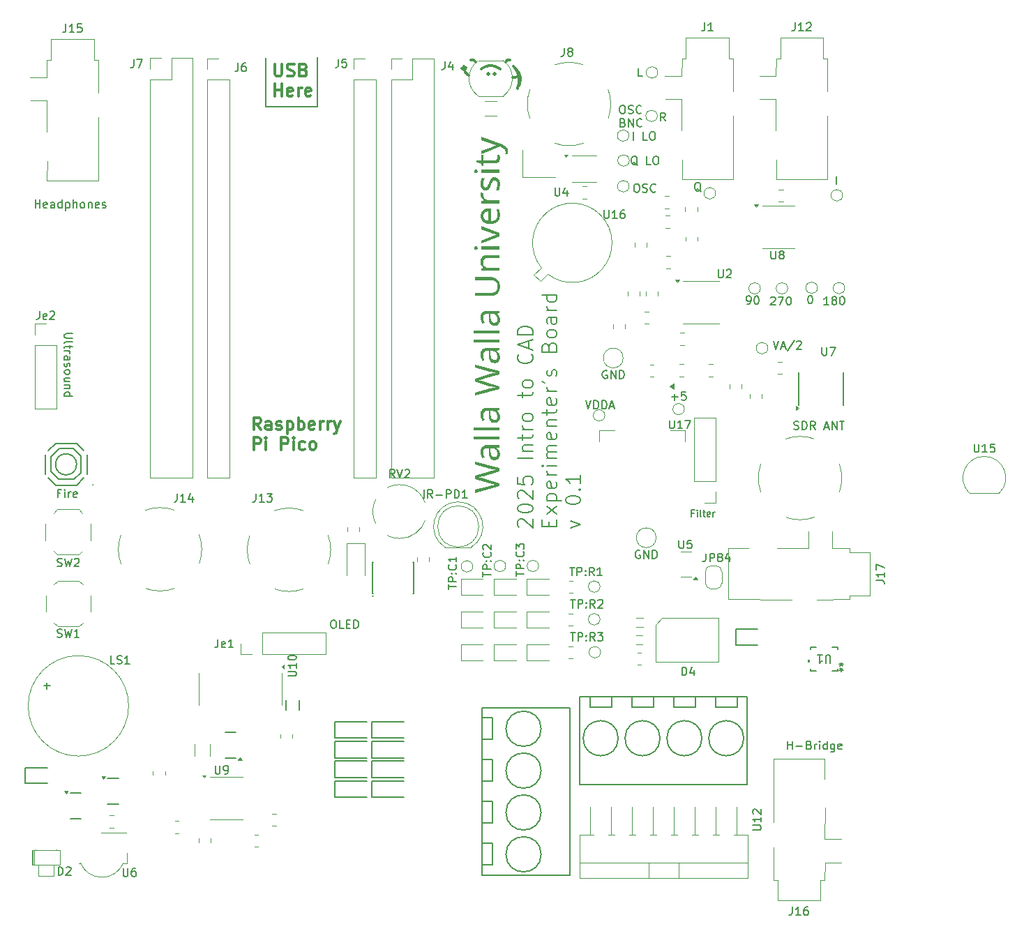
<source format=gbr>
%TF.GenerationSoftware,KiCad,Pcbnew,8.0.4+dfsg-1*%
%TF.CreationDate,2025-02-20T19:36:53-08:00*%
%TF.ProjectId,Audio_in_usd_sound_rp_pico,41756469-6f5f-4696-9e5f-7573645f736f,v0.3.0*%
%TF.SameCoordinates,Original*%
%TF.FileFunction,Legend,Top*%
%TF.FilePolarity,Positive*%
%FSLAX46Y46*%
G04 Gerber Fmt 4.6, Leading zero omitted, Abs format (unit mm)*
G04 Created by KiCad (PCBNEW 8.0.4+dfsg-1) date 2025-02-20 19:36:53*
%MOMM*%
%LPD*%
G01*
G04 APERTURE LIST*
%ADD10C,0.150000*%
%ADD11C,0.300000*%
%ADD12C,0.200000*%
%ADD13C,0.000000*%
%ADD14C,0.152400*%
%ADD15C,0.120000*%
G04 APERTURE END LIST*
D10*
X123610000Y-53505000D02*
X123630000Y-47565000D01*
X117350000Y-53505000D02*
X123610000Y-53505000D01*
X117320000Y-47605000D02*
X117350000Y-53505000D01*
D11*
X147906878Y-49899464D02*
X147608436Y-49952087D01*
D10*
X160557255Y-53374875D02*
X160747731Y-53374875D01*
X160747731Y-53374875D02*
X160842969Y-53422494D01*
X160842969Y-53422494D02*
X160938207Y-53517732D01*
X160938207Y-53517732D02*
X160985826Y-53708208D01*
X160985826Y-53708208D02*
X160985826Y-54041541D01*
X160985826Y-54041541D02*
X160938207Y-54232017D01*
X160938207Y-54232017D02*
X160842969Y-54327256D01*
X160842969Y-54327256D02*
X160747731Y-54374875D01*
X160747731Y-54374875D02*
X160557255Y-54374875D01*
X160557255Y-54374875D02*
X160462017Y-54327256D01*
X160462017Y-54327256D02*
X160366779Y-54232017D01*
X160366779Y-54232017D02*
X160319160Y-54041541D01*
X160319160Y-54041541D02*
X160319160Y-53708208D01*
X160319160Y-53708208D02*
X160366779Y-53517732D01*
X160366779Y-53517732D02*
X160462017Y-53422494D01*
X160462017Y-53422494D02*
X160557255Y-53374875D01*
X161366779Y-54327256D02*
X161509636Y-54374875D01*
X161509636Y-54374875D02*
X161747731Y-54374875D01*
X161747731Y-54374875D02*
X161842969Y-54327256D01*
X161842969Y-54327256D02*
X161890588Y-54279636D01*
X161890588Y-54279636D02*
X161938207Y-54184398D01*
X161938207Y-54184398D02*
X161938207Y-54089160D01*
X161938207Y-54089160D02*
X161890588Y-53993922D01*
X161890588Y-53993922D02*
X161842969Y-53946303D01*
X161842969Y-53946303D02*
X161747731Y-53898684D01*
X161747731Y-53898684D02*
X161557255Y-53851065D01*
X161557255Y-53851065D02*
X161462017Y-53803446D01*
X161462017Y-53803446D02*
X161414398Y-53755827D01*
X161414398Y-53755827D02*
X161366779Y-53660589D01*
X161366779Y-53660589D02*
X161366779Y-53565351D01*
X161366779Y-53565351D02*
X161414398Y-53470113D01*
X161414398Y-53470113D02*
X161462017Y-53422494D01*
X161462017Y-53422494D02*
X161557255Y-53374875D01*
X161557255Y-53374875D02*
X161795350Y-53374875D01*
X161795350Y-53374875D02*
X161938207Y-53422494D01*
X162938207Y-54279636D02*
X162890588Y-54327256D01*
X162890588Y-54327256D02*
X162747731Y-54374875D01*
X162747731Y-54374875D02*
X162652493Y-54374875D01*
X162652493Y-54374875D02*
X162509636Y-54327256D01*
X162509636Y-54327256D02*
X162414398Y-54232017D01*
X162414398Y-54232017D02*
X162366779Y-54136779D01*
X162366779Y-54136779D02*
X162319160Y-53946303D01*
X162319160Y-53946303D02*
X162319160Y-53803446D01*
X162319160Y-53803446D02*
X162366779Y-53612970D01*
X162366779Y-53612970D02*
X162414398Y-53517732D01*
X162414398Y-53517732D02*
X162509636Y-53422494D01*
X162509636Y-53422494D02*
X162652493Y-53374875D01*
X162652493Y-53374875D02*
X162747731Y-53374875D01*
X162747731Y-53374875D02*
X162890588Y-53422494D01*
X162890588Y-53422494D02*
X162938207Y-53470113D01*
X160700112Y-55461009D02*
X160842969Y-55508628D01*
X160842969Y-55508628D02*
X160890588Y-55556247D01*
X160890588Y-55556247D02*
X160938207Y-55651485D01*
X160938207Y-55651485D02*
X160938207Y-55794342D01*
X160938207Y-55794342D02*
X160890588Y-55889580D01*
X160890588Y-55889580D02*
X160842969Y-55937200D01*
X160842969Y-55937200D02*
X160747731Y-55984819D01*
X160747731Y-55984819D02*
X160366779Y-55984819D01*
X160366779Y-55984819D02*
X160366779Y-54984819D01*
X160366779Y-54984819D02*
X160700112Y-54984819D01*
X160700112Y-54984819D02*
X160795350Y-55032438D01*
X160795350Y-55032438D02*
X160842969Y-55080057D01*
X160842969Y-55080057D02*
X160890588Y-55175295D01*
X160890588Y-55175295D02*
X160890588Y-55270533D01*
X160890588Y-55270533D02*
X160842969Y-55365771D01*
X160842969Y-55365771D02*
X160795350Y-55413390D01*
X160795350Y-55413390D02*
X160700112Y-55461009D01*
X160700112Y-55461009D02*
X160366779Y-55461009D01*
X161366779Y-55984819D02*
X161366779Y-54984819D01*
X161366779Y-54984819D02*
X161938207Y-55984819D01*
X161938207Y-55984819D02*
X161938207Y-54984819D01*
X162985826Y-55889580D02*
X162938207Y-55937200D01*
X162938207Y-55937200D02*
X162795350Y-55984819D01*
X162795350Y-55984819D02*
X162700112Y-55984819D01*
X162700112Y-55984819D02*
X162557255Y-55937200D01*
X162557255Y-55937200D02*
X162462017Y-55841961D01*
X162462017Y-55841961D02*
X162414398Y-55746723D01*
X162414398Y-55746723D02*
X162366779Y-55556247D01*
X162366779Y-55556247D02*
X162366779Y-55413390D01*
X162366779Y-55413390D02*
X162414398Y-55222914D01*
X162414398Y-55222914D02*
X162462017Y-55127676D01*
X162462017Y-55127676D02*
X162557255Y-55032438D01*
X162557255Y-55032438D02*
X162700112Y-54984819D01*
X162700112Y-54984819D02*
X162795350Y-54984819D01*
X162795350Y-54984819D02*
X162938207Y-55032438D01*
X162938207Y-55032438D02*
X162985826Y-55080057D01*
G36*
X142728743Y-96613778D02*
G01*
X145730000Y-97411720D01*
X145730000Y-97793471D01*
X143791933Y-98377456D01*
X143649234Y-98417481D01*
X143551598Y-98444867D01*
X143405553Y-98483741D01*
X143338374Y-98499822D01*
X143207948Y-98529131D01*
X143357424Y-98555234D01*
X143438025Y-98573094D01*
X143583325Y-98608387D01*
X143733463Y-98649968D01*
X143804389Y-98671280D01*
X145730000Y-99238412D01*
X145730000Y-99620896D01*
X142728743Y-100414441D01*
X142728743Y-100019501D01*
X144566427Y-99553485D01*
X144710202Y-99517730D01*
X144861772Y-99483880D01*
X144941584Y-99467756D01*
X145096018Y-99439145D01*
X145242598Y-99416144D01*
X145283035Y-99410603D01*
X145133670Y-99388584D01*
X144984676Y-99360854D01*
X144924731Y-99348321D01*
X144780338Y-99314696D01*
X144638417Y-99277567D01*
X144545177Y-99250868D01*
X142728743Y-98721838D01*
X142728743Y-98331294D01*
X144558367Y-97781015D01*
X144703241Y-97739421D01*
X144847703Y-97702567D01*
X144943782Y-97680631D01*
X145092385Y-97649729D01*
X145245517Y-97623089D01*
X145283035Y-97617616D01*
X145130761Y-97594153D01*
X144977890Y-97565863D01*
X144943782Y-97558998D01*
X144792407Y-97525985D01*
X144648168Y-97491861D01*
X144562030Y-97470338D01*
X142728743Y-97008719D01*
X142728743Y-96613778D01*
G37*
G36*
X145730000Y-94895530D02*
G01*
X145408332Y-94967337D01*
X145408332Y-94984190D01*
X145526194Y-95086758D01*
X145628306Y-95202799D01*
X145686769Y-95292669D01*
X145741689Y-95431532D01*
X145769765Y-95589419D01*
X145776894Y-95740366D01*
X145766865Y-95886957D01*
X145731606Y-96036217D01*
X145662655Y-96182620D01*
X145616427Y-96248147D01*
X145498389Y-96354407D01*
X145361809Y-96416392D01*
X145216271Y-96444728D01*
X145113775Y-96449647D01*
X144956284Y-96433115D01*
X144817936Y-96383518D01*
X144685175Y-96288200D01*
X144598667Y-96185132D01*
X144527861Y-96055733D01*
X144474446Y-95898984D01*
X144442504Y-95742862D01*
X144423338Y-95566646D01*
X144417127Y-95404451D01*
X144416950Y-95370338D01*
X144416950Y-95324176D01*
X144651423Y-95324176D01*
X144655596Y-95472554D01*
X144671014Y-95622740D01*
X144707528Y-95779567D01*
X144770125Y-95905963D01*
X144882059Y-96010808D01*
X145026159Y-96062203D01*
X145103517Y-96067896D01*
X145250217Y-96045736D01*
X145376313Y-95959247D01*
X145381953Y-95952124D01*
X145448449Y-95820233D01*
X145470527Y-95667305D01*
X145470614Y-95656102D01*
X145458558Y-95503010D01*
X145416884Y-95350855D01*
X145345443Y-95217590D01*
X145318206Y-95181294D01*
X145206393Y-95081603D01*
X145062381Y-95018834D01*
X144905238Y-94993912D01*
X144847062Y-94992250D01*
X144651423Y-94992250D01*
X144651423Y-95324176D01*
X144416950Y-95324176D01*
X144416950Y-94988586D01*
X144273335Y-94988586D01*
X144118543Y-94998208D01*
X143969024Y-95036099D01*
X143855680Y-95110219D01*
X143775538Y-95236002D01*
X143741306Y-95387461D01*
X143738443Y-95454602D01*
X143749383Y-95605890D01*
X143782201Y-95750727D01*
X143795596Y-95790924D01*
X143852032Y-95935481D01*
X143915552Y-96071021D01*
X143924556Y-96088412D01*
X143632198Y-96201985D01*
X143564377Y-96063239D01*
X143509690Y-95915566D01*
X143490781Y-95853939D01*
X143455061Y-95699997D01*
X143435826Y-95541522D01*
X143432163Y-95433353D01*
X143438551Y-95286478D01*
X143462153Y-95134203D01*
X143510422Y-94985333D01*
X143591875Y-94849932D01*
X143613879Y-94824455D01*
X143732723Y-94729175D01*
X143885647Y-94665078D01*
X144050191Y-94634281D01*
X144191270Y-94627351D01*
X145730000Y-94627351D01*
X145730000Y-94895530D01*
G37*
G36*
X145730000Y-93559766D02*
G01*
X145730000Y-93929794D01*
X142541165Y-93929794D01*
X142541165Y-93559766D01*
X145730000Y-93559766D01*
G37*
G36*
X145730000Y-92478258D02*
G01*
X145730000Y-92848286D01*
X142541165Y-92848286D01*
X142541165Y-92478258D01*
X145730000Y-92478258D01*
G37*
G36*
X145730000Y-90376060D02*
G01*
X145408332Y-90447868D01*
X145408332Y-90464720D01*
X145526194Y-90567289D01*
X145628306Y-90683329D01*
X145686769Y-90773199D01*
X145741689Y-90912063D01*
X145769765Y-91069949D01*
X145776894Y-91220896D01*
X145766865Y-91367488D01*
X145731606Y-91516748D01*
X145662655Y-91663150D01*
X145616427Y-91728677D01*
X145498389Y-91834937D01*
X145361809Y-91896922D01*
X145216271Y-91925258D01*
X145113775Y-91930177D01*
X144956284Y-91913645D01*
X144817936Y-91864049D01*
X144685175Y-91768730D01*
X144598667Y-91665662D01*
X144527861Y-91536263D01*
X144474446Y-91379515D01*
X144442504Y-91223392D01*
X144423338Y-91047177D01*
X144417127Y-90884982D01*
X144416950Y-90850868D01*
X144416950Y-90804706D01*
X144651423Y-90804706D01*
X144655596Y-90953084D01*
X144671014Y-91103270D01*
X144707528Y-91260097D01*
X144770125Y-91386493D01*
X144882059Y-91491338D01*
X145026159Y-91542733D01*
X145103517Y-91548426D01*
X145250217Y-91526267D01*
X145376313Y-91439777D01*
X145381953Y-91432655D01*
X145448449Y-91300764D01*
X145470527Y-91147835D01*
X145470614Y-91136632D01*
X145458558Y-90983541D01*
X145416884Y-90831385D01*
X145345443Y-90698120D01*
X145318206Y-90661824D01*
X145206393Y-90562133D01*
X145062381Y-90499365D01*
X144905238Y-90474442D01*
X144847062Y-90472780D01*
X144651423Y-90472780D01*
X144651423Y-90804706D01*
X144416950Y-90804706D01*
X144416950Y-90469117D01*
X144273335Y-90469117D01*
X144118543Y-90478738D01*
X143969024Y-90516630D01*
X143855680Y-90590750D01*
X143775538Y-90716533D01*
X143741306Y-90867992D01*
X143738443Y-90935132D01*
X143749383Y-91086420D01*
X143782201Y-91231257D01*
X143795596Y-91271454D01*
X143852032Y-91416011D01*
X143915552Y-91551551D01*
X143924556Y-91568942D01*
X143632198Y-91682515D01*
X143564377Y-91543769D01*
X143509690Y-91396096D01*
X143490781Y-91334469D01*
X143455061Y-91180527D01*
X143435826Y-91022052D01*
X143432163Y-90913883D01*
X143438551Y-90767008D01*
X143462153Y-90614733D01*
X143510422Y-90465863D01*
X143591875Y-90330462D01*
X143613879Y-90304986D01*
X143732723Y-90209706D01*
X143885647Y-90145608D01*
X144050191Y-90114811D01*
X144191270Y-90107882D01*
X145730000Y-90107882D01*
X145730000Y-90376060D01*
G37*
G36*
X142728743Y-84825642D02*
G01*
X145730000Y-85623583D01*
X145730000Y-86005334D01*
X143791933Y-86589319D01*
X143649234Y-86629344D01*
X143551598Y-86656730D01*
X143405553Y-86695604D01*
X143338374Y-86711685D01*
X143207948Y-86740994D01*
X143357424Y-86767097D01*
X143438025Y-86784958D01*
X143583325Y-86820250D01*
X143733463Y-86861831D01*
X143804389Y-86883143D01*
X145730000Y-87450275D01*
X145730000Y-87832759D01*
X142728743Y-88626304D01*
X142728743Y-88231364D01*
X144566427Y-87765348D01*
X144710202Y-87729594D01*
X144861772Y-87695743D01*
X144941584Y-87679619D01*
X145096018Y-87651008D01*
X145242598Y-87628008D01*
X145283035Y-87622466D01*
X145133670Y-87600447D01*
X144984676Y-87572717D01*
X144924731Y-87560184D01*
X144780338Y-87526559D01*
X144638417Y-87489430D01*
X144545177Y-87462732D01*
X142728743Y-86933702D01*
X142728743Y-86543157D01*
X144558367Y-85992878D01*
X144703241Y-85951284D01*
X144847703Y-85914430D01*
X144943782Y-85892494D01*
X145092385Y-85861592D01*
X145245517Y-85834952D01*
X145283035Y-85829480D01*
X145130761Y-85806017D01*
X144977890Y-85777726D01*
X144943782Y-85770861D01*
X144792407Y-85737848D01*
X144648168Y-85703724D01*
X144562030Y-85682201D01*
X142728743Y-85220582D01*
X142728743Y-84825642D01*
G37*
G36*
X145730000Y-83107393D02*
G01*
X145408332Y-83179200D01*
X145408332Y-83196053D01*
X145526194Y-83298622D01*
X145628306Y-83414662D01*
X145686769Y-83504532D01*
X145741689Y-83643395D01*
X145769765Y-83801282D01*
X145776894Y-83952229D01*
X145766865Y-84098821D01*
X145731606Y-84248080D01*
X145662655Y-84394483D01*
X145616427Y-84460010D01*
X145498389Y-84566270D01*
X145361809Y-84628255D01*
X145216271Y-84656591D01*
X145113775Y-84661510D01*
X144956284Y-84644978D01*
X144817936Y-84595382D01*
X144685175Y-84500063D01*
X144598667Y-84396995D01*
X144527861Y-84267596D01*
X144474446Y-84110848D01*
X144442504Y-83954725D01*
X144423338Y-83778509D01*
X144417127Y-83616315D01*
X144416950Y-83582201D01*
X144416950Y-83536039D01*
X144651423Y-83536039D01*
X144655596Y-83684417D01*
X144671014Y-83834603D01*
X144707528Y-83991430D01*
X144770125Y-84117826D01*
X144882059Y-84222671D01*
X145026159Y-84274066D01*
X145103517Y-84279759D01*
X145250217Y-84257599D01*
X145376313Y-84171110D01*
X145381953Y-84163988D01*
X145448449Y-84032096D01*
X145470527Y-83879168D01*
X145470614Y-83867965D01*
X145458558Y-83714874D01*
X145416884Y-83562718D01*
X145345443Y-83429453D01*
X145318206Y-83393157D01*
X145206393Y-83293466D01*
X145062381Y-83230698D01*
X144905238Y-83205775D01*
X144847062Y-83204113D01*
X144651423Y-83204113D01*
X144651423Y-83536039D01*
X144416950Y-83536039D01*
X144416950Y-83200450D01*
X144273335Y-83200450D01*
X144118543Y-83210071D01*
X143969024Y-83247962D01*
X143855680Y-83322083D01*
X143775538Y-83447866D01*
X143741306Y-83599324D01*
X143738443Y-83666465D01*
X143749383Y-83817753D01*
X143782201Y-83962590D01*
X143795596Y-84002787D01*
X143852032Y-84147344D01*
X143915552Y-84282884D01*
X143924556Y-84300275D01*
X143632198Y-84413848D01*
X143564377Y-84275102D01*
X143509690Y-84127429D01*
X143490781Y-84065802D01*
X143455061Y-83911860D01*
X143435826Y-83753385D01*
X143432163Y-83645216D01*
X143438551Y-83498341D01*
X143462153Y-83346066D01*
X143510422Y-83197196D01*
X143591875Y-83061795D01*
X143613879Y-83036318D01*
X143732723Y-82941039D01*
X143885647Y-82876941D01*
X144050191Y-82846144D01*
X144191270Y-82839214D01*
X145730000Y-82839214D01*
X145730000Y-83107393D01*
G37*
G36*
X145730000Y-81771629D02*
G01*
X145730000Y-82141657D01*
X142541165Y-82141657D01*
X142541165Y-81771629D01*
X145730000Y-81771629D01*
G37*
G36*
X145730000Y-80690122D02*
G01*
X145730000Y-81060150D01*
X142541165Y-81060150D01*
X142541165Y-80690122D01*
X145730000Y-80690122D01*
G37*
G36*
X145730000Y-78587923D02*
G01*
X145408332Y-78659731D01*
X145408332Y-78676584D01*
X145526194Y-78779152D01*
X145628306Y-78895192D01*
X145686769Y-78985062D01*
X145741689Y-79123926D01*
X145769765Y-79281812D01*
X145776894Y-79432759D01*
X145766865Y-79579351D01*
X145731606Y-79728611D01*
X145662655Y-79875013D01*
X145616427Y-79940540D01*
X145498389Y-80046800D01*
X145361809Y-80108785D01*
X145216271Y-80137121D01*
X145113775Y-80142041D01*
X144956284Y-80125508D01*
X144817936Y-80075912D01*
X144685175Y-79980594D01*
X144598667Y-79877526D01*
X144527861Y-79748126D01*
X144474446Y-79591378D01*
X144442504Y-79435255D01*
X144423338Y-79259040D01*
X144417127Y-79096845D01*
X144416950Y-79062732D01*
X144416950Y-79016570D01*
X144651423Y-79016570D01*
X144655596Y-79164947D01*
X144671014Y-79315134D01*
X144707528Y-79471960D01*
X144770125Y-79598356D01*
X144882059Y-79703201D01*
X145026159Y-79754596D01*
X145103517Y-79760289D01*
X145250217Y-79738130D01*
X145376313Y-79651641D01*
X145381953Y-79644518D01*
X145448449Y-79512627D01*
X145470527Y-79359698D01*
X145470614Y-79348496D01*
X145458558Y-79195404D01*
X145416884Y-79043248D01*
X145345443Y-78909983D01*
X145318206Y-78873688D01*
X145206393Y-78773996D01*
X145062381Y-78711228D01*
X144905238Y-78686305D01*
X144847062Y-78684644D01*
X144651423Y-78684644D01*
X144651423Y-79016570D01*
X144416950Y-79016570D01*
X144416950Y-78680980D01*
X144273335Y-78680980D01*
X144118543Y-78690601D01*
X143969024Y-78728493D01*
X143855680Y-78802613D01*
X143775538Y-78928396D01*
X143741306Y-79079855D01*
X143738443Y-79146995D01*
X143749383Y-79298284D01*
X143782201Y-79443121D01*
X143795596Y-79483318D01*
X143852032Y-79627874D01*
X143915552Y-79763415D01*
X143924556Y-79780806D01*
X143632198Y-79894378D01*
X143564377Y-79755632D01*
X143509690Y-79607960D01*
X143490781Y-79546332D01*
X143455061Y-79392391D01*
X143435826Y-79233915D01*
X143432163Y-79125746D01*
X143438551Y-78978871D01*
X143462153Y-78826596D01*
X143510422Y-78677726D01*
X143591875Y-78542325D01*
X143613879Y-78516849D01*
X143732723Y-78421569D01*
X143885647Y-78357472D01*
X144050191Y-78326674D01*
X144191270Y-78319745D01*
X145730000Y-78319745D01*
X145730000Y-78587923D01*
G37*
G36*
X144674138Y-74201078D02*
G01*
X144826041Y-74208954D01*
X144987846Y-74236646D01*
X145140030Y-74284277D01*
X145236140Y-74327107D01*
X145368753Y-74408135D01*
X145484673Y-74510260D01*
X145583900Y-74633483D01*
X145631814Y-74711057D01*
X145695286Y-74848855D01*
X145740624Y-75004331D01*
X145765418Y-75154873D01*
X145776327Y-75318950D01*
X145776894Y-75368314D01*
X145769452Y-75536302D01*
X145747127Y-75691302D01*
X145709918Y-75833314D01*
X145645621Y-75986586D01*
X145559892Y-76121156D01*
X145472079Y-76219012D01*
X145350621Y-76318119D01*
X145215407Y-76396722D01*
X145066437Y-76454819D01*
X144903711Y-76492411D01*
X144757598Y-76508075D01*
X144665345Y-76510638D01*
X142728743Y-76510638D01*
X142728743Y-76132550D01*
X144693921Y-76132550D01*
X144847564Y-76123224D01*
X145003750Y-76089724D01*
X145139236Y-76031861D01*
X145266915Y-75937644D01*
X145365383Y-75811833D01*
X145425856Y-75673530D01*
X145460866Y-75510315D01*
X145470614Y-75347065D01*
X145460165Y-75179593D01*
X145428819Y-75033649D01*
X145367408Y-74893217D01*
X145265694Y-74768841D01*
X145252260Y-74757219D01*
X145119172Y-74669023D01*
X144966376Y-74609691D01*
X144814014Y-74581183D01*
X144689525Y-74574769D01*
X142728743Y-74574769D01*
X142728743Y-74201078D01*
X144674138Y-74201078D01*
G37*
G36*
X143432163Y-72379515D02*
G01*
X143441524Y-72212633D01*
X143469609Y-72064616D01*
X143524633Y-71918551D01*
X143615765Y-71783678D01*
X143627801Y-71770617D01*
X143756975Y-71671087D01*
X143903910Y-71609961D01*
X144057272Y-71577589D01*
X144207143Y-71565525D01*
X144260879Y-71564720D01*
X145730000Y-71564720D01*
X145730000Y-71930352D01*
X144282861Y-71930352D01*
X144126022Y-71942642D01*
X143972904Y-71989834D01*
X143842648Y-72089626D01*
X143764495Y-72237593D01*
X143738975Y-72402766D01*
X143738443Y-72433736D01*
X143748541Y-72586467D01*
X143784811Y-72733883D01*
X143857145Y-72865130D01*
X143949469Y-72951043D01*
X144082835Y-73019758D01*
X144226003Y-73061958D01*
X144392344Y-73086390D01*
X144556901Y-73093192D01*
X145730000Y-73093192D01*
X145730000Y-73463220D01*
X143479057Y-73463220D01*
X143479057Y-73165000D01*
X143781674Y-73110045D01*
X143781674Y-73089528D01*
X143661908Y-72995796D01*
X143567489Y-72878365D01*
X143518625Y-72786912D01*
X143465937Y-72638946D01*
X143437567Y-72485211D01*
X143432163Y-72379515D01*
G37*
G36*
X142634954Y-70680317D02*
G01*
X142684542Y-70539710D01*
X142691374Y-70531573D01*
X142826108Y-70468653D01*
X142869427Y-70466360D01*
X143012309Y-70503043D01*
X143045282Y-70531573D01*
X143103671Y-70669861D01*
X143103900Y-70680317D01*
X143055758Y-70823583D01*
X143045282Y-70835655D01*
X142911330Y-70896455D01*
X142869427Y-70898670D01*
X142723660Y-70863224D01*
X142691374Y-70835655D01*
X142635450Y-70697370D01*
X142634954Y-70680317D01*
G37*
G36*
X143479057Y-70499333D02*
G01*
X145730000Y-70499333D01*
X145730000Y-70869361D01*
X143479057Y-70869361D01*
X143479057Y-70499333D01*
G37*
G36*
X145730000Y-69291796D02*
G01*
X143479057Y-70144692D01*
X143479057Y-69749752D01*
X144809692Y-69271280D01*
X144953764Y-69220936D01*
X145016322Y-69200205D01*
X145160969Y-69153983D01*
X145233210Y-69132794D01*
X145379589Y-69095585D01*
X145407599Y-69090296D01*
X145407599Y-69073443D01*
X145262950Y-69034572D01*
X145231011Y-69025083D01*
X145089055Y-68980259D01*
X145011926Y-68954009D01*
X144867538Y-68904106D01*
X144809692Y-68884399D01*
X143479057Y-68405928D01*
X143479057Y-68010987D01*
X145730000Y-68867547D01*
X145730000Y-69291796D01*
G37*
G36*
X144676336Y-67397693D02*
G01*
X144837367Y-67385612D01*
X144999677Y-67350853D01*
X145138816Y-67293746D01*
X145267648Y-67202787D01*
X145365761Y-67085863D01*
X145431765Y-66945291D01*
X145463478Y-66800485D01*
X145470614Y-66679619D01*
X145465049Y-66525952D01*
X145446464Y-66374828D01*
X145431046Y-66300066D01*
X145388912Y-66152564D01*
X145337480Y-66012082D01*
X145314542Y-65957149D01*
X145635478Y-65957149D01*
X145688128Y-66096450D01*
X145730764Y-66245113D01*
X145742456Y-66297868D01*
X145764753Y-66444601D01*
X145775246Y-66598508D01*
X145776894Y-66696472D01*
X145768743Y-66851581D01*
X145744288Y-66997440D01*
X145697289Y-67150474D01*
X145646468Y-67261406D01*
X145562549Y-67390901D01*
X145458343Y-67503240D01*
X145333852Y-67598424D01*
X145255924Y-67643890D01*
X145118995Y-67703516D01*
X144967595Y-67746106D01*
X144801724Y-67771659D01*
X144644715Y-67780044D01*
X144621381Y-67780177D01*
X144464187Y-67774252D01*
X144317021Y-67756475D01*
X144161110Y-67721648D01*
X144018297Y-67671341D01*
X143984640Y-67656346D01*
X143844763Y-67578693D01*
X143724361Y-67485042D01*
X143623434Y-67375395D01*
X143575778Y-67307568D01*
X143506354Y-67175238D01*
X143459652Y-67031317D01*
X143435669Y-66875804D01*
X143432332Y-66788796D01*
X143738443Y-66788796D01*
X143754758Y-66943313D01*
X143810391Y-67088322D01*
X143905505Y-67207184D01*
X144035772Y-67297835D01*
X144180944Y-67354851D01*
X144333379Y-67385486D01*
X144370055Y-67389633D01*
X144370055Y-66242913D01*
X144220544Y-66255355D01*
X144073999Y-66292564D01*
X143936601Y-66361924D01*
X143914298Y-66377735D01*
X143814178Y-66484821D01*
X143755617Y-66627753D01*
X143738443Y-66788796D01*
X143432332Y-66788796D01*
X143432163Y-66784399D01*
X143442190Y-66628030D01*
X143472271Y-66484527D01*
X143529215Y-66340171D01*
X143558925Y-66286877D01*
X143647854Y-66166263D01*
X143757105Y-66064539D01*
X143886678Y-65981707D01*
X143915031Y-65967407D01*
X144066414Y-65908674D01*
X144215628Y-65874413D01*
X144377131Y-65857773D01*
X144452854Y-65856032D01*
X144676336Y-65856032D01*
X144676336Y-67397693D01*
G37*
G36*
X143432163Y-64235969D02*
G01*
X143439490Y-64099682D01*
X143460739Y-63971454D01*
X143798527Y-64017616D01*
X143771416Y-64137051D01*
X143760425Y-64260882D01*
X143778658Y-64407623D01*
X143833355Y-64546509D01*
X143855680Y-64584748D01*
X143953614Y-64705182D01*
X144070673Y-64796167D01*
X144122393Y-64825816D01*
X144258475Y-64880736D01*
X144410630Y-64910309D01*
X144520997Y-64915942D01*
X145730000Y-64915942D01*
X145730000Y-65285969D01*
X143479057Y-65285969D01*
X143479057Y-64983353D01*
X143887187Y-64941587D01*
X143887187Y-64924734D01*
X143765712Y-64842229D01*
X143656186Y-64744832D01*
X143566985Y-64643367D01*
X143490226Y-64517539D01*
X143445329Y-64376819D01*
X143432163Y-64235969D01*
G37*
G36*
X145111577Y-62087609D02*
G01*
X145265724Y-62102859D01*
X145415274Y-62156472D01*
X145539553Y-62248687D01*
X145608367Y-62331608D01*
X145682097Y-62463774D01*
X145734762Y-62617006D01*
X145763563Y-62768364D01*
X145776236Y-62935851D01*
X145776894Y-62986667D01*
X145772392Y-63140666D01*
X145757211Y-63291087D01*
X145738792Y-63391866D01*
X145696471Y-63542541D01*
X145636776Y-63684095D01*
X145632547Y-63692285D01*
X145292561Y-63692285D01*
X145352292Y-63554018D01*
X145400672Y-63413871D01*
X145414926Y-63366953D01*
X145448861Y-63222594D01*
X145467133Y-63076381D01*
X145470614Y-62977875D01*
X145461812Y-62817261D01*
X145428015Y-62664762D01*
X145380488Y-62571210D01*
X145266994Y-62472873D01*
X145138688Y-62445181D01*
X144996149Y-62485753D01*
X144987745Y-62491343D01*
X144886629Y-62601802D01*
X144852923Y-62656939D01*
X144786023Y-62791611D01*
X144727170Y-62932037D01*
X144701249Y-62999124D01*
X144643734Y-63141795D01*
X144580794Y-63280453D01*
X144533454Y-63372815D01*
X144447211Y-63502828D01*
X144339249Y-63607082D01*
X144331953Y-63612418D01*
X144197315Y-63675615D01*
X144052157Y-63696352D01*
X144029337Y-63696681D01*
X143878557Y-63678250D01*
X143735360Y-63614537D01*
X143617780Y-63505315D01*
X143587501Y-63463674D01*
X143512411Y-63320834D01*
X143466295Y-63174793D01*
X143439596Y-63010799D01*
X143432163Y-62852578D01*
X143437933Y-62701968D01*
X143457207Y-62547412D01*
X143473196Y-62467896D01*
X143511856Y-62326502D01*
X143565391Y-62182887D01*
X143587501Y-62133771D01*
X143901109Y-62259801D01*
X143842784Y-62396490D01*
X143792831Y-62538652D01*
X143786803Y-62558021D01*
X143752092Y-62705583D01*
X143738632Y-62857009D01*
X143738443Y-62877491D01*
X143748850Y-63032360D01*
X143787299Y-63175273D01*
X143812449Y-63224071D01*
X143924934Y-63326711D01*
X144012484Y-63343506D01*
X144153294Y-63301992D01*
X144170020Y-63289284D01*
X144261871Y-63172434D01*
X144296782Y-63106102D01*
X144358950Y-62967052D01*
X144416103Y-62828686D01*
X144441863Y-62763918D01*
X144497291Y-62624269D01*
X144558943Y-62488909D01*
X144605994Y-62399019D01*
X144692880Y-62272602D01*
X144802950Y-62172539D01*
X144810425Y-62167477D01*
X144945797Y-62107576D01*
X145100325Y-62087687D01*
X145111577Y-62087609D01*
G37*
G36*
X142634954Y-61354148D02*
G01*
X142684542Y-61213542D01*
X142691374Y-61205404D01*
X142826108Y-61142484D01*
X142869427Y-61140191D01*
X143012309Y-61176874D01*
X143045282Y-61205404D01*
X143103671Y-61343692D01*
X143103900Y-61354148D01*
X143055758Y-61497414D01*
X143045282Y-61509487D01*
X142911330Y-61570286D01*
X142869427Y-61572501D01*
X142723660Y-61537056D01*
X142691374Y-61509487D01*
X142635450Y-61371201D01*
X142634954Y-61354148D01*
G37*
G36*
X143479057Y-61173164D02*
G01*
X145730000Y-61173164D01*
X145730000Y-61543192D01*
X143479057Y-61543192D01*
X143479057Y-61173164D01*
G37*
G36*
X145470614Y-59709905D02*
G01*
X145459955Y-59559639D01*
X145456692Y-59537714D01*
X145425184Y-59394832D01*
X145710216Y-59394832D01*
X145753092Y-59536123D01*
X145757843Y-59562627D01*
X145775034Y-59708935D01*
X145776894Y-59772920D01*
X145765394Y-59921744D01*
X145727548Y-60069993D01*
X145716810Y-60098251D01*
X145640314Y-60225463D01*
X145524856Y-60328202D01*
X145506517Y-60340052D01*
X145364519Y-60399828D01*
X145213197Y-60426605D01*
X145085198Y-60432376D01*
X143785338Y-60432376D01*
X143785338Y-60751113D01*
X143598492Y-60751113D01*
X143449016Y-60427979D01*
X142963217Y-60280701D01*
X142963217Y-60062348D01*
X143479057Y-60062348D01*
X143479057Y-59411685D01*
X143785338Y-59411685D01*
X143785338Y-60062348D01*
X145072009Y-60062348D01*
X145219980Y-60046143D01*
X145353954Y-59981709D01*
X145373161Y-59964162D01*
X145451961Y-59835027D01*
X145470614Y-59709905D01*
G37*
G36*
X143479057Y-59298845D02*
G01*
X143479057Y-58903904D01*
X144773056Y-58417372D01*
X144918995Y-58364619D01*
X145059324Y-58316633D01*
X145098387Y-58303799D01*
X145240110Y-58262036D01*
X145384183Y-58229910D01*
X145392944Y-58228328D01*
X145392944Y-58211475D01*
X145243788Y-58170947D01*
X145115240Y-58131608D01*
X144975093Y-58086353D01*
X144834462Y-58039888D01*
X144769392Y-58018035D01*
X143479057Y-57560080D01*
X143479057Y-57161475D01*
X146059727Y-58131608D01*
X146212043Y-58194577D01*
X146348056Y-58266247D01*
X146481583Y-58357276D01*
X146571172Y-58435690D01*
X146663264Y-58551977D01*
X146725217Y-58690637D01*
X146757030Y-58851669D01*
X146761681Y-58950799D01*
X146754909Y-59097476D01*
X146751423Y-59126653D01*
X146728709Y-59257079D01*
X146431221Y-59257079D01*
X146447341Y-59145704D01*
X146455401Y-59009417D01*
X146434504Y-58854322D01*
X146365735Y-58719586D01*
X146346224Y-58696542D01*
X146228093Y-58595638D01*
X146089367Y-58522668D01*
X146056064Y-58509696D01*
X145757843Y-58391727D01*
X143479057Y-59298845D01*
G37*
D11*
X148000041Y-51070118D02*
X148057981Y-50987371D01*
X148057981Y-50987371D02*
X148161458Y-50751534D01*
X148161458Y-50751534D02*
X148206994Y-50598444D01*
X148206994Y-50598444D02*
X148240127Y-50375010D01*
X148240127Y-50375010D02*
X148248453Y-50010890D01*
X148248453Y-50010890D02*
X148198840Y-49729516D01*
X148198840Y-49729516D02*
X148066479Y-49390203D01*
X148066479Y-49390203D02*
X147958925Y-49191576D01*
X147958925Y-49191576D02*
X147863775Y-49063292D01*
X147863775Y-49063292D02*
X147685878Y-48877069D01*
X147685878Y-48877069D02*
X147603131Y-48819129D01*
D10*
X89378095Y-65819819D02*
X89378095Y-64819819D01*
X89378095Y-65296009D02*
X89949523Y-65296009D01*
X89949523Y-65819819D02*
X89949523Y-64819819D01*
X90806666Y-65772200D02*
X90711428Y-65819819D01*
X90711428Y-65819819D02*
X90520952Y-65819819D01*
X90520952Y-65819819D02*
X90425714Y-65772200D01*
X90425714Y-65772200D02*
X90378095Y-65676961D01*
X90378095Y-65676961D02*
X90378095Y-65296009D01*
X90378095Y-65296009D02*
X90425714Y-65200771D01*
X90425714Y-65200771D02*
X90520952Y-65153152D01*
X90520952Y-65153152D02*
X90711428Y-65153152D01*
X90711428Y-65153152D02*
X90806666Y-65200771D01*
X90806666Y-65200771D02*
X90854285Y-65296009D01*
X90854285Y-65296009D02*
X90854285Y-65391247D01*
X90854285Y-65391247D02*
X90378095Y-65486485D01*
X91711428Y-65819819D02*
X91711428Y-65296009D01*
X91711428Y-65296009D02*
X91663809Y-65200771D01*
X91663809Y-65200771D02*
X91568571Y-65153152D01*
X91568571Y-65153152D02*
X91378095Y-65153152D01*
X91378095Y-65153152D02*
X91282857Y-65200771D01*
X91711428Y-65772200D02*
X91616190Y-65819819D01*
X91616190Y-65819819D02*
X91378095Y-65819819D01*
X91378095Y-65819819D02*
X91282857Y-65772200D01*
X91282857Y-65772200D02*
X91235238Y-65676961D01*
X91235238Y-65676961D02*
X91235238Y-65581723D01*
X91235238Y-65581723D02*
X91282857Y-65486485D01*
X91282857Y-65486485D02*
X91378095Y-65438866D01*
X91378095Y-65438866D02*
X91616190Y-65438866D01*
X91616190Y-65438866D02*
X91711428Y-65391247D01*
X92616190Y-65819819D02*
X92616190Y-64819819D01*
X92616190Y-65772200D02*
X92520952Y-65819819D01*
X92520952Y-65819819D02*
X92330476Y-65819819D01*
X92330476Y-65819819D02*
X92235238Y-65772200D01*
X92235238Y-65772200D02*
X92187619Y-65724580D01*
X92187619Y-65724580D02*
X92140000Y-65629342D01*
X92140000Y-65629342D02*
X92140000Y-65343628D01*
X92140000Y-65343628D02*
X92187619Y-65248390D01*
X92187619Y-65248390D02*
X92235238Y-65200771D01*
X92235238Y-65200771D02*
X92330476Y-65153152D01*
X92330476Y-65153152D02*
X92520952Y-65153152D01*
X92520952Y-65153152D02*
X92616190Y-65200771D01*
X93092381Y-65153152D02*
X93092381Y-66153152D01*
X93092381Y-65200771D02*
X93187619Y-65153152D01*
X93187619Y-65153152D02*
X93378095Y-65153152D01*
X93378095Y-65153152D02*
X93473333Y-65200771D01*
X93473333Y-65200771D02*
X93520952Y-65248390D01*
X93520952Y-65248390D02*
X93568571Y-65343628D01*
X93568571Y-65343628D02*
X93568571Y-65629342D01*
X93568571Y-65629342D02*
X93520952Y-65724580D01*
X93520952Y-65724580D02*
X93473333Y-65772200D01*
X93473333Y-65772200D02*
X93378095Y-65819819D01*
X93378095Y-65819819D02*
X93187619Y-65819819D01*
X93187619Y-65819819D02*
X93092381Y-65772200D01*
X93997143Y-65819819D02*
X93997143Y-64819819D01*
X94425714Y-65819819D02*
X94425714Y-65296009D01*
X94425714Y-65296009D02*
X94378095Y-65200771D01*
X94378095Y-65200771D02*
X94282857Y-65153152D01*
X94282857Y-65153152D02*
X94140000Y-65153152D01*
X94140000Y-65153152D02*
X94044762Y-65200771D01*
X94044762Y-65200771D02*
X93997143Y-65248390D01*
X95044762Y-65819819D02*
X94949524Y-65772200D01*
X94949524Y-65772200D02*
X94901905Y-65724580D01*
X94901905Y-65724580D02*
X94854286Y-65629342D01*
X94854286Y-65629342D02*
X94854286Y-65343628D01*
X94854286Y-65343628D02*
X94901905Y-65248390D01*
X94901905Y-65248390D02*
X94949524Y-65200771D01*
X94949524Y-65200771D02*
X95044762Y-65153152D01*
X95044762Y-65153152D02*
X95187619Y-65153152D01*
X95187619Y-65153152D02*
X95282857Y-65200771D01*
X95282857Y-65200771D02*
X95330476Y-65248390D01*
X95330476Y-65248390D02*
X95378095Y-65343628D01*
X95378095Y-65343628D02*
X95378095Y-65629342D01*
X95378095Y-65629342D02*
X95330476Y-65724580D01*
X95330476Y-65724580D02*
X95282857Y-65772200D01*
X95282857Y-65772200D02*
X95187619Y-65819819D01*
X95187619Y-65819819D02*
X95044762Y-65819819D01*
X95806667Y-65153152D02*
X95806667Y-65819819D01*
X95806667Y-65248390D02*
X95854286Y-65200771D01*
X95854286Y-65200771D02*
X95949524Y-65153152D01*
X95949524Y-65153152D02*
X96092381Y-65153152D01*
X96092381Y-65153152D02*
X96187619Y-65200771D01*
X96187619Y-65200771D02*
X96235238Y-65296009D01*
X96235238Y-65296009D02*
X96235238Y-65819819D01*
X97092381Y-65772200D02*
X96997143Y-65819819D01*
X96997143Y-65819819D02*
X96806667Y-65819819D01*
X96806667Y-65819819D02*
X96711429Y-65772200D01*
X96711429Y-65772200D02*
X96663810Y-65676961D01*
X96663810Y-65676961D02*
X96663810Y-65296009D01*
X96663810Y-65296009D02*
X96711429Y-65200771D01*
X96711429Y-65200771D02*
X96806667Y-65153152D01*
X96806667Y-65153152D02*
X96997143Y-65153152D01*
X96997143Y-65153152D02*
X97092381Y-65200771D01*
X97092381Y-65200771D02*
X97140000Y-65296009D01*
X97140000Y-65296009D02*
X97140000Y-65391247D01*
X97140000Y-65391247D02*
X96663810Y-65486485D01*
X97520953Y-65772200D02*
X97616191Y-65819819D01*
X97616191Y-65819819D02*
X97806667Y-65819819D01*
X97806667Y-65819819D02*
X97901905Y-65772200D01*
X97901905Y-65772200D02*
X97949524Y-65676961D01*
X97949524Y-65676961D02*
X97949524Y-65629342D01*
X97949524Y-65629342D02*
X97901905Y-65534104D01*
X97901905Y-65534104D02*
X97806667Y-65486485D01*
X97806667Y-65486485D02*
X97663810Y-65486485D01*
X97663810Y-65486485D02*
X97568572Y-65438866D01*
X97568572Y-65438866D02*
X97520953Y-65343628D01*
X97520953Y-65343628D02*
X97520953Y-65296009D01*
X97520953Y-65296009D02*
X97568572Y-65200771D01*
X97568572Y-65200771D02*
X97663810Y-65153152D01*
X97663810Y-65153152D02*
X97806667Y-65153152D01*
X97806667Y-65153152D02*
X97901905Y-65200771D01*
D11*
X141389943Y-48651727D02*
X141468377Y-48944447D01*
X147883511Y-51336511D02*
X147938970Y-51239696D01*
X147938970Y-51239696D02*
X148035005Y-50961653D01*
X148035005Y-50961653D02*
X148075580Y-50780425D01*
X148075580Y-50780425D02*
X148101271Y-50514785D01*
X148101271Y-50514785D02*
X148097194Y-50080321D01*
X148097194Y-50080321D02*
X148037657Y-49742673D01*
X148037657Y-49742673D02*
X147892893Y-49333016D01*
X147892893Y-49333016D02*
X147777897Y-49092183D01*
X147777897Y-49092183D02*
X147677786Y-48935762D01*
X147677786Y-48935762D02*
X147492447Y-48707333D01*
X147492447Y-48707333D02*
X147407219Y-48635324D01*
X146679774Y-47864400D02*
X146465489Y-48078685D01*
D12*
X148114944Y-104560564D02*
X148029230Y-104474850D01*
X148029230Y-104474850D02*
X147943516Y-104303422D01*
X147943516Y-104303422D02*
X147943516Y-103874850D01*
X147943516Y-103874850D02*
X148029230Y-103703422D01*
X148029230Y-103703422D02*
X148114944Y-103617707D01*
X148114944Y-103617707D02*
X148286373Y-103531993D01*
X148286373Y-103531993D02*
X148457802Y-103531993D01*
X148457802Y-103531993D02*
X148714944Y-103617707D01*
X148714944Y-103617707D02*
X149743516Y-104646279D01*
X149743516Y-104646279D02*
X149743516Y-103531993D01*
X147943516Y-102417707D02*
X147943516Y-102246278D01*
X147943516Y-102246278D02*
X148029230Y-102074850D01*
X148029230Y-102074850D02*
X148114944Y-101989136D01*
X148114944Y-101989136D02*
X148286373Y-101903421D01*
X148286373Y-101903421D02*
X148629230Y-101817707D01*
X148629230Y-101817707D02*
X149057802Y-101817707D01*
X149057802Y-101817707D02*
X149400659Y-101903421D01*
X149400659Y-101903421D02*
X149572087Y-101989136D01*
X149572087Y-101989136D02*
X149657802Y-102074850D01*
X149657802Y-102074850D02*
X149743516Y-102246278D01*
X149743516Y-102246278D02*
X149743516Y-102417707D01*
X149743516Y-102417707D02*
X149657802Y-102589136D01*
X149657802Y-102589136D02*
X149572087Y-102674850D01*
X149572087Y-102674850D02*
X149400659Y-102760564D01*
X149400659Y-102760564D02*
X149057802Y-102846278D01*
X149057802Y-102846278D02*
X148629230Y-102846278D01*
X148629230Y-102846278D02*
X148286373Y-102760564D01*
X148286373Y-102760564D02*
X148114944Y-102674850D01*
X148114944Y-102674850D02*
X148029230Y-102589136D01*
X148029230Y-102589136D02*
X147943516Y-102417707D01*
X148114944Y-101131992D02*
X148029230Y-101046278D01*
X148029230Y-101046278D02*
X147943516Y-100874850D01*
X147943516Y-100874850D02*
X147943516Y-100446278D01*
X147943516Y-100446278D02*
X148029230Y-100274850D01*
X148029230Y-100274850D02*
X148114944Y-100189135D01*
X148114944Y-100189135D02*
X148286373Y-100103421D01*
X148286373Y-100103421D02*
X148457802Y-100103421D01*
X148457802Y-100103421D02*
X148714944Y-100189135D01*
X148714944Y-100189135D02*
X149743516Y-101217707D01*
X149743516Y-101217707D02*
X149743516Y-100103421D01*
X147943516Y-98474849D02*
X147943516Y-99331992D01*
X147943516Y-99331992D02*
X148800659Y-99417706D01*
X148800659Y-99417706D02*
X148714944Y-99331992D01*
X148714944Y-99331992D02*
X148629230Y-99160564D01*
X148629230Y-99160564D02*
X148629230Y-98731992D01*
X148629230Y-98731992D02*
X148714944Y-98560564D01*
X148714944Y-98560564D02*
X148800659Y-98474849D01*
X148800659Y-98474849D02*
X148972087Y-98389135D01*
X148972087Y-98389135D02*
X149400659Y-98389135D01*
X149400659Y-98389135D02*
X149572087Y-98474849D01*
X149572087Y-98474849D02*
X149657802Y-98560564D01*
X149657802Y-98560564D02*
X149743516Y-98731992D01*
X149743516Y-98731992D02*
X149743516Y-99160564D01*
X149743516Y-99160564D02*
X149657802Y-99331992D01*
X149657802Y-99331992D02*
X149572087Y-99417706D01*
X149743516Y-96246277D02*
X147943516Y-96246277D01*
X148543516Y-95389134D02*
X149743516Y-95389134D01*
X148714944Y-95389134D02*
X148629230Y-95303420D01*
X148629230Y-95303420D02*
X148543516Y-95131991D01*
X148543516Y-95131991D02*
X148543516Y-94874848D01*
X148543516Y-94874848D02*
X148629230Y-94703420D01*
X148629230Y-94703420D02*
X148800659Y-94617706D01*
X148800659Y-94617706D02*
X149743516Y-94617706D01*
X148543516Y-94017706D02*
X148543516Y-93331992D01*
X147943516Y-93760563D02*
X149486373Y-93760563D01*
X149486373Y-93760563D02*
X149657802Y-93674849D01*
X149657802Y-93674849D02*
X149743516Y-93503420D01*
X149743516Y-93503420D02*
X149743516Y-93331992D01*
X149743516Y-92731992D02*
X148543516Y-92731992D01*
X148886373Y-92731992D02*
X148714944Y-92646278D01*
X148714944Y-92646278D02*
X148629230Y-92560564D01*
X148629230Y-92560564D02*
X148543516Y-92389135D01*
X148543516Y-92389135D02*
X148543516Y-92217706D01*
X149743516Y-91360563D02*
X149657802Y-91531992D01*
X149657802Y-91531992D02*
X149572087Y-91617706D01*
X149572087Y-91617706D02*
X149400659Y-91703420D01*
X149400659Y-91703420D02*
X148886373Y-91703420D01*
X148886373Y-91703420D02*
X148714944Y-91617706D01*
X148714944Y-91617706D02*
X148629230Y-91531992D01*
X148629230Y-91531992D02*
X148543516Y-91360563D01*
X148543516Y-91360563D02*
X148543516Y-91103420D01*
X148543516Y-91103420D02*
X148629230Y-90931992D01*
X148629230Y-90931992D02*
X148714944Y-90846278D01*
X148714944Y-90846278D02*
X148886373Y-90760563D01*
X148886373Y-90760563D02*
X149400659Y-90760563D01*
X149400659Y-90760563D02*
X149572087Y-90846278D01*
X149572087Y-90846278D02*
X149657802Y-90931992D01*
X149657802Y-90931992D02*
X149743516Y-91103420D01*
X149743516Y-91103420D02*
X149743516Y-91360563D01*
X148543516Y-88874849D02*
X148543516Y-88189135D01*
X147943516Y-88617706D02*
X149486373Y-88617706D01*
X149486373Y-88617706D02*
X149657802Y-88531992D01*
X149657802Y-88531992D02*
X149743516Y-88360563D01*
X149743516Y-88360563D02*
X149743516Y-88189135D01*
X149743516Y-87331992D02*
X149657802Y-87503421D01*
X149657802Y-87503421D02*
X149572087Y-87589135D01*
X149572087Y-87589135D02*
X149400659Y-87674849D01*
X149400659Y-87674849D02*
X148886373Y-87674849D01*
X148886373Y-87674849D02*
X148714944Y-87589135D01*
X148714944Y-87589135D02*
X148629230Y-87503421D01*
X148629230Y-87503421D02*
X148543516Y-87331992D01*
X148543516Y-87331992D02*
X148543516Y-87074849D01*
X148543516Y-87074849D02*
X148629230Y-86903421D01*
X148629230Y-86903421D02*
X148714944Y-86817707D01*
X148714944Y-86817707D02*
X148886373Y-86731992D01*
X148886373Y-86731992D02*
X149400659Y-86731992D01*
X149400659Y-86731992D02*
X149572087Y-86817707D01*
X149572087Y-86817707D02*
X149657802Y-86903421D01*
X149657802Y-86903421D02*
X149743516Y-87074849D01*
X149743516Y-87074849D02*
X149743516Y-87331992D01*
X149572087Y-83560564D02*
X149657802Y-83646278D01*
X149657802Y-83646278D02*
X149743516Y-83903421D01*
X149743516Y-83903421D02*
X149743516Y-84074849D01*
X149743516Y-84074849D02*
X149657802Y-84331992D01*
X149657802Y-84331992D02*
X149486373Y-84503421D01*
X149486373Y-84503421D02*
X149314944Y-84589135D01*
X149314944Y-84589135D02*
X148972087Y-84674849D01*
X148972087Y-84674849D02*
X148714944Y-84674849D01*
X148714944Y-84674849D02*
X148372087Y-84589135D01*
X148372087Y-84589135D02*
X148200659Y-84503421D01*
X148200659Y-84503421D02*
X148029230Y-84331992D01*
X148029230Y-84331992D02*
X147943516Y-84074849D01*
X147943516Y-84074849D02*
X147943516Y-83903421D01*
X147943516Y-83903421D02*
X148029230Y-83646278D01*
X148029230Y-83646278D02*
X148114944Y-83560564D01*
X149229230Y-82874849D02*
X149229230Y-82017707D01*
X149743516Y-83046278D02*
X147943516Y-82446278D01*
X147943516Y-82446278D02*
X149743516Y-81846278D01*
X149743516Y-81246278D02*
X147943516Y-81246278D01*
X147943516Y-81246278D02*
X147943516Y-80817707D01*
X147943516Y-80817707D02*
X148029230Y-80560564D01*
X148029230Y-80560564D02*
X148200659Y-80389135D01*
X148200659Y-80389135D02*
X148372087Y-80303421D01*
X148372087Y-80303421D02*
X148714944Y-80217707D01*
X148714944Y-80217707D02*
X148972087Y-80217707D01*
X148972087Y-80217707D02*
X149314944Y-80303421D01*
X149314944Y-80303421D02*
X149486373Y-80389135D01*
X149486373Y-80389135D02*
X149657802Y-80560564D01*
X149657802Y-80560564D02*
X149743516Y-80817707D01*
X149743516Y-80817707D02*
X149743516Y-81246278D01*
X151698558Y-104474850D02*
X151698558Y-103874850D01*
X152641415Y-103617707D02*
X152641415Y-104474850D01*
X152641415Y-104474850D02*
X150841415Y-104474850D01*
X150841415Y-104474850D02*
X150841415Y-103617707D01*
X152641415Y-103017708D02*
X151441415Y-102074851D01*
X151441415Y-103017708D02*
X152641415Y-102074851D01*
X151441415Y-101389136D02*
X153241415Y-101389136D01*
X151527129Y-101389136D02*
X151441415Y-101217708D01*
X151441415Y-101217708D02*
X151441415Y-100874850D01*
X151441415Y-100874850D02*
X151527129Y-100703422D01*
X151527129Y-100703422D02*
X151612843Y-100617708D01*
X151612843Y-100617708D02*
X151784272Y-100531993D01*
X151784272Y-100531993D02*
X152298558Y-100531993D01*
X152298558Y-100531993D02*
X152469986Y-100617708D01*
X152469986Y-100617708D02*
X152555701Y-100703422D01*
X152555701Y-100703422D02*
X152641415Y-100874850D01*
X152641415Y-100874850D02*
X152641415Y-101217708D01*
X152641415Y-101217708D02*
X152555701Y-101389136D01*
X152555701Y-99074851D02*
X152641415Y-99246279D01*
X152641415Y-99246279D02*
X152641415Y-99589137D01*
X152641415Y-99589137D02*
X152555701Y-99760565D01*
X152555701Y-99760565D02*
X152384272Y-99846279D01*
X152384272Y-99846279D02*
X151698558Y-99846279D01*
X151698558Y-99846279D02*
X151527129Y-99760565D01*
X151527129Y-99760565D02*
X151441415Y-99589137D01*
X151441415Y-99589137D02*
X151441415Y-99246279D01*
X151441415Y-99246279D02*
X151527129Y-99074851D01*
X151527129Y-99074851D02*
X151698558Y-98989137D01*
X151698558Y-98989137D02*
X151869986Y-98989137D01*
X151869986Y-98989137D02*
X152041415Y-99846279D01*
X152641415Y-98217708D02*
X151441415Y-98217708D01*
X151784272Y-98217708D02*
X151612843Y-98131994D01*
X151612843Y-98131994D02*
X151527129Y-98046280D01*
X151527129Y-98046280D02*
X151441415Y-97874851D01*
X151441415Y-97874851D02*
X151441415Y-97703422D01*
X152641415Y-97103422D02*
X151441415Y-97103422D01*
X150841415Y-97103422D02*
X150927129Y-97189136D01*
X150927129Y-97189136D02*
X151012843Y-97103422D01*
X151012843Y-97103422D02*
X150927129Y-97017708D01*
X150927129Y-97017708D02*
X150841415Y-97103422D01*
X150841415Y-97103422D02*
X151012843Y-97103422D01*
X152641415Y-96246279D02*
X151441415Y-96246279D01*
X151612843Y-96246279D02*
X151527129Y-96160565D01*
X151527129Y-96160565D02*
X151441415Y-95989136D01*
X151441415Y-95989136D02*
X151441415Y-95731993D01*
X151441415Y-95731993D02*
X151527129Y-95560565D01*
X151527129Y-95560565D02*
X151698558Y-95474851D01*
X151698558Y-95474851D02*
X152641415Y-95474851D01*
X151698558Y-95474851D02*
X151527129Y-95389136D01*
X151527129Y-95389136D02*
X151441415Y-95217708D01*
X151441415Y-95217708D02*
X151441415Y-94960565D01*
X151441415Y-94960565D02*
X151527129Y-94789136D01*
X151527129Y-94789136D02*
X151698558Y-94703422D01*
X151698558Y-94703422D02*
X152641415Y-94703422D01*
X152555701Y-93160565D02*
X152641415Y-93331993D01*
X152641415Y-93331993D02*
X152641415Y-93674851D01*
X152641415Y-93674851D02*
X152555701Y-93846279D01*
X152555701Y-93846279D02*
X152384272Y-93931993D01*
X152384272Y-93931993D02*
X151698558Y-93931993D01*
X151698558Y-93931993D02*
X151527129Y-93846279D01*
X151527129Y-93846279D02*
X151441415Y-93674851D01*
X151441415Y-93674851D02*
X151441415Y-93331993D01*
X151441415Y-93331993D02*
X151527129Y-93160565D01*
X151527129Y-93160565D02*
X151698558Y-93074851D01*
X151698558Y-93074851D02*
X151869986Y-93074851D01*
X151869986Y-93074851D02*
X152041415Y-93931993D01*
X151441415Y-92303422D02*
X152641415Y-92303422D01*
X151612843Y-92303422D02*
X151527129Y-92217708D01*
X151527129Y-92217708D02*
X151441415Y-92046279D01*
X151441415Y-92046279D02*
X151441415Y-91789136D01*
X151441415Y-91789136D02*
X151527129Y-91617708D01*
X151527129Y-91617708D02*
X151698558Y-91531994D01*
X151698558Y-91531994D02*
X152641415Y-91531994D01*
X151441415Y-90931994D02*
X151441415Y-90246280D01*
X150841415Y-90674851D02*
X152384272Y-90674851D01*
X152384272Y-90674851D02*
X152555701Y-90589137D01*
X152555701Y-90589137D02*
X152641415Y-90417708D01*
X152641415Y-90417708D02*
X152641415Y-90246280D01*
X152555701Y-88960566D02*
X152641415Y-89131994D01*
X152641415Y-89131994D02*
X152641415Y-89474852D01*
X152641415Y-89474852D02*
X152555701Y-89646280D01*
X152555701Y-89646280D02*
X152384272Y-89731994D01*
X152384272Y-89731994D02*
X151698558Y-89731994D01*
X151698558Y-89731994D02*
X151527129Y-89646280D01*
X151527129Y-89646280D02*
X151441415Y-89474852D01*
X151441415Y-89474852D02*
X151441415Y-89131994D01*
X151441415Y-89131994D02*
X151527129Y-88960566D01*
X151527129Y-88960566D02*
X151698558Y-88874852D01*
X151698558Y-88874852D02*
X151869986Y-88874852D01*
X151869986Y-88874852D02*
X152041415Y-89731994D01*
X152641415Y-88103423D02*
X151441415Y-88103423D01*
X151784272Y-88103423D02*
X151612843Y-88017709D01*
X151612843Y-88017709D02*
X151527129Y-87931995D01*
X151527129Y-87931995D02*
X151441415Y-87760566D01*
X151441415Y-87760566D02*
X151441415Y-87589137D01*
X150841415Y-86903423D02*
X151184272Y-87074851D01*
X152555701Y-86217708D02*
X152641415Y-86046280D01*
X152641415Y-86046280D02*
X152641415Y-85703423D01*
X152641415Y-85703423D02*
X152555701Y-85531994D01*
X152555701Y-85531994D02*
X152384272Y-85446280D01*
X152384272Y-85446280D02*
X152298558Y-85446280D01*
X152298558Y-85446280D02*
X152127129Y-85531994D01*
X152127129Y-85531994D02*
X152041415Y-85703423D01*
X152041415Y-85703423D02*
X152041415Y-85960566D01*
X152041415Y-85960566D02*
X151955701Y-86131994D01*
X151955701Y-86131994D02*
X151784272Y-86217708D01*
X151784272Y-86217708D02*
X151698558Y-86217708D01*
X151698558Y-86217708D02*
X151527129Y-86131994D01*
X151527129Y-86131994D02*
X151441415Y-85960566D01*
X151441415Y-85960566D02*
X151441415Y-85703423D01*
X151441415Y-85703423D02*
X151527129Y-85531994D01*
X151698558Y-82703422D02*
X151784272Y-82446279D01*
X151784272Y-82446279D02*
X151869986Y-82360565D01*
X151869986Y-82360565D02*
X152041415Y-82274851D01*
X152041415Y-82274851D02*
X152298558Y-82274851D01*
X152298558Y-82274851D02*
X152469986Y-82360565D01*
X152469986Y-82360565D02*
X152555701Y-82446279D01*
X152555701Y-82446279D02*
X152641415Y-82617708D01*
X152641415Y-82617708D02*
X152641415Y-83303422D01*
X152641415Y-83303422D02*
X150841415Y-83303422D01*
X150841415Y-83303422D02*
X150841415Y-82703422D01*
X150841415Y-82703422D02*
X150927129Y-82531994D01*
X150927129Y-82531994D02*
X151012843Y-82446279D01*
X151012843Y-82446279D02*
X151184272Y-82360565D01*
X151184272Y-82360565D02*
X151355701Y-82360565D01*
X151355701Y-82360565D02*
X151527129Y-82446279D01*
X151527129Y-82446279D02*
X151612843Y-82531994D01*
X151612843Y-82531994D02*
X151698558Y-82703422D01*
X151698558Y-82703422D02*
X151698558Y-83303422D01*
X152641415Y-81246279D02*
X152555701Y-81417708D01*
X152555701Y-81417708D02*
X152469986Y-81503422D01*
X152469986Y-81503422D02*
X152298558Y-81589136D01*
X152298558Y-81589136D02*
X151784272Y-81589136D01*
X151784272Y-81589136D02*
X151612843Y-81503422D01*
X151612843Y-81503422D02*
X151527129Y-81417708D01*
X151527129Y-81417708D02*
X151441415Y-81246279D01*
X151441415Y-81246279D02*
X151441415Y-80989136D01*
X151441415Y-80989136D02*
X151527129Y-80817708D01*
X151527129Y-80817708D02*
X151612843Y-80731994D01*
X151612843Y-80731994D02*
X151784272Y-80646279D01*
X151784272Y-80646279D02*
X152298558Y-80646279D01*
X152298558Y-80646279D02*
X152469986Y-80731994D01*
X152469986Y-80731994D02*
X152555701Y-80817708D01*
X152555701Y-80817708D02*
X152641415Y-80989136D01*
X152641415Y-80989136D02*
X152641415Y-81246279D01*
X152641415Y-79103423D02*
X151698558Y-79103423D01*
X151698558Y-79103423D02*
X151527129Y-79189137D01*
X151527129Y-79189137D02*
X151441415Y-79360565D01*
X151441415Y-79360565D02*
X151441415Y-79703423D01*
X151441415Y-79703423D02*
X151527129Y-79874851D01*
X152555701Y-79103423D02*
X152641415Y-79274851D01*
X152641415Y-79274851D02*
X152641415Y-79703423D01*
X152641415Y-79703423D02*
X152555701Y-79874851D01*
X152555701Y-79874851D02*
X152384272Y-79960565D01*
X152384272Y-79960565D02*
X152212843Y-79960565D01*
X152212843Y-79960565D02*
X152041415Y-79874851D01*
X152041415Y-79874851D02*
X151955701Y-79703423D01*
X151955701Y-79703423D02*
X151955701Y-79274851D01*
X151955701Y-79274851D02*
X151869986Y-79103423D01*
X152641415Y-78246280D02*
X151441415Y-78246280D01*
X151784272Y-78246280D02*
X151612843Y-78160566D01*
X151612843Y-78160566D02*
X151527129Y-78074852D01*
X151527129Y-78074852D02*
X151441415Y-77903423D01*
X151441415Y-77903423D02*
X151441415Y-77731994D01*
X152641415Y-76360566D02*
X150841415Y-76360566D01*
X152555701Y-76360566D02*
X152641415Y-76531994D01*
X152641415Y-76531994D02*
X152641415Y-76874851D01*
X152641415Y-76874851D02*
X152555701Y-77046280D01*
X152555701Y-77046280D02*
X152469986Y-77131994D01*
X152469986Y-77131994D02*
X152298558Y-77217708D01*
X152298558Y-77217708D02*
X151784272Y-77217708D01*
X151784272Y-77217708D02*
X151612843Y-77131994D01*
X151612843Y-77131994D02*
X151527129Y-77046280D01*
X151527129Y-77046280D02*
X151441415Y-76874851D01*
X151441415Y-76874851D02*
X151441415Y-76531994D01*
X151441415Y-76531994D02*
X151527129Y-76360566D01*
X154339314Y-104646279D02*
X155539314Y-104217707D01*
X155539314Y-104217707D02*
X154339314Y-103789136D01*
X153739314Y-101389135D02*
X153739314Y-101217706D01*
X153739314Y-101217706D02*
X153825028Y-101046278D01*
X153825028Y-101046278D02*
X153910742Y-100960564D01*
X153910742Y-100960564D02*
X154082171Y-100874849D01*
X154082171Y-100874849D02*
X154425028Y-100789135D01*
X154425028Y-100789135D02*
X154853600Y-100789135D01*
X154853600Y-100789135D02*
X155196457Y-100874849D01*
X155196457Y-100874849D02*
X155367885Y-100960564D01*
X155367885Y-100960564D02*
X155453600Y-101046278D01*
X155453600Y-101046278D02*
X155539314Y-101217706D01*
X155539314Y-101217706D02*
X155539314Y-101389135D01*
X155539314Y-101389135D02*
X155453600Y-101560564D01*
X155453600Y-101560564D02*
X155367885Y-101646278D01*
X155367885Y-101646278D02*
X155196457Y-101731992D01*
X155196457Y-101731992D02*
X154853600Y-101817706D01*
X154853600Y-101817706D02*
X154425028Y-101817706D01*
X154425028Y-101817706D02*
X154082171Y-101731992D01*
X154082171Y-101731992D02*
X153910742Y-101646278D01*
X153910742Y-101646278D02*
X153825028Y-101560564D01*
X153825028Y-101560564D02*
X153739314Y-101389135D01*
X155367885Y-100017706D02*
X155453600Y-99931992D01*
X155453600Y-99931992D02*
X155539314Y-100017706D01*
X155539314Y-100017706D02*
X155453600Y-100103420D01*
X155453600Y-100103420D02*
X155367885Y-100017706D01*
X155367885Y-100017706D02*
X155539314Y-100017706D01*
X155539314Y-98217706D02*
X155539314Y-99246277D01*
X155539314Y-98731992D02*
X153739314Y-98731992D01*
X153739314Y-98731992D02*
X153996457Y-98903420D01*
X153996457Y-98903420D02*
X154167885Y-99074849D01*
X154167885Y-99074849D02*
X154253600Y-99246277D01*
D11*
X118444510Y-48340912D02*
X118444510Y-49555198D01*
X118444510Y-49555198D02*
X118515939Y-49698055D01*
X118515939Y-49698055D02*
X118587368Y-49769484D01*
X118587368Y-49769484D02*
X118730225Y-49840912D01*
X118730225Y-49840912D02*
X119015939Y-49840912D01*
X119015939Y-49840912D02*
X119158796Y-49769484D01*
X119158796Y-49769484D02*
X119230225Y-49698055D01*
X119230225Y-49698055D02*
X119301653Y-49555198D01*
X119301653Y-49555198D02*
X119301653Y-48340912D01*
X119944511Y-49769484D02*
X120158797Y-49840912D01*
X120158797Y-49840912D02*
X120515939Y-49840912D01*
X120515939Y-49840912D02*
X120658797Y-49769484D01*
X120658797Y-49769484D02*
X120730225Y-49698055D01*
X120730225Y-49698055D02*
X120801654Y-49555198D01*
X120801654Y-49555198D02*
X120801654Y-49412341D01*
X120801654Y-49412341D02*
X120730225Y-49269484D01*
X120730225Y-49269484D02*
X120658797Y-49198055D01*
X120658797Y-49198055D02*
X120515939Y-49126626D01*
X120515939Y-49126626D02*
X120230225Y-49055198D01*
X120230225Y-49055198D02*
X120087368Y-48983769D01*
X120087368Y-48983769D02*
X120015939Y-48912341D01*
X120015939Y-48912341D02*
X119944511Y-48769484D01*
X119944511Y-48769484D02*
X119944511Y-48626626D01*
X119944511Y-48626626D02*
X120015939Y-48483769D01*
X120015939Y-48483769D02*
X120087368Y-48412341D01*
X120087368Y-48412341D02*
X120230225Y-48340912D01*
X120230225Y-48340912D02*
X120587368Y-48340912D01*
X120587368Y-48340912D02*
X120801654Y-48412341D01*
X121944510Y-49055198D02*
X122158796Y-49126626D01*
X122158796Y-49126626D02*
X122230225Y-49198055D01*
X122230225Y-49198055D02*
X122301653Y-49340912D01*
X122301653Y-49340912D02*
X122301653Y-49555198D01*
X122301653Y-49555198D02*
X122230225Y-49698055D01*
X122230225Y-49698055D02*
X122158796Y-49769484D01*
X122158796Y-49769484D02*
X122015939Y-49840912D01*
X122015939Y-49840912D02*
X121444510Y-49840912D01*
X121444510Y-49840912D02*
X121444510Y-48340912D01*
X121444510Y-48340912D02*
X121944510Y-48340912D01*
X121944510Y-48340912D02*
X122087368Y-48412341D01*
X122087368Y-48412341D02*
X122158796Y-48483769D01*
X122158796Y-48483769D02*
X122230225Y-48626626D01*
X122230225Y-48626626D02*
X122230225Y-48769484D01*
X122230225Y-48769484D02*
X122158796Y-48912341D01*
X122158796Y-48912341D02*
X122087368Y-48983769D01*
X122087368Y-48983769D02*
X121944510Y-49055198D01*
X121944510Y-49055198D02*
X121444510Y-49055198D01*
X118444510Y-52255828D02*
X118444510Y-50755828D01*
X118444510Y-51470114D02*
X119301653Y-51470114D01*
X119301653Y-52255828D02*
X119301653Y-50755828D01*
X120587368Y-52184400D02*
X120444511Y-52255828D01*
X120444511Y-52255828D02*
X120158797Y-52255828D01*
X120158797Y-52255828D02*
X120015939Y-52184400D01*
X120015939Y-52184400D02*
X119944511Y-52041542D01*
X119944511Y-52041542D02*
X119944511Y-51470114D01*
X119944511Y-51470114D02*
X120015939Y-51327257D01*
X120015939Y-51327257D02*
X120158797Y-51255828D01*
X120158797Y-51255828D02*
X120444511Y-51255828D01*
X120444511Y-51255828D02*
X120587368Y-51327257D01*
X120587368Y-51327257D02*
X120658797Y-51470114D01*
X120658797Y-51470114D02*
X120658797Y-51612971D01*
X120658797Y-51612971D02*
X119944511Y-51755828D01*
X121301653Y-52255828D02*
X121301653Y-51255828D01*
X121301653Y-51541542D02*
X121373082Y-51398685D01*
X121373082Y-51398685D02*
X121444511Y-51327257D01*
X121444511Y-51327257D02*
X121587368Y-51255828D01*
X121587368Y-51255828D02*
X121730225Y-51255828D01*
X122801653Y-52184400D02*
X122658796Y-52255828D01*
X122658796Y-52255828D02*
X122373082Y-52255828D01*
X122373082Y-52255828D02*
X122230224Y-52184400D01*
X122230224Y-52184400D02*
X122158796Y-52041542D01*
X122158796Y-52041542D02*
X122158796Y-51470114D01*
X122158796Y-51470114D02*
X122230224Y-51327257D01*
X122230224Y-51327257D02*
X122373082Y-51255828D01*
X122373082Y-51255828D02*
X122658796Y-51255828D01*
X122658796Y-51255828D02*
X122801653Y-51327257D01*
X122801653Y-51327257D02*
X122873082Y-51470114D01*
X122873082Y-51470114D02*
X122873082Y-51612971D01*
X122873082Y-51612971D02*
X122158796Y-51755828D01*
D10*
X92416666Y-100456009D02*
X92083333Y-100456009D01*
X92083333Y-100979819D02*
X92083333Y-99979819D01*
X92083333Y-99979819D02*
X92559523Y-99979819D01*
X92940476Y-100979819D02*
X92940476Y-100313152D01*
X92940476Y-99979819D02*
X92892857Y-100027438D01*
X92892857Y-100027438D02*
X92940476Y-100075057D01*
X92940476Y-100075057D02*
X92988095Y-100027438D01*
X92988095Y-100027438D02*
X92940476Y-99979819D01*
X92940476Y-99979819D02*
X92940476Y-100075057D01*
X93416666Y-100979819D02*
X93416666Y-100313152D01*
X93416666Y-100503628D02*
X93464285Y-100408390D01*
X93464285Y-100408390D02*
X93511904Y-100360771D01*
X93511904Y-100360771D02*
X93607142Y-100313152D01*
X93607142Y-100313152D02*
X93702380Y-100313152D01*
X94416666Y-100932200D02*
X94321428Y-100979819D01*
X94321428Y-100979819D02*
X94130952Y-100979819D01*
X94130952Y-100979819D02*
X94035714Y-100932200D01*
X94035714Y-100932200D02*
X93988095Y-100836961D01*
X93988095Y-100836961D02*
X93988095Y-100456009D01*
X93988095Y-100456009D02*
X94035714Y-100360771D01*
X94035714Y-100360771D02*
X94130952Y-100313152D01*
X94130952Y-100313152D02*
X94321428Y-100313152D01*
X94321428Y-100313152D02*
X94416666Y-100360771D01*
X94416666Y-100360771D02*
X94464285Y-100456009D01*
X94464285Y-100456009D02*
X94464285Y-100551247D01*
X94464285Y-100551247D02*
X93988095Y-100646485D01*
D11*
X141167594Y-48872219D02*
X141415835Y-49046039D01*
X145067971Y-49540489D02*
X145139400Y-49469060D01*
X145139400Y-49469060D02*
X145210828Y-49540489D01*
X145210828Y-49540489D02*
X145139400Y-49611917D01*
X145139400Y-49611917D02*
X145067971Y-49540489D01*
X145067971Y-49540489D02*
X145210828Y-49540489D01*
X144282257Y-49540489D02*
X144353685Y-49469060D01*
X144353685Y-49469060D02*
X144425114Y-49540489D01*
X144425114Y-49540489D02*
X144353685Y-49611917D01*
X144353685Y-49611917D02*
X144282257Y-49540489D01*
X144282257Y-49540489D02*
X144425114Y-49540489D01*
X145782257Y-48969060D02*
X145710828Y-48897631D01*
X145710828Y-48897631D02*
X145496542Y-48754774D01*
X145496542Y-48754774D02*
X145353685Y-48683346D01*
X145353685Y-48683346D02*
X145139400Y-48611917D01*
X145139400Y-48611917D02*
X144782257Y-48540488D01*
X144782257Y-48540488D02*
X144496542Y-48540488D01*
X144496542Y-48540488D02*
X144139400Y-48611917D01*
X144139400Y-48611917D02*
X143925114Y-48683346D01*
X143925114Y-48683346D02*
X143782257Y-48754774D01*
X143782257Y-48754774D02*
X143567971Y-48897631D01*
X143567971Y-48897631D02*
X143496542Y-48969060D01*
X141580225Y-49354400D02*
X141794510Y-49568685D01*
X141692780Y-48792594D02*
X141518960Y-49040835D01*
D10*
X125487619Y-115869819D02*
X125678095Y-115869819D01*
X125678095Y-115869819D02*
X125773333Y-115917438D01*
X125773333Y-115917438D02*
X125868571Y-116012676D01*
X125868571Y-116012676D02*
X125916190Y-116203152D01*
X125916190Y-116203152D02*
X125916190Y-116536485D01*
X125916190Y-116536485D02*
X125868571Y-116726961D01*
X125868571Y-116726961D02*
X125773333Y-116822200D01*
X125773333Y-116822200D02*
X125678095Y-116869819D01*
X125678095Y-116869819D02*
X125487619Y-116869819D01*
X125487619Y-116869819D02*
X125392381Y-116822200D01*
X125392381Y-116822200D02*
X125297143Y-116726961D01*
X125297143Y-116726961D02*
X125249524Y-116536485D01*
X125249524Y-116536485D02*
X125249524Y-116203152D01*
X125249524Y-116203152D02*
X125297143Y-116012676D01*
X125297143Y-116012676D02*
X125392381Y-115917438D01*
X125392381Y-115917438D02*
X125487619Y-115869819D01*
X126820952Y-116869819D02*
X126344762Y-116869819D01*
X126344762Y-116869819D02*
X126344762Y-115869819D01*
X127154286Y-116346009D02*
X127487619Y-116346009D01*
X127630476Y-116869819D02*
X127154286Y-116869819D01*
X127154286Y-116869819D02*
X127154286Y-115869819D01*
X127154286Y-115869819D02*
X127630476Y-115869819D01*
X128059048Y-116869819D02*
X128059048Y-115869819D01*
X128059048Y-115869819D02*
X128297143Y-115869819D01*
X128297143Y-115869819D02*
X128440000Y-115917438D01*
X128440000Y-115917438D02*
X128535238Y-116012676D01*
X128535238Y-116012676D02*
X128582857Y-116107914D01*
X128582857Y-116107914D02*
X128630476Y-116298390D01*
X128630476Y-116298390D02*
X128630476Y-116441247D01*
X128630476Y-116441247D02*
X128582857Y-116631723D01*
X128582857Y-116631723D02*
X128535238Y-116726961D01*
X128535238Y-116726961D02*
X128440000Y-116822200D01*
X128440000Y-116822200D02*
X128297143Y-116869819D01*
X128297143Y-116869819D02*
X128059048Y-116869819D01*
X180674286Y-131549819D02*
X180674286Y-130549819D01*
X180674286Y-131026009D02*
X181245714Y-131026009D01*
X181245714Y-131549819D02*
X181245714Y-130549819D01*
X181721905Y-131168866D02*
X182483810Y-131168866D01*
X183293333Y-131026009D02*
X183436190Y-131073628D01*
X183436190Y-131073628D02*
X183483809Y-131121247D01*
X183483809Y-131121247D02*
X183531428Y-131216485D01*
X183531428Y-131216485D02*
X183531428Y-131359342D01*
X183531428Y-131359342D02*
X183483809Y-131454580D01*
X183483809Y-131454580D02*
X183436190Y-131502200D01*
X183436190Y-131502200D02*
X183340952Y-131549819D01*
X183340952Y-131549819D02*
X182960000Y-131549819D01*
X182960000Y-131549819D02*
X182960000Y-130549819D01*
X182960000Y-130549819D02*
X183293333Y-130549819D01*
X183293333Y-130549819D02*
X183388571Y-130597438D01*
X183388571Y-130597438D02*
X183436190Y-130645057D01*
X183436190Y-130645057D02*
X183483809Y-130740295D01*
X183483809Y-130740295D02*
X183483809Y-130835533D01*
X183483809Y-130835533D02*
X183436190Y-130930771D01*
X183436190Y-130930771D02*
X183388571Y-130978390D01*
X183388571Y-130978390D02*
X183293333Y-131026009D01*
X183293333Y-131026009D02*
X182960000Y-131026009D01*
X183960000Y-131549819D02*
X183960000Y-130883152D01*
X183960000Y-131073628D02*
X184007619Y-130978390D01*
X184007619Y-130978390D02*
X184055238Y-130930771D01*
X184055238Y-130930771D02*
X184150476Y-130883152D01*
X184150476Y-130883152D02*
X184245714Y-130883152D01*
X184579048Y-131549819D02*
X184579048Y-130883152D01*
X184579048Y-130549819D02*
X184531429Y-130597438D01*
X184531429Y-130597438D02*
X184579048Y-130645057D01*
X184579048Y-130645057D02*
X184626667Y-130597438D01*
X184626667Y-130597438D02*
X184579048Y-130549819D01*
X184579048Y-130549819D02*
X184579048Y-130645057D01*
X185483809Y-131549819D02*
X185483809Y-130549819D01*
X185483809Y-131502200D02*
X185388571Y-131549819D01*
X185388571Y-131549819D02*
X185198095Y-131549819D01*
X185198095Y-131549819D02*
X185102857Y-131502200D01*
X185102857Y-131502200D02*
X185055238Y-131454580D01*
X185055238Y-131454580D02*
X185007619Y-131359342D01*
X185007619Y-131359342D02*
X185007619Y-131073628D01*
X185007619Y-131073628D02*
X185055238Y-130978390D01*
X185055238Y-130978390D02*
X185102857Y-130930771D01*
X185102857Y-130930771D02*
X185198095Y-130883152D01*
X185198095Y-130883152D02*
X185388571Y-130883152D01*
X185388571Y-130883152D02*
X185483809Y-130930771D01*
X186388571Y-130883152D02*
X186388571Y-131692676D01*
X186388571Y-131692676D02*
X186340952Y-131787914D01*
X186340952Y-131787914D02*
X186293333Y-131835533D01*
X186293333Y-131835533D02*
X186198095Y-131883152D01*
X186198095Y-131883152D02*
X186055238Y-131883152D01*
X186055238Y-131883152D02*
X185960000Y-131835533D01*
X186388571Y-131502200D02*
X186293333Y-131549819D01*
X186293333Y-131549819D02*
X186102857Y-131549819D01*
X186102857Y-131549819D02*
X186007619Y-131502200D01*
X186007619Y-131502200D02*
X185960000Y-131454580D01*
X185960000Y-131454580D02*
X185912381Y-131359342D01*
X185912381Y-131359342D02*
X185912381Y-131073628D01*
X185912381Y-131073628D02*
X185960000Y-130978390D01*
X185960000Y-130978390D02*
X186007619Y-130930771D01*
X186007619Y-130930771D02*
X186102857Y-130883152D01*
X186102857Y-130883152D02*
X186293333Y-130883152D01*
X186293333Y-130883152D02*
X186388571Y-130930771D01*
X187245714Y-131502200D02*
X187150476Y-131549819D01*
X187150476Y-131549819D02*
X186960000Y-131549819D01*
X186960000Y-131549819D02*
X186864762Y-131502200D01*
X186864762Y-131502200D02*
X186817143Y-131406961D01*
X186817143Y-131406961D02*
X186817143Y-131026009D01*
X186817143Y-131026009D02*
X186864762Y-130930771D01*
X186864762Y-130930771D02*
X186960000Y-130883152D01*
X186960000Y-130883152D02*
X187150476Y-130883152D01*
X187150476Y-130883152D02*
X187245714Y-130930771D01*
X187245714Y-130930771D02*
X187293333Y-131026009D01*
X187293333Y-131026009D02*
X187293333Y-131121247D01*
X187293333Y-131121247D02*
X186817143Y-131216485D01*
D11*
X147646878Y-49949464D02*
X147348436Y-50002087D01*
X147001427Y-47832421D02*
X146698381Y-47832421D01*
X142620225Y-47884400D02*
X142834510Y-48098685D01*
X141479943Y-49061727D02*
X141558377Y-49354447D01*
D10*
X93925180Y-81055475D02*
X93115657Y-81055475D01*
X93115657Y-81055475D02*
X93020419Y-81103094D01*
X93020419Y-81103094D02*
X92972800Y-81150713D01*
X92972800Y-81150713D02*
X92925180Y-81245951D01*
X92925180Y-81245951D02*
X92925180Y-81436427D01*
X92925180Y-81436427D02*
X92972800Y-81531665D01*
X92972800Y-81531665D02*
X93020419Y-81579284D01*
X93020419Y-81579284D02*
X93115657Y-81626903D01*
X93115657Y-81626903D02*
X93925180Y-81626903D01*
X92925180Y-82245951D02*
X92972800Y-82150713D01*
X92972800Y-82150713D02*
X93068038Y-82103094D01*
X93068038Y-82103094D02*
X93925180Y-82103094D01*
X93591847Y-82484047D02*
X93591847Y-82864999D01*
X93925180Y-82626904D02*
X93068038Y-82626904D01*
X93068038Y-82626904D02*
X92972800Y-82674523D01*
X92972800Y-82674523D02*
X92925180Y-82769761D01*
X92925180Y-82769761D02*
X92925180Y-82864999D01*
X92925180Y-83198333D02*
X93591847Y-83198333D01*
X93401371Y-83198333D02*
X93496609Y-83245952D01*
X93496609Y-83245952D02*
X93544228Y-83293571D01*
X93544228Y-83293571D02*
X93591847Y-83388809D01*
X93591847Y-83388809D02*
X93591847Y-83484047D01*
X92925180Y-84245952D02*
X93448990Y-84245952D01*
X93448990Y-84245952D02*
X93544228Y-84198333D01*
X93544228Y-84198333D02*
X93591847Y-84103095D01*
X93591847Y-84103095D02*
X93591847Y-83912619D01*
X93591847Y-83912619D02*
X93544228Y-83817381D01*
X92972800Y-84245952D02*
X92925180Y-84150714D01*
X92925180Y-84150714D02*
X92925180Y-83912619D01*
X92925180Y-83912619D02*
X92972800Y-83817381D01*
X92972800Y-83817381D02*
X93068038Y-83769762D01*
X93068038Y-83769762D02*
X93163276Y-83769762D01*
X93163276Y-83769762D02*
X93258514Y-83817381D01*
X93258514Y-83817381D02*
X93306133Y-83912619D01*
X93306133Y-83912619D02*
X93306133Y-84150714D01*
X93306133Y-84150714D02*
X93353752Y-84245952D01*
X92972800Y-84674524D02*
X92925180Y-84769762D01*
X92925180Y-84769762D02*
X92925180Y-84960238D01*
X92925180Y-84960238D02*
X92972800Y-85055476D01*
X92972800Y-85055476D02*
X93068038Y-85103095D01*
X93068038Y-85103095D02*
X93115657Y-85103095D01*
X93115657Y-85103095D02*
X93210895Y-85055476D01*
X93210895Y-85055476D02*
X93258514Y-84960238D01*
X93258514Y-84960238D02*
X93258514Y-84817381D01*
X93258514Y-84817381D02*
X93306133Y-84722143D01*
X93306133Y-84722143D02*
X93401371Y-84674524D01*
X93401371Y-84674524D02*
X93448990Y-84674524D01*
X93448990Y-84674524D02*
X93544228Y-84722143D01*
X93544228Y-84722143D02*
X93591847Y-84817381D01*
X93591847Y-84817381D02*
X93591847Y-84960238D01*
X93591847Y-84960238D02*
X93544228Y-85055476D01*
X92925180Y-85674524D02*
X92972800Y-85579286D01*
X92972800Y-85579286D02*
X93020419Y-85531667D01*
X93020419Y-85531667D02*
X93115657Y-85484048D01*
X93115657Y-85484048D02*
X93401371Y-85484048D01*
X93401371Y-85484048D02*
X93496609Y-85531667D01*
X93496609Y-85531667D02*
X93544228Y-85579286D01*
X93544228Y-85579286D02*
X93591847Y-85674524D01*
X93591847Y-85674524D02*
X93591847Y-85817381D01*
X93591847Y-85817381D02*
X93544228Y-85912619D01*
X93544228Y-85912619D02*
X93496609Y-85960238D01*
X93496609Y-85960238D02*
X93401371Y-86007857D01*
X93401371Y-86007857D02*
X93115657Y-86007857D01*
X93115657Y-86007857D02*
X93020419Y-85960238D01*
X93020419Y-85960238D02*
X92972800Y-85912619D01*
X92972800Y-85912619D02*
X92925180Y-85817381D01*
X92925180Y-85817381D02*
X92925180Y-85674524D01*
X93591847Y-86865000D02*
X92925180Y-86865000D01*
X93591847Y-86436429D02*
X93068038Y-86436429D01*
X93068038Y-86436429D02*
X92972800Y-86484048D01*
X92972800Y-86484048D02*
X92925180Y-86579286D01*
X92925180Y-86579286D02*
X92925180Y-86722143D01*
X92925180Y-86722143D02*
X92972800Y-86817381D01*
X92972800Y-86817381D02*
X93020419Y-86865000D01*
X93591847Y-87341191D02*
X92925180Y-87341191D01*
X93496609Y-87341191D02*
X93544228Y-87388810D01*
X93544228Y-87388810D02*
X93591847Y-87484048D01*
X93591847Y-87484048D02*
X93591847Y-87626905D01*
X93591847Y-87626905D02*
X93544228Y-87722143D01*
X93544228Y-87722143D02*
X93448990Y-87769762D01*
X93448990Y-87769762D02*
X92925180Y-87769762D01*
X92925180Y-88674524D02*
X93925180Y-88674524D01*
X92972800Y-88674524D02*
X92925180Y-88579286D01*
X92925180Y-88579286D02*
X92925180Y-88388810D01*
X92925180Y-88388810D02*
X92972800Y-88293572D01*
X92972800Y-88293572D02*
X93020419Y-88245953D01*
X93020419Y-88245953D02*
X93115657Y-88198334D01*
X93115657Y-88198334D02*
X93401371Y-88198334D01*
X93401371Y-88198334D02*
X93496609Y-88245953D01*
X93496609Y-88245953D02*
X93544228Y-88293572D01*
X93544228Y-88293572D02*
X93591847Y-88388810D01*
X93591847Y-88388810D02*
X93591847Y-88579286D01*
X93591847Y-88579286D02*
X93544228Y-88674524D01*
D11*
X141740225Y-49514400D02*
X141954510Y-49728685D01*
X142521427Y-47842421D02*
X142218381Y-47842421D01*
X116731653Y-92760912D02*
X116231653Y-92046626D01*
X115874510Y-92760912D02*
X115874510Y-91260912D01*
X115874510Y-91260912D02*
X116445939Y-91260912D01*
X116445939Y-91260912D02*
X116588796Y-91332341D01*
X116588796Y-91332341D02*
X116660225Y-91403769D01*
X116660225Y-91403769D02*
X116731653Y-91546626D01*
X116731653Y-91546626D02*
X116731653Y-91760912D01*
X116731653Y-91760912D02*
X116660225Y-91903769D01*
X116660225Y-91903769D02*
X116588796Y-91975198D01*
X116588796Y-91975198D02*
X116445939Y-92046626D01*
X116445939Y-92046626D02*
X115874510Y-92046626D01*
X118017368Y-92760912D02*
X118017368Y-91975198D01*
X118017368Y-91975198D02*
X117945939Y-91832341D01*
X117945939Y-91832341D02*
X117803082Y-91760912D01*
X117803082Y-91760912D02*
X117517368Y-91760912D01*
X117517368Y-91760912D02*
X117374510Y-91832341D01*
X118017368Y-92689484D02*
X117874510Y-92760912D01*
X117874510Y-92760912D02*
X117517368Y-92760912D01*
X117517368Y-92760912D02*
X117374510Y-92689484D01*
X117374510Y-92689484D02*
X117303082Y-92546626D01*
X117303082Y-92546626D02*
X117303082Y-92403769D01*
X117303082Y-92403769D02*
X117374510Y-92260912D01*
X117374510Y-92260912D02*
X117517368Y-92189484D01*
X117517368Y-92189484D02*
X117874510Y-92189484D01*
X117874510Y-92189484D02*
X118017368Y-92118055D01*
X118660225Y-92689484D02*
X118803082Y-92760912D01*
X118803082Y-92760912D02*
X119088796Y-92760912D01*
X119088796Y-92760912D02*
X119231653Y-92689484D01*
X119231653Y-92689484D02*
X119303082Y-92546626D01*
X119303082Y-92546626D02*
X119303082Y-92475198D01*
X119303082Y-92475198D02*
X119231653Y-92332341D01*
X119231653Y-92332341D02*
X119088796Y-92260912D01*
X119088796Y-92260912D02*
X118874511Y-92260912D01*
X118874511Y-92260912D02*
X118731653Y-92189484D01*
X118731653Y-92189484D02*
X118660225Y-92046626D01*
X118660225Y-92046626D02*
X118660225Y-91975198D01*
X118660225Y-91975198D02*
X118731653Y-91832341D01*
X118731653Y-91832341D02*
X118874511Y-91760912D01*
X118874511Y-91760912D02*
X119088796Y-91760912D01*
X119088796Y-91760912D02*
X119231653Y-91832341D01*
X119945939Y-91760912D02*
X119945939Y-93260912D01*
X119945939Y-91832341D02*
X120088797Y-91760912D01*
X120088797Y-91760912D02*
X120374511Y-91760912D01*
X120374511Y-91760912D02*
X120517368Y-91832341D01*
X120517368Y-91832341D02*
X120588797Y-91903769D01*
X120588797Y-91903769D02*
X120660225Y-92046626D01*
X120660225Y-92046626D02*
X120660225Y-92475198D01*
X120660225Y-92475198D02*
X120588797Y-92618055D01*
X120588797Y-92618055D02*
X120517368Y-92689484D01*
X120517368Y-92689484D02*
X120374511Y-92760912D01*
X120374511Y-92760912D02*
X120088797Y-92760912D01*
X120088797Y-92760912D02*
X119945939Y-92689484D01*
X121303082Y-92760912D02*
X121303082Y-91260912D01*
X121303082Y-91832341D02*
X121445940Y-91760912D01*
X121445940Y-91760912D02*
X121731654Y-91760912D01*
X121731654Y-91760912D02*
X121874511Y-91832341D01*
X121874511Y-91832341D02*
X121945940Y-91903769D01*
X121945940Y-91903769D02*
X122017368Y-92046626D01*
X122017368Y-92046626D02*
X122017368Y-92475198D01*
X122017368Y-92475198D02*
X121945940Y-92618055D01*
X121945940Y-92618055D02*
X121874511Y-92689484D01*
X121874511Y-92689484D02*
X121731654Y-92760912D01*
X121731654Y-92760912D02*
X121445940Y-92760912D01*
X121445940Y-92760912D02*
X121303082Y-92689484D01*
X123231654Y-92689484D02*
X123088797Y-92760912D01*
X123088797Y-92760912D02*
X122803083Y-92760912D01*
X122803083Y-92760912D02*
X122660225Y-92689484D01*
X122660225Y-92689484D02*
X122588797Y-92546626D01*
X122588797Y-92546626D02*
X122588797Y-91975198D01*
X122588797Y-91975198D02*
X122660225Y-91832341D01*
X122660225Y-91832341D02*
X122803083Y-91760912D01*
X122803083Y-91760912D02*
X123088797Y-91760912D01*
X123088797Y-91760912D02*
X123231654Y-91832341D01*
X123231654Y-91832341D02*
X123303083Y-91975198D01*
X123303083Y-91975198D02*
X123303083Y-92118055D01*
X123303083Y-92118055D02*
X122588797Y-92260912D01*
X123945939Y-92760912D02*
X123945939Y-91760912D01*
X123945939Y-92046626D02*
X124017368Y-91903769D01*
X124017368Y-91903769D02*
X124088797Y-91832341D01*
X124088797Y-91832341D02*
X124231654Y-91760912D01*
X124231654Y-91760912D02*
X124374511Y-91760912D01*
X124874510Y-92760912D02*
X124874510Y-91760912D01*
X124874510Y-92046626D02*
X124945939Y-91903769D01*
X124945939Y-91903769D02*
X125017368Y-91832341D01*
X125017368Y-91832341D02*
X125160225Y-91760912D01*
X125160225Y-91760912D02*
X125303082Y-91760912D01*
X125660224Y-91760912D02*
X126017367Y-92760912D01*
X126374510Y-91760912D02*
X126017367Y-92760912D01*
X126017367Y-92760912D02*
X125874510Y-93118055D01*
X125874510Y-93118055D02*
X125803081Y-93189484D01*
X125803081Y-93189484D02*
X125660224Y-93260912D01*
X115874510Y-95175828D02*
X115874510Y-93675828D01*
X115874510Y-93675828D02*
X116445939Y-93675828D01*
X116445939Y-93675828D02*
X116588796Y-93747257D01*
X116588796Y-93747257D02*
X116660225Y-93818685D01*
X116660225Y-93818685D02*
X116731653Y-93961542D01*
X116731653Y-93961542D02*
X116731653Y-94175828D01*
X116731653Y-94175828D02*
X116660225Y-94318685D01*
X116660225Y-94318685D02*
X116588796Y-94390114D01*
X116588796Y-94390114D02*
X116445939Y-94461542D01*
X116445939Y-94461542D02*
X115874510Y-94461542D01*
X117374510Y-95175828D02*
X117374510Y-94175828D01*
X117374510Y-93675828D02*
X117303082Y-93747257D01*
X117303082Y-93747257D02*
X117374510Y-93818685D01*
X117374510Y-93818685D02*
X117445939Y-93747257D01*
X117445939Y-93747257D02*
X117374510Y-93675828D01*
X117374510Y-93675828D02*
X117374510Y-93818685D01*
X119231653Y-95175828D02*
X119231653Y-93675828D01*
X119231653Y-93675828D02*
X119803082Y-93675828D01*
X119803082Y-93675828D02*
X119945939Y-93747257D01*
X119945939Y-93747257D02*
X120017368Y-93818685D01*
X120017368Y-93818685D02*
X120088796Y-93961542D01*
X120088796Y-93961542D02*
X120088796Y-94175828D01*
X120088796Y-94175828D02*
X120017368Y-94318685D01*
X120017368Y-94318685D02*
X119945939Y-94390114D01*
X119945939Y-94390114D02*
X119803082Y-94461542D01*
X119803082Y-94461542D02*
X119231653Y-94461542D01*
X120731653Y-95175828D02*
X120731653Y-94175828D01*
X120731653Y-93675828D02*
X120660225Y-93747257D01*
X120660225Y-93747257D02*
X120731653Y-93818685D01*
X120731653Y-93818685D02*
X120803082Y-93747257D01*
X120803082Y-93747257D02*
X120731653Y-93675828D01*
X120731653Y-93675828D02*
X120731653Y-93818685D01*
X122088797Y-95104400D02*
X121945939Y-95175828D01*
X121945939Y-95175828D02*
X121660225Y-95175828D01*
X121660225Y-95175828D02*
X121517368Y-95104400D01*
X121517368Y-95104400D02*
X121445939Y-95032971D01*
X121445939Y-95032971D02*
X121374511Y-94890114D01*
X121374511Y-94890114D02*
X121374511Y-94461542D01*
X121374511Y-94461542D02*
X121445939Y-94318685D01*
X121445939Y-94318685D02*
X121517368Y-94247257D01*
X121517368Y-94247257D02*
X121660225Y-94175828D01*
X121660225Y-94175828D02*
X121945939Y-94175828D01*
X121945939Y-94175828D02*
X122088797Y-94247257D01*
X122945939Y-95175828D02*
X122803082Y-95104400D01*
X122803082Y-95104400D02*
X122731653Y-95032971D01*
X122731653Y-95032971D02*
X122660225Y-94890114D01*
X122660225Y-94890114D02*
X122660225Y-94461542D01*
X122660225Y-94461542D02*
X122731653Y-94318685D01*
X122731653Y-94318685D02*
X122803082Y-94247257D01*
X122803082Y-94247257D02*
X122945939Y-94175828D01*
X122945939Y-94175828D02*
X123160225Y-94175828D01*
X123160225Y-94175828D02*
X123303082Y-94247257D01*
X123303082Y-94247257D02*
X123374511Y-94318685D01*
X123374511Y-94318685D02*
X123445939Y-94461542D01*
X123445939Y-94461542D02*
X123445939Y-94890114D01*
X123445939Y-94890114D02*
X123374511Y-95032971D01*
X123374511Y-95032971D02*
X123303082Y-95104400D01*
X123303082Y-95104400D02*
X123160225Y-95175828D01*
X123160225Y-95175828D02*
X122945939Y-95175828D01*
D10*
X185881904Y-121120180D02*
X185881904Y-120310657D01*
X185881904Y-120310657D02*
X185834285Y-120215419D01*
X185834285Y-120215419D02*
X185786666Y-120167800D01*
X185786666Y-120167800D02*
X185691428Y-120120180D01*
X185691428Y-120120180D02*
X185500952Y-120120180D01*
X185500952Y-120120180D02*
X185405714Y-120167800D01*
X185405714Y-120167800D02*
X185358095Y-120215419D01*
X185358095Y-120215419D02*
X185310476Y-120310657D01*
X185310476Y-120310657D02*
X185310476Y-121120180D01*
X184310476Y-120120180D02*
X184881904Y-120120180D01*
X184596190Y-120120180D02*
X184596190Y-121120180D01*
X184596190Y-121120180D02*
X184691428Y-120977323D01*
X184691428Y-120977323D02*
X184786666Y-120882085D01*
X184786666Y-120882085D02*
X184881904Y-120834466D01*
X187202800Y-121029819D02*
X187202800Y-121267914D01*
X186964705Y-121172676D02*
X187202800Y-121267914D01*
X187202800Y-121267914D02*
X187440895Y-121172676D01*
X187059943Y-121458390D02*
X187202800Y-121267914D01*
X187202800Y-121267914D02*
X187345657Y-121458390D01*
X187202799Y-122120180D02*
X187202799Y-121882085D01*
X187440894Y-121977323D02*
X187202799Y-121882085D01*
X187202799Y-121882085D02*
X186964704Y-121977323D01*
X187345656Y-121691609D02*
X187202799Y-121882085D01*
X187202799Y-121882085D02*
X187059942Y-121691609D01*
X191444819Y-111054523D02*
X192159104Y-111054523D01*
X192159104Y-111054523D02*
X192301961Y-111102142D01*
X192301961Y-111102142D02*
X192397200Y-111197380D01*
X192397200Y-111197380D02*
X192444819Y-111340237D01*
X192444819Y-111340237D02*
X192444819Y-111435475D01*
X192444819Y-110054523D02*
X192444819Y-110625951D01*
X192444819Y-110340237D02*
X191444819Y-110340237D01*
X191444819Y-110340237D02*
X191587676Y-110435475D01*
X191587676Y-110435475D02*
X191682914Y-110530713D01*
X191682914Y-110530713D02*
X191730533Y-110625951D01*
X191444819Y-109721189D02*
X191444819Y-109054523D01*
X191444819Y-109054523D02*
X192444819Y-109483094D01*
X181270476Y-150669819D02*
X181270476Y-151384104D01*
X181270476Y-151384104D02*
X181222857Y-151526961D01*
X181222857Y-151526961D02*
X181127619Y-151622200D01*
X181127619Y-151622200D02*
X180984762Y-151669819D01*
X180984762Y-151669819D02*
X180889524Y-151669819D01*
X182270476Y-151669819D02*
X181699048Y-151669819D01*
X181984762Y-151669819D02*
X181984762Y-150669819D01*
X181984762Y-150669819D02*
X181889524Y-150812676D01*
X181889524Y-150812676D02*
X181794286Y-150907914D01*
X181794286Y-150907914D02*
X181699048Y-150955533D01*
X183127619Y-150669819D02*
X182937143Y-150669819D01*
X182937143Y-150669819D02*
X182841905Y-150717438D01*
X182841905Y-150717438D02*
X182794286Y-150765057D01*
X182794286Y-150765057D02*
X182699048Y-150907914D01*
X182699048Y-150907914D02*
X182651429Y-151098390D01*
X182651429Y-151098390D02*
X182651429Y-151479342D01*
X182651429Y-151479342D02*
X182699048Y-151574580D01*
X182699048Y-151574580D02*
X182746667Y-151622200D01*
X182746667Y-151622200D02*
X182841905Y-151669819D01*
X182841905Y-151669819D02*
X183032381Y-151669819D01*
X183032381Y-151669819D02*
X183127619Y-151622200D01*
X183127619Y-151622200D02*
X183175238Y-151574580D01*
X183175238Y-151574580D02*
X183222857Y-151479342D01*
X183222857Y-151479342D02*
X183222857Y-151241247D01*
X183222857Y-151241247D02*
X183175238Y-151146009D01*
X183175238Y-151146009D02*
X183127619Y-151098390D01*
X183127619Y-151098390D02*
X183032381Y-151050771D01*
X183032381Y-151050771D02*
X182841905Y-151050771D01*
X182841905Y-151050771D02*
X182746667Y-151098390D01*
X182746667Y-151098390D02*
X182699048Y-151146009D01*
X182699048Y-151146009D02*
X182651429Y-151241247D01*
X93090476Y-43499819D02*
X93090476Y-44214104D01*
X93090476Y-44214104D02*
X93042857Y-44356961D01*
X93042857Y-44356961D02*
X92947619Y-44452200D01*
X92947619Y-44452200D02*
X92804762Y-44499819D01*
X92804762Y-44499819D02*
X92709524Y-44499819D01*
X94090476Y-44499819D02*
X93519048Y-44499819D01*
X93804762Y-44499819D02*
X93804762Y-43499819D01*
X93804762Y-43499819D02*
X93709524Y-43642676D01*
X93709524Y-43642676D02*
X93614286Y-43737914D01*
X93614286Y-43737914D02*
X93519048Y-43785533D01*
X94995238Y-43499819D02*
X94519048Y-43499819D01*
X94519048Y-43499819D02*
X94471429Y-43976009D01*
X94471429Y-43976009D02*
X94519048Y-43928390D01*
X94519048Y-43928390D02*
X94614286Y-43880771D01*
X94614286Y-43880771D02*
X94852381Y-43880771D01*
X94852381Y-43880771D02*
X94947619Y-43928390D01*
X94947619Y-43928390D02*
X94995238Y-43976009D01*
X94995238Y-43976009D02*
X95042857Y-44071247D01*
X95042857Y-44071247D02*
X95042857Y-44309342D01*
X95042857Y-44309342D02*
X94995238Y-44404580D01*
X94995238Y-44404580D02*
X94947619Y-44452200D01*
X94947619Y-44452200D02*
X94852381Y-44499819D01*
X94852381Y-44499819D02*
X94614286Y-44499819D01*
X94614286Y-44499819D02*
X94519048Y-44452200D01*
X94519048Y-44452200D02*
X94471429Y-44404580D01*
X181590476Y-43329819D02*
X181590476Y-44044104D01*
X181590476Y-44044104D02*
X181542857Y-44186961D01*
X181542857Y-44186961D02*
X181447619Y-44282200D01*
X181447619Y-44282200D02*
X181304762Y-44329819D01*
X181304762Y-44329819D02*
X181209524Y-44329819D01*
X182590476Y-44329819D02*
X182019048Y-44329819D01*
X182304762Y-44329819D02*
X182304762Y-43329819D01*
X182304762Y-43329819D02*
X182209524Y-43472676D01*
X182209524Y-43472676D02*
X182114286Y-43567914D01*
X182114286Y-43567914D02*
X182019048Y-43615533D01*
X182971429Y-43425057D02*
X183019048Y-43377438D01*
X183019048Y-43377438D02*
X183114286Y-43329819D01*
X183114286Y-43329819D02*
X183352381Y-43329819D01*
X183352381Y-43329819D02*
X183447619Y-43377438D01*
X183447619Y-43377438D02*
X183495238Y-43425057D01*
X183495238Y-43425057D02*
X183542857Y-43520295D01*
X183542857Y-43520295D02*
X183542857Y-43615533D01*
X183542857Y-43615533D02*
X183495238Y-43758390D01*
X183495238Y-43758390D02*
X182923810Y-44329819D01*
X182923810Y-44329819D02*
X183542857Y-44329819D01*
X170626666Y-43329819D02*
X170626666Y-44044104D01*
X170626666Y-44044104D02*
X170579047Y-44186961D01*
X170579047Y-44186961D02*
X170483809Y-44282200D01*
X170483809Y-44282200D02*
X170340952Y-44329819D01*
X170340952Y-44329819D02*
X170245714Y-44329819D01*
X171626666Y-44329819D02*
X171055238Y-44329819D01*
X171340952Y-44329819D02*
X171340952Y-43329819D01*
X171340952Y-43329819D02*
X171245714Y-43472676D01*
X171245714Y-43472676D02*
X171150476Y-43567914D01*
X171150476Y-43567914D02*
X171055238Y-43615533D01*
X111228095Y-133529819D02*
X111228095Y-134339342D01*
X111228095Y-134339342D02*
X111275714Y-134434580D01*
X111275714Y-134434580D02*
X111323333Y-134482200D01*
X111323333Y-134482200D02*
X111418571Y-134529819D01*
X111418571Y-134529819D02*
X111609047Y-134529819D01*
X111609047Y-134529819D02*
X111704285Y-134482200D01*
X111704285Y-134482200D02*
X111751904Y-134434580D01*
X111751904Y-134434580D02*
X111799523Y-134339342D01*
X111799523Y-134339342D02*
X111799523Y-133529819D01*
X112323333Y-134529819D02*
X112513809Y-134529819D01*
X112513809Y-134529819D02*
X112609047Y-134482200D01*
X112609047Y-134482200D02*
X112656666Y-134434580D01*
X112656666Y-134434580D02*
X112751904Y-134291723D01*
X112751904Y-134291723D02*
X112799523Y-134101247D01*
X112799523Y-134101247D02*
X112799523Y-133720295D01*
X112799523Y-133720295D02*
X112751904Y-133625057D01*
X112751904Y-133625057D02*
X112704285Y-133577438D01*
X112704285Y-133577438D02*
X112609047Y-133529819D01*
X112609047Y-133529819D02*
X112418571Y-133529819D01*
X112418571Y-133529819D02*
X112323333Y-133577438D01*
X112323333Y-133577438D02*
X112275714Y-133625057D01*
X112275714Y-133625057D02*
X112228095Y-133720295D01*
X112228095Y-133720295D02*
X112228095Y-133958390D01*
X112228095Y-133958390D02*
X112275714Y-134053628D01*
X112275714Y-134053628D02*
X112323333Y-134101247D01*
X112323333Y-134101247D02*
X112418571Y-134148866D01*
X112418571Y-134148866D02*
X112609047Y-134148866D01*
X112609047Y-134148866D02*
X112704285Y-134101247D01*
X112704285Y-134101247D02*
X112751904Y-134053628D01*
X112751904Y-134053628D02*
X112799523Y-133958390D01*
X106600476Y-100509819D02*
X106600476Y-101224104D01*
X106600476Y-101224104D02*
X106552857Y-101366961D01*
X106552857Y-101366961D02*
X106457619Y-101462200D01*
X106457619Y-101462200D02*
X106314762Y-101509819D01*
X106314762Y-101509819D02*
X106219524Y-101509819D01*
X107600476Y-101509819D02*
X107029048Y-101509819D01*
X107314762Y-101509819D02*
X107314762Y-100509819D01*
X107314762Y-100509819D02*
X107219524Y-100652676D01*
X107219524Y-100652676D02*
X107124286Y-100747914D01*
X107124286Y-100747914D02*
X107029048Y-100795533D01*
X108457619Y-100843152D02*
X108457619Y-101509819D01*
X108219524Y-100462200D02*
X107981429Y-101176485D01*
X107981429Y-101176485D02*
X108600476Y-101176485D01*
X161950476Y-57569819D02*
X161950476Y-56569819D01*
X163664761Y-57569819D02*
X163188571Y-57569819D01*
X163188571Y-57569819D02*
X163188571Y-56569819D01*
X164188571Y-56569819D02*
X164379047Y-56569819D01*
X164379047Y-56569819D02*
X164474285Y-56617438D01*
X164474285Y-56617438D02*
X164569523Y-56712676D01*
X164569523Y-56712676D02*
X164617142Y-56903152D01*
X164617142Y-56903152D02*
X164617142Y-57236485D01*
X164617142Y-57236485D02*
X164569523Y-57426961D01*
X164569523Y-57426961D02*
X164474285Y-57522200D01*
X164474285Y-57522200D02*
X164379047Y-57569819D01*
X164379047Y-57569819D02*
X164188571Y-57569819D01*
X164188571Y-57569819D02*
X164093333Y-57522200D01*
X164093333Y-57522200D02*
X163998095Y-57426961D01*
X163998095Y-57426961D02*
X163950476Y-57236485D01*
X163950476Y-57236485D02*
X163950476Y-56903152D01*
X163950476Y-56903152D02*
X163998095Y-56712676D01*
X163998095Y-56712676D02*
X164093333Y-56617438D01*
X164093333Y-56617438D02*
X164188571Y-56569819D01*
X162471428Y-60645057D02*
X162376190Y-60597438D01*
X162376190Y-60597438D02*
X162280952Y-60502200D01*
X162280952Y-60502200D02*
X162138095Y-60359342D01*
X162138095Y-60359342D02*
X162042857Y-60311723D01*
X162042857Y-60311723D02*
X161947619Y-60311723D01*
X161995238Y-60549819D02*
X161900000Y-60502200D01*
X161900000Y-60502200D02*
X161804762Y-60406961D01*
X161804762Y-60406961D02*
X161757143Y-60216485D01*
X161757143Y-60216485D02*
X161757143Y-59883152D01*
X161757143Y-59883152D02*
X161804762Y-59692676D01*
X161804762Y-59692676D02*
X161900000Y-59597438D01*
X161900000Y-59597438D02*
X161995238Y-59549819D01*
X161995238Y-59549819D02*
X162185714Y-59549819D01*
X162185714Y-59549819D02*
X162280952Y-59597438D01*
X162280952Y-59597438D02*
X162376190Y-59692676D01*
X162376190Y-59692676D02*
X162423809Y-59883152D01*
X162423809Y-59883152D02*
X162423809Y-60216485D01*
X162423809Y-60216485D02*
X162376190Y-60406961D01*
X162376190Y-60406961D02*
X162280952Y-60502200D01*
X162280952Y-60502200D02*
X162185714Y-60549819D01*
X162185714Y-60549819D02*
X161995238Y-60549819D01*
X164090476Y-60549819D02*
X163614286Y-60549819D01*
X163614286Y-60549819D02*
X163614286Y-59549819D01*
X164614286Y-59549819D02*
X164804762Y-59549819D01*
X164804762Y-59549819D02*
X164900000Y-59597438D01*
X164900000Y-59597438D02*
X164995238Y-59692676D01*
X164995238Y-59692676D02*
X165042857Y-59883152D01*
X165042857Y-59883152D02*
X165042857Y-60216485D01*
X165042857Y-60216485D02*
X164995238Y-60406961D01*
X164995238Y-60406961D02*
X164900000Y-60502200D01*
X164900000Y-60502200D02*
X164804762Y-60549819D01*
X164804762Y-60549819D02*
X164614286Y-60549819D01*
X164614286Y-60549819D02*
X164519048Y-60502200D01*
X164519048Y-60502200D02*
X164423810Y-60406961D01*
X164423810Y-60406961D02*
X164376191Y-60216485D01*
X164376191Y-60216485D02*
X164376191Y-59883152D01*
X164376191Y-59883152D02*
X164423810Y-59692676D01*
X164423810Y-59692676D02*
X164519048Y-59597438D01*
X164519048Y-59597438D02*
X164614286Y-59549819D01*
X166608857Y-88772866D02*
X167370762Y-88772866D01*
X166989809Y-89153819D02*
X166989809Y-88391914D01*
X168323142Y-88153819D02*
X167846952Y-88153819D01*
X167846952Y-88153819D02*
X167799333Y-88630009D01*
X167799333Y-88630009D02*
X167846952Y-88582390D01*
X167846952Y-88582390D02*
X167942190Y-88534771D01*
X167942190Y-88534771D02*
X168180285Y-88534771D01*
X168180285Y-88534771D02*
X168275523Y-88582390D01*
X168275523Y-88582390D02*
X168323142Y-88630009D01*
X168323142Y-88630009D02*
X168370761Y-88725247D01*
X168370761Y-88725247D02*
X168370761Y-88963342D01*
X168370761Y-88963342D02*
X168323142Y-89058580D01*
X168323142Y-89058580D02*
X168275523Y-89106200D01*
X168275523Y-89106200D02*
X168180285Y-89153819D01*
X168180285Y-89153819D02*
X167942190Y-89153819D01*
X167942190Y-89153819D02*
X167846952Y-89106200D01*
X167846952Y-89106200D02*
X167799333Y-89058580D01*
X203331905Y-94479819D02*
X203331905Y-95289342D01*
X203331905Y-95289342D02*
X203379524Y-95384580D01*
X203379524Y-95384580D02*
X203427143Y-95432200D01*
X203427143Y-95432200D02*
X203522381Y-95479819D01*
X203522381Y-95479819D02*
X203712857Y-95479819D01*
X203712857Y-95479819D02*
X203808095Y-95432200D01*
X203808095Y-95432200D02*
X203855714Y-95384580D01*
X203855714Y-95384580D02*
X203903333Y-95289342D01*
X203903333Y-95289342D02*
X203903333Y-94479819D01*
X204903333Y-95479819D02*
X204331905Y-95479819D01*
X204617619Y-95479819D02*
X204617619Y-94479819D01*
X204617619Y-94479819D02*
X204522381Y-94622676D01*
X204522381Y-94622676D02*
X204427143Y-94717914D01*
X204427143Y-94717914D02*
X204331905Y-94765533D01*
X205808095Y-94479819D02*
X205331905Y-94479819D01*
X205331905Y-94479819D02*
X205284286Y-94956009D01*
X205284286Y-94956009D02*
X205331905Y-94908390D01*
X205331905Y-94908390D02*
X205427143Y-94860771D01*
X205427143Y-94860771D02*
X205665238Y-94860771D01*
X205665238Y-94860771D02*
X205760476Y-94908390D01*
X205760476Y-94908390D02*
X205808095Y-94956009D01*
X205808095Y-94956009D02*
X205855714Y-95051247D01*
X205855714Y-95051247D02*
X205855714Y-95289342D01*
X205855714Y-95289342D02*
X205808095Y-95384580D01*
X205808095Y-95384580D02*
X205760476Y-95432200D01*
X205760476Y-95432200D02*
X205665238Y-95479819D01*
X205665238Y-95479819D02*
X205427143Y-95479819D01*
X205427143Y-95479819D02*
X205331905Y-95432200D01*
X205331905Y-95432200D02*
X205284286Y-95384580D01*
X178948095Y-81969819D02*
X179281428Y-82969819D01*
X179281428Y-82969819D02*
X179614761Y-81969819D01*
X179900476Y-82684104D02*
X180376666Y-82684104D01*
X179805238Y-82969819D02*
X180138571Y-81969819D01*
X180138571Y-81969819D02*
X180471904Y-82969819D01*
X181519523Y-81922200D02*
X180662381Y-83207914D01*
X181805238Y-82065057D02*
X181852857Y-82017438D01*
X181852857Y-82017438D02*
X181948095Y-81969819D01*
X181948095Y-81969819D02*
X182186190Y-81969819D01*
X182186190Y-81969819D02*
X182281428Y-82017438D01*
X182281428Y-82017438D02*
X182329047Y-82065057D01*
X182329047Y-82065057D02*
X182376666Y-82160295D01*
X182376666Y-82160295D02*
X182376666Y-82255533D01*
X182376666Y-82255533D02*
X182329047Y-82398390D01*
X182329047Y-82398390D02*
X181757619Y-82969819D01*
X181757619Y-82969819D02*
X182376666Y-82969819D01*
X175763333Y-77509819D02*
X175953809Y-77509819D01*
X175953809Y-77509819D02*
X176049047Y-77462200D01*
X176049047Y-77462200D02*
X176096666Y-77414580D01*
X176096666Y-77414580D02*
X176191904Y-77271723D01*
X176191904Y-77271723D02*
X176239523Y-77081247D01*
X176239523Y-77081247D02*
X176239523Y-76700295D01*
X176239523Y-76700295D02*
X176191904Y-76605057D01*
X176191904Y-76605057D02*
X176144285Y-76557438D01*
X176144285Y-76557438D02*
X176049047Y-76509819D01*
X176049047Y-76509819D02*
X175858571Y-76509819D01*
X175858571Y-76509819D02*
X175763333Y-76557438D01*
X175763333Y-76557438D02*
X175715714Y-76605057D01*
X175715714Y-76605057D02*
X175668095Y-76700295D01*
X175668095Y-76700295D02*
X175668095Y-76938390D01*
X175668095Y-76938390D02*
X175715714Y-77033628D01*
X175715714Y-77033628D02*
X175763333Y-77081247D01*
X175763333Y-77081247D02*
X175858571Y-77128866D01*
X175858571Y-77128866D02*
X176049047Y-77128866D01*
X176049047Y-77128866D02*
X176144285Y-77081247D01*
X176144285Y-77081247D02*
X176191904Y-77033628D01*
X176191904Y-77033628D02*
X176239523Y-76938390D01*
X176858571Y-76509819D02*
X176953809Y-76509819D01*
X176953809Y-76509819D02*
X177049047Y-76557438D01*
X177049047Y-76557438D02*
X177096666Y-76605057D01*
X177096666Y-76605057D02*
X177144285Y-76700295D01*
X177144285Y-76700295D02*
X177191904Y-76890771D01*
X177191904Y-76890771D02*
X177191904Y-77128866D01*
X177191904Y-77128866D02*
X177144285Y-77319342D01*
X177144285Y-77319342D02*
X177096666Y-77414580D01*
X177096666Y-77414580D02*
X177049047Y-77462200D01*
X177049047Y-77462200D02*
X176953809Y-77509819D01*
X176953809Y-77509819D02*
X176858571Y-77509819D01*
X176858571Y-77509819D02*
X176763333Y-77462200D01*
X176763333Y-77462200D02*
X176715714Y-77414580D01*
X176715714Y-77414580D02*
X176668095Y-77319342D01*
X176668095Y-77319342D02*
X176620476Y-77128866D01*
X176620476Y-77128866D02*
X176620476Y-76890771D01*
X176620476Y-76890771D02*
X176668095Y-76700295D01*
X176668095Y-76700295D02*
X176715714Y-76605057D01*
X176715714Y-76605057D02*
X176763333Y-76557438D01*
X176763333Y-76557438D02*
X176858571Y-76509819D01*
X143707319Y-110592499D02*
X143707319Y-110021071D01*
X144707319Y-110306785D02*
X143707319Y-110306785D01*
X144707319Y-109687737D02*
X143707319Y-109687737D01*
X143707319Y-109687737D02*
X143707319Y-109306785D01*
X143707319Y-109306785D02*
X143754938Y-109211547D01*
X143754938Y-109211547D02*
X143802557Y-109163928D01*
X143802557Y-109163928D02*
X143897795Y-109116309D01*
X143897795Y-109116309D02*
X144040652Y-109116309D01*
X144040652Y-109116309D02*
X144135890Y-109163928D01*
X144135890Y-109163928D02*
X144183509Y-109211547D01*
X144183509Y-109211547D02*
X144231128Y-109306785D01*
X144231128Y-109306785D02*
X144231128Y-109687737D01*
X144612080Y-108687737D02*
X144659700Y-108640118D01*
X144659700Y-108640118D02*
X144707319Y-108687737D01*
X144707319Y-108687737D02*
X144659700Y-108735356D01*
X144659700Y-108735356D02*
X144612080Y-108687737D01*
X144612080Y-108687737D02*
X144707319Y-108687737D01*
X144088271Y-108687737D02*
X144135890Y-108640118D01*
X144135890Y-108640118D02*
X144183509Y-108687737D01*
X144183509Y-108687737D02*
X144135890Y-108735356D01*
X144135890Y-108735356D02*
X144088271Y-108687737D01*
X144088271Y-108687737D02*
X144183509Y-108687737D01*
X144612080Y-107640119D02*
X144659700Y-107687738D01*
X144659700Y-107687738D02*
X144707319Y-107830595D01*
X144707319Y-107830595D02*
X144707319Y-107925833D01*
X144707319Y-107925833D02*
X144659700Y-108068690D01*
X144659700Y-108068690D02*
X144564461Y-108163928D01*
X144564461Y-108163928D02*
X144469223Y-108211547D01*
X144469223Y-108211547D02*
X144278747Y-108259166D01*
X144278747Y-108259166D02*
X144135890Y-108259166D01*
X144135890Y-108259166D02*
X143945414Y-108211547D01*
X143945414Y-108211547D02*
X143850176Y-108163928D01*
X143850176Y-108163928D02*
X143754938Y-108068690D01*
X143754938Y-108068690D02*
X143707319Y-107925833D01*
X143707319Y-107925833D02*
X143707319Y-107830595D01*
X143707319Y-107830595D02*
X143754938Y-107687738D01*
X143754938Y-107687738D02*
X143802557Y-107640119D01*
X143802557Y-107259166D02*
X143754938Y-107211547D01*
X143754938Y-107211547D02*
X143707319Y-107116309D01*
X143707319Y-107116309D02*
X143707319Y-106878214D01*
X143707319Y-106878214D02*
X143754938Y-106782976D01*
X143754938Y-106782976D02*
X143802557Y-106735357D01*
X143802557Y-106735357D02*
X143897795Y-106687738D01*
X143897795Y-106687738D02*
X143993033Y-106687738D01*
X143993033Y-106687738D02*
X144135890Y-106735357D01*
X144135890Y-106735357D02*
X144707319Y-107306785D01*
X144707319Y-107306785D02*
X144707319Y-106687738D01*
X139504819Y-112094999D02*
X139504819Y-111523571D01*
X140504819Y-111809285D02*
X139504819Y-111809285D01*
X140504819Y-111190237D02*
X139504819Y-111190237D01*
X139504819Y-111190237D02*
X139504819Y-110809285D01*
X139504819Y-110809285D02*
X139552438Y-110714047D01*
X139552438Y-110714047D02*
X139600057Y-110666428D01*
X139600057Y-110666428D02*
X139695295Y-110618809D01*
X139695295Y-110618809D02*
X139838152Y-110618809D01*
X139838152Y-110618809D02*
X139933390Y-110666428D01*
X139933390Y-110666428D02*
X139981009Y-110714047D01*
X139981009Y-110714047D02*
X140028628Y-110809285D01*
X140028628Y-110809285D02*
X140028628Y-111190237D01*
X140409580Y-110190237D02*
X140457200Y-110142618D01*
X140457200Y-110142618D02*
X140504819Y-110190237D01*
X140504819Y-110190237D02*
X140457200Y-110237856D01*
X140457200Y-110237856D02*
X140409580Y-110190237D01*
X140409580Y-110190237D02*
X140504819Y-110190237D01*
X139885771Y-110190237D02*
X139933390Y-110142618D01*
X139933390Y-110142618D02*
X139981009Y-110190237D01*
X139981009Y-110190237D02*
X139933390Y-110237856D01*
X139933390Y-110237856D02*
X139885771Y-110190237D01*
X139885771Y-110190237D02*
X139981009Y-110190237D01*
X140409580Y-109142619D02*
X140457200Y-109190238D01*
X140457200Y-109190238D02*
X140504819Y-109333095D01*
X140504819Y-109333095D02*
X140504819Y-109428333D01*
X140504819Y-109428333D02*
X140457200Y-109571190D01*
X140457200Y-109571190D02*
X140361961Y-109666428D01*
X140361961Y-109666428D02*
X140266723Y-109714047D01*
X140266723Y-109714047D02*
X140076247Y-109761666D01*
X140076247Y-109761666D02*
X139933390Y-109761666D01*
X139933390Y-109761666D02*
X139742914Y-109714047D01*
X139742914Y-109714047D02*
X139647676Y-109666428D01*
X139647676Y-109666428D02*
X139552438Y-109571190D01*
X139552438Y-109571190D02*
X139504819Y-109428333D01*
X139504819Y-109428333D02*
X139504819Y-109333095D01*
X139504819Y-109333095D02*
X139552438Y-109190238D01*
X139552438Y-109190238D02*
X139600057Y-109142619D01*
X140504819Y-108190238D02*
X140504819Y-108761666D01*
X140504819Y-108475952D02*
X139504819Y-108475952D01*
X139504819Y-108475952D02*
X139647676Y-108571190D01*
X139647676Y-108571190D02*
X139742914Y-108666428D01*
X139742914Y-108666428D02*
X139790533Y-108761666D01*
X172288095Y-73299819D02*
X172288095Y-74109342D01*
X172288095Y-74109342D02*
X172335714Y-74204580D01*
X172335714Y-74204580D02*
X172383333Y-74252200D01*
X172383333Y-74252200D02*
X172478571Y-74299819D01*
X172478571Y-74299819D02*
X172669047Y-74299819D01*
X172669047Y-74299819D02*
X172764285Y-74252200D01*
X172764285Y-74252200D02*
X172811904Y-74204580D01*
X172811904Y-74204580D02*
X172859523Y-74109342D01*
X172859523Y-74109342D02*
X172859523Y-73299819D01*
X173288095Y-73395057D02*
X173335714Y-73347438D01*
X173335714Y-73347438D02*
X173430952Y-73299819D01*
X173430952Y-73299819D02*
X173669047Y-73299819D01*
X173669047Y-73299819D02*
X173764285Y-73347438D01*
X173764285Y-73347438D02*
X173811904Y-73395057D01*
X173811904Y-73395057D02*
X173859523Y-73490295D01*
X173859523Y-73490295D02*
X173859523Y-73585533D01*
X173859523Y-73585533D02*
X173811904Y-73728390D01*
X173811904Y-73728390D02*
X173240476Y-74299819D01*
X173240476Y-74299819D02*
X173859523Y-74299819D01*
X92036667Y-117902200D02*
X92179524Y-117949819D01*
X92179524Y-117949819D02*
X92417619Y-117949819D01*
X92417619Y-117949819D02*
X92512857Y-117902200D01*
X92512857Y-117902200D02*
X92560476Y-117854580D01*
X92560476Y-117854580D02*
X92608095Y-117759342D01*
X92608095Y-117759342D02*
X92608095Y-117664104D01*
X92608095Y-117664104D02*
X92560476Y-117568866D01*
X92560476Y-117568866D02*
X92512857Y-117521247D01*
X92512857Y-117521247D02*
X92417619Y-117473628D01*
X92417619Y-117473628D02*
X92227143Y-117426009D01*
X92227143Y-117426009D02*
X92131905Y-117378390D01*
X92131905Y-117378390D02*
X92084286Y-117330771D01*
X92084286Y-117330771D02*
X92036667Y-117235533D01*
X92036667Y-117235533D02*
X92036667Y-117140295D01*
X92036667Y-117140295D02*
X92084286Y-117045057D01*
X92084286Y-117045057D02*
X92131905Y-116997438D01*
X92131905Y-116997438D02*
X92227143Y-116949819D01*
X92227143Y-116949819D02*
X92465238Y-116949819D01*
X92465238Y-116949819D02*
X92608095Y-116997438D01*
X92941429Y-116949819D02*
X93179524Y-117949819D01*
X93179524Y-117949819D02*
X93370000Y-117235533D01*
X93370000Y-117235533D02*
X93560476Y-117949819D01*
X93560476Y-117949819D02*
X93798572Y-116949819D01*
X94703333Y-117949819D02*
X94131905Y-117949819D01*
X94417619Y-117949819D02*
X94417619Y-116949819D01*
X94417619Y-116949819D02*
X94322381Y-117092676D01*
X94322381Y-117092676D02*
X94227143Y-117187914D01*
X94227143Y-117187914D02*
X94131905Y-117235533D01*
X183392381Y-76439819D02*
X183487619Y-76439819D01*
X183487619Y-76439819D02*
X183582857Y-76487438D01*
X183582857Y-76487438D02*
X183630476Y-76535057D01*
X183630476Y-76535057D02*
X183678095Y-76630295D01*
X183678095Y-76630295D02*
X183725714Y-76820771D01*
X183725714Y-76820771D02*
X183725714Y-77058866D01*
X183725714Y-77058866D02*
X183678095Y-77249342D01*
X183678095Y-77249342D02*
X183630476Y-77344580D01*
X183630476Y-77344580D02*
X183582857Y-77392200D01*
X183582857Y-77392200D02*
X183487619Y-77439819D01*
X183487619Y-77439819D02*
X183392381Y-77439819D01*
X183392381Y-77439819D02*
X183297143Y-77392200D01*
X183297143Y-77392200D02*
X183249524Y-77344580D01*
X183249524Y-77344580D02*
X183201905Y-77249342D01*
X183201905Y-77249342D02*
X183154286Y-77058866D01*
X183154286Y-77058866D02*
X183154286Y-76820771D01*
X183154286Y-76820771D02*
X183201905Y-76630295D01*
X183201905Y-76630295D02*
X183249524Y-76535057D01*
X183249524Y-76535057D02*
X183297143Y-76487438D01*
X183297143Y-76487438D02*
X183392381Y-76439819D01*
X162772095Y-107419438D02*
X162676857Y-107371819D01*
X162676857Y-107371819D02*
X162534000Y-107371819D01*
X162534000Y-107371819D02*
X162391143Y-107419438D01*
X162391143Y-107419438D02*
X162295905Y-107514676D01*
X162295905Y-107514676D02*
X162248286Y-107609914D01*
X162248286Y-107609914D02*
X162200667Y-107800390D01*
X162200667Y-107800390D02*
X162200667Y-107943247D01*
X162200667Y-107943247D02*
X162248286Y-108133723D01*
X162248286Y-108133723D02*
X162295905Y-108228961D01*
X162295905Y-108228961D02*
X162391143Y-108324200D01*
X162391143Y-108324200D02*
X162534000Y-108371819D01*
X162534000Y-108371819D02*
X162629238Y-108371819D01*
X162629238Y-108371819D02*
X162772095Y-108324200D01*
X162772095Y-108324200D02*
X162819714Y-108276580D01*
X162819714Y-108276580D02*
X162819714Y-107943247D01*
X162819714Y-107943247D02*
X162629238Y-107943247D01*
X163248286Y-108371819D02*
X163248286Y-107371819D01*
X163248286Y-107371819D02*
X163819714Y-108371819D01*
X163819714Y-108371819D02*
X163819714Y-107371819D01*
X164295905Y-108371819D02*
X164295905Y-107371819D01*
X164295905Y-107371819D02*
X164534000Y-107371819D01*
X164534000Y-107371819D02*
X164676857Y-107419438D01*
X164676857Y-107419438D02*
X164772095Y-107514676D01*
X164772095Y-107514676D02*
X164819714Y-107609914D01*
X164819714Y-107609914D02*
X164867333Y-107800390D01*
X164867333Y-107800390D02*
X164867333Y-107943247D01*
X164867333Y-107943247D02*
X164819714Y-108133723D01*
X164819714Y-108133723D02*
X164772095Y-108228961D01*
X164772095Y-108228961D02*
X164676857Y-108324200D01*
X164676857Y-108324200D02*
X164534000Y-108371819D01*
X164534000Y-108371819D02*
X164295905Y-108371819D01*
X92036667Y-109312200D02*
X92179524Y-109359819D01*
X92179524Y-109359819D02*
X92417619Y-109359819D01*
X92417619Y-109359819D02*
X92512857Y-109312200D01*
X92512857Y-109312200D02*
X92560476Y-109264580D01*
X92560476Y-109264580D02*
X92608095Y-109169342D01*
X92608095Y-109169342D02*
X92608095Y-109074104D01*
X92608095Y-109074104D02*
X92560476Y-108978866D01*
X92560476Y-108978866D02*
X92512857Y-108931247D01*
X92512857Y-108931247D02*
X92417619Y-108883628D01*
X92417619Y-108883628D02*
X92227143Y-108836009D01*
X92227143Y-108836009D02*
X92131905Y-108788390D01*
X92131905Y-108788390D02*
X92084286Y-108740771D01*
X92084286Y-108740771D02*
X92036667Y-108645533D01*
X92036667Y-108645533D02*
X92036667Y-108550295D01*
X92036667Y-108550295D02*
X92084286Y-108455057D01*
X92084286Y-108455057D02*
X92131905Y-108407438D01*
X92131905Y-108407438D02*
X92227143Y-108359819D01*
X92227143Y-108359819D02*
X92465238Y-108359819D01*
X92465238Y-108359819D02*
X92608095Y-108407438D01*
X92941429Y-108359819D02*
X93179524Y-109359819D01*
X93179524Y-109359819D02*
X93370000Y-108645533D01*
X93370000Y-108645533D02*
X93560476Y-109359819D01*
X93560476Y-109359819D02*
X93798572Y-108359819D01*
X94131905Y-108455057D02*
X94179524Y-108407438D01*
X94179524Y-108407438D02*
X94274762Y-108359819D01*
X94274762Y-108359819D02*
X94512857Y-108359819D01*
X94512857Y-108359819D02*
X94608095Y-108407438D01*
X94608095Y-108407438D02*
X94655714Y-108455057D01*
X94655714Y-108455057D02*
X94703333Y-108550295D01*
X94703333Y-108550295D02*
X94703333Y-108645533D01*
X94703333Y-108645533D02*
X94655714Y-108788390D01*
X94655714Y-108788390D02*
X94084286Y-109359819D01*
X94084286Y-109359819D02*
X94703333Y-109359819D01*
X162278571Y-62909819D02*
X162469047Y-62909819D01*
X162469047Y-62909819D02*
X162564285Y-62957438D01*
X162564285Y-62957438D02*
X162659523Y-63052676D01*
X162659523Y-63052676D02*
X162707142Y-63243152D01*
X162707142Y-63243152D02*
X162707142Y-63576485D01*
X162707142Y-63576485D02*
X162659523Y-63766961D01*
X162659523Y-63766961D02*
X162564285Y-63862200D01*
X162564285Y-63862200D02*
X162469047Y-63909819D01*
X162469047Y-63909819D02*
X162278571Y-63909819D01*
X162278571Y-63909819D02*
X162183333Y-63862200D01*
X162183333Y-63862200D02*
X162088095Y-63766961D01*
X162088095Y-63766961D02*
X162040476Y-63576485D01*
X162040476Y-63576485D02*
X162040476Y-63243152D01*
X162040476Y-63243152D02*
X162088095Y-63052676D01*
X162088095Y-63052676D02*
X162183333Y-62957438D01*
X162183333Y-62957438D02*
X162278571Y-62909819D01*
X163088095Y-63862200D02*
X163230952Y-63909819D01*
X163230952Y-63909819D02*
X163469047Y-63909819D01*
X163469047Y-63909819D02*
X163564285Y-63862200D01*
X163564285Y-63862200D02*
X163611904Y-63814580D01*
X163611904Y-63814580D02*
X163659523Y-63719342D01*
X163659523Y-63719342D02*
X163659523Y-63624104D01*
X163659523Y-63624104D02*
X163611904Y-63528866D01*
X163611904Y-63528866D02*
X163564285Y-63481247D01*
X163564285Y-63481247D02*
X163469047Y-63433628D01*
X163469047Y-63433628D02*
X163278571Y-63386009D01*
X163278571Y-63386009D02*
X163183333Y-63338390D01*
X163183333Y-63338390D02*
X163135714Y-63290771D01*
X163135714Y-63290771D02*
X163088095Y-63195533D01*
X163088095Y-63195533D02*
X163088095Y-63100295D01*
X163088095Y-63100295D02*
X163135714Y-63005057D01*
X163135714Y-63005057D02*
X163183333Y-62957438D01*
X163183333Y-62957438D02*
X163278571Y-62909819D01*
X163278571Y-62909819D02*
X163516666Y-62909819D01*
X163516666Y-62909819D02*
X163659523Y-62957438D01*
X164659523Y-63814580D02*
X164611904Y-63862200D01*
X164611904Y-63862200D02*
X164469047Y-63909819D01*
X164469047Y-63909819D02*
X164373809Y-63909819D01*
X164373809Y-63909819D02*
X164230952Y-63862200D01*
X164230952Y-63862200D02*
X164135714Y-63766961D01*
X164135714Y-63766961D02*
X164088095Y-63671723D01*
X164088095Y-63671723D02*
X164040476Y-63481247D01*
X164040476Y-63481247D02*
X164040476Y-63338390D01*
X164040476Y-63338390D02*
X164088095Y-63147914D01*
X164088095Y-63147914D02*
X164135714Y-63052676D01*
X164135714Y-63052676D02*
X164230952Y-62957438D01*
X164230952Y-62957438D02*
X164373809Y-62909819D01*
X164373809Y-62909819D02*
X164469047Y-62909819D01*
X164469047Y-62909819D02*
X164611904Y-62957438D01*
X164611904Y-62957438D02*
X164659523Y-63005057D01*
X169301238Y-102882247D02*
X169034572Y-102882247D01*
X169034572Y-103301295D02*
X169034572Y-102501295D01*
X169034572Y-102501295D02*
X169415524Y-102501295D01*
X169720286Y-103301295D02*
X169720286Y-102767961D01*
X169720286Y-102501295D02*
X169682190Y-102539390D01*
X169682190Y-102539390D02*
X169720286Y-102577485D01*
X169720286Y-102577485D02*
X169758381Y-102539390D01*
X169758381Y-102539390D02*
X169720286Y-102501295D01*
X169720286Y-102501295D02*
X169720286Y-102577485D01*
X170215523Y-103301295D02*
X170139333Y-103263200D01*
X170139333Y-103263200D02*
X170101238Y-103187009D01*
X170101238Y-103187009D02*
X170101238Y-102501295D01*
X170406000Y-102767961D02*
X170710762Y-102767961D01*
X170520286Y-102501295D02*
X170520286Y-103187009D01*
X170520286Y-103187009D02*
X170558381Y-103263200D01*
X170558381Y-103263200D02*
X170634571Y-103301295D01*
X170634571Y-103301295D02*
X170710762Y-103301295D01*
X171282191Y-103263200D02*
X171206000Y-103301295D01*
X171206000Y-103301295D02*
X171053619Y-103301295D01*
X171053619Y-103301295D02*
X170977429Y-103263200D01*
X170977429Y-103263200D02*
X170939333Y-103187009D01*
X170939333Y-103187009D02*
X170939333Y-102882247D01*
X170939333Y-102882247D02*
X170977429Y-102806057D01*
X170977429Y-102806057D02*
X171053619Y-102767961D01*
X171053619Y-102767961D02*
X171206000Y-102767961D01*
X171206000Y-102767961D02*
X171282191Y-102806057D01*
X171282191Y-102806057D02*
X171320286Y-102882247D01*
X171320286Y-102882247D02*
X171320286Y-102958438D01*
X171320286Y-102958438D02*
X170939333Y-103034628D01*
X171663143Y-103301295D02*
X171663143Y-102767961D01*
X171663143Y-102920342D02*
X171701238Y-102844152D01*
X171701238Y-102844152D02*
X171739333Y-102806057D01*
X171739333Y-102806057D02*
X171815524Y-102767961D01*
X171815524Y-102767961D02*
X171891714Y-102767961D01*
X92171905Y-146829819D02*
X92171905Y-145829819D01*
X92171905Y-145829819D02*
X92410000Y-145829819D01*
X92410000Y-145829819D02*
X92552857Y-145877438D01*
X92552857Y-145877438D02*
X92648095Y-145972676D01*
X92648095Y-145972676D02*
X92695714Y-146067914D01*
X92695714Y-146067914D02*
X92743333Y-146258390D01*
X92743333Y-146258390D02*
X92743333Y-146401247D01*
X92743333Y-146401247D02*
X92695714Y-146591723D01*
X92695714Y-146591723D02*
X92648095Y-146686961D01*
X92648095Y-146686961D02*
X92552857Y-146782200D01*
X92552857Y-146782200D02*
X92410000Y-146829819D01*
X92410000Y-146829819D02*
X92171905Y-146829819D01*
X93124286Y-145925057D02*
X93171905Y-145877438D01*
X93171905Y-145877438D02*
X93267143Y-145829819D01*
X93267143Y-145829819D02*
X93505238Y-145829819D01*
X93505238Y-145829819D02*
X93600476Y-145877438D01*
X93600476Y-145877438D02*
X93648095Y-145925057D01*
X93648095Y-145925057D02*
X93695714Y-146020295D01*
X93695714Y-146020295D02*
X93695714Y-146115533D01*
X93695714Y-146115533D02*
X93648095Y-146258390D01*
X93648095Y-146258390D02*
X93076667Y-146829819D01*
X93076667Y-146829819D02*
X93695714Y-146829819D01*
X158768095Y-85597438D02*
X158672857Y-85549819D01*
X158672857Y-85549819D02*
X158530000Y-85549819D01*
X158530000Y-85549819D02*
X158387143Y-85597438D01*
X158387143Y-85597438D02*
X158291905Y-85692676D01*
X158291905Y-85692676D02*
X158244286Y-85787914D01*
X158244286Y-85787914D02*
X158196667Y-85978390D01*
X158196667Y-85978390D02*
X158196667Y-86121247D01*
X158196667Y-86121247D02*
X158244286Y-86311723D01*
X158244286Y-86311723D02*
X158291905Y-86406961D01*
X158291905Y-86406961D02*
X158387143Y-86502200D01*
X158387143Y-86502200D02*
X158530000Y-86549819D01*
X158530000Y-86549819D02*
X158625238Y-86549819D01*
X158625238Y-86549819D02*
X158768095Y-86502200D01*
X158768095Y-86502200D02*
X158815714Y-86454580D01*
X158815714Y-86454580D02*
X158815714Y-86121247D01*
X158815714Y-86121247D02*
X158625238Y-86121247D01*
X159244286Y-86549819D02*
X159244286Y-85549819D01*
X159244286Y-85549819D02*
X159815714Y-86549819D01*
X159815714Y-86549819D02*
X159815714Y-85549819D01*
X160291905Y-86549819D02*
X160291905Y-85549819D01*
X160291905Y-85549819D02*
X160530000Y-85549819D01*
X160530000Y-85549819D02*
X160672857Y-85597438D01*
X160672857Y-85597438D02*
X160768095Y-85692676D01*
X160768095Y-85692676D02*
X160815714Y-85787914D01*
X160815714Y-85787914D02*
X160863333Y-85978390D01*
X160863333Y-85978390D02*
X160863333Y-86121247D01*
X160863333Y-86121247D02*
X160815714Y-86311723D01*
X160815714Y-86311723D02*
X160768095Y-86406961D01*
X160768095Y-86406961D02*
X160672857Y-86502200D01*
X160672857Y-86502200D02*
X160530000Y-86549819D01*
X160530000Y-86549819D02*
X160291905Y-86549819D01*
X167508095Y-106169819D02*
X167508095Y-106979342D01*
X167508095Y-106979342D02*
X167555714Y-107074580D01*
X167555714Y-107074580D02*
X167603333Y-107122200D01*
X167603333Y-107122200D02*
X167698571Y-107169819D01*
X167698571Y-107169819D02*
X167889047Y-107169819D01*
X167889047Y-107169819D02*
X167984285Y-107122200D01*
X167984285Y-107122200D02*
X168031904Y-107074580D01*
X168031904Y-107074580D02*
X168079523Y-106979342D01*
X168079523Y-106979342D02*
X168079523Y-106169819D01*
X169031904Y-106169819D02*
X168555714Y-106169819D01*
X168555714Y-106169819D02*
X168508095Y-106646009D01*
X168508095Y-106646009D02*
X168555714Y-106598390D01*
X168555714Y-106598390D02*
X168650952Y-106550771D01*
X168650952Y-106550771D02*
X168889047Y-106550771D01*
X168889047Y-106550771D02*
X168984285Y-106598390D01*
X168984285Y-106598390D02*
X169031904Y-106646009D01*
X169031904Y-106646009D02*
X169079523Y-106741247D01*
X169079523Y-106741247D02*
X169079523Y-106979342D01*
X169079523Y-106979342D02*
X169031904Y-107074580D01*
X169031904Y-107074580D02*
X168984285Y-107122200D01*
X168984285Y-107122200D02*
X168889047Y-107169819D01*
X168889047Y-107169819D02*
X168650952Y-107169819D01*
X168650952Y-107169819D02*
X168555714Y-107122200D01*
X168555714Y-107122200D02*
X168508095Y-107074580D01*
X163069523Y-49849819D02*
X162593333Y-49849819D01*
X162593333Y-49849819D02*
X162593333Y-48849819D01*
X136554762Y-101039819D02*
X136554762Y-100039819D01*
X137602380Y-101039819D02*
X137269047Y-100563628D01*
X137030952Y-101039819D02*
X137030952Y-100039819D01*
X137030952Y-100039819D02*
X137411904Y-100039819D01*
X137411904Y-100039819D02*
X137507142Y-100087438D01*
X137507142Y-100087438D02*
X137554761Y-100135057D01*
X137554761Y-100135057D02*
X137602380Y-100230295D01*
X137602380Y-100230295D02*
X137602380Y-100373152D01*
X137602380Y-100373152D02*
X137554761Y-100468390D01*
X137554761Y-100468390D02*
X137507142Y-100516009D01*
X137507142Y-100516009D02*
X137411904Y-100563628D01*
X137411904Y-100563628D02*
X137030952Y-100563628D01*
X138030952Y-100658866D02*
X138792857Y-100658866D01*
X139269047Y-101039819D02*
X139269047Y-100039819D01*
X139269047Y-100039819D02*
X139649999Y-100039819D01*
X139649999Y-100039819D02*
X139745237Y-100087438D01*
X139745237Y-100087438D02*
X139792856Y-100135057D01*
X139792856Y-100135057D02*
X139840475Y-100230295D01*
X139840475Y-100230295D02*
X139840475Y-100373152D01*
X139840475Y-100373152D02*
X139792856Y-100468390D01*
X139792856Y-100468390D02*
X139745237Y-100516009D01*
X139745237Y-100516009D02*
X139649999Y-100563628D01*
X139649999Y-100563628D02*
X139269047Y-100563628D01*
X140269047Y-101039819D02*
X140269047Y-100039819D01*
X140269047Y-100039819D02*
X140507142Y-100039819D01*
X140507142Y-100039819D02*
X140649999Y-100087438D01*
X140649999Y-100087438D02*
X140745237Y-100182676D01*
X140745237Y-100182676D02*
X140792856Y-100277914D01*
X140792856Y-100277914D02*
X140840475Y-100468390D01*
X140840475Y-100468390D02*
X140840475Y-100611247D01*
X140840475Y-100611247D02*
X140792856Y-100801723D01*
X140792856Y-100801723D02*
X140745237Y-100896961D01*
X140745237Y-100896961D02*
X140649999Y-100992200D01*
X140649999Y-100992200D02*
X140507142Y-101039819D01*
X140507142Y-101039819D02*
X140269047Y-101039819D01*
X141792856Y-101039819D02*
X141221428Y-101039819D01*
X141507142Y-101039819D02*
X141507142Y-100039819D01*
X141507142Y-100039819D02*
X141411904Y-100182676D01*
X141411904Y-100182676D02*
X141316666Y-100277914D01*
X141316666Y-100277914D02*
X141221428Y-100325533D01*
X170770476Y-107769819D02*
X170770476Y-108484104D01*
X170770476Y-108484104D02*
X170722857Y-108626961D01*
X170722857Y-108626961D02*
X170627619Y-108722200D01*
X170627619Y-108722200D02*
X170484762Y-108769819D01*
X170484762Y-108769819D02*
X170389524Y-108769819D01*
X171246667Y-108769819D02*
X171246667Y-107769819D01*
X171246667Y-107769819D02*
X171627619Y-107769819D01*
X171627619Y-107769819D02*
X171722857Y-107817438D01*
X171722857Y-107817438D02*
X171770476Y-107865057D01*
X171770476Y-107865057D02*
X171818095Y-107960295D01*
X171818095Y-107960295D02*
X171818095Y-108103152D01*
X171818095Y-108103152D02*
X171770476Y-108198390D01*
X171770476Y-108198390D02*
X171722857Y-108246009D01*
X171722857Y-108246009D02*
X171627619Y-108293628D01*
X171627619Y-108293628D02*
X171246667Y-108293628D01*
X172389524Y-108198390D02*
X172294286Y-108150771D01*
X172294286Y-108150771D02*
X172246667Y-108103152D01*
X172246667Y-108103152D02*
X172199048Y-108007914D01*
X172199048Y-108007914D02*
X172199048Y-107960295D01*
X172199048Y-107960295D02*
X172246667Y-107865057D01*
X172246667Y-107865057D02*
X172294286Y-107817438D01*
X172294286Y-107817438D02*
X172389524Y-107769819D01*
X172389524Y-107769819D02*
X172580000Y-107769819D01*
X172580000Y-107769819D02*
X172675238Y-107817438D01*
X172675238Y-107817438D02*
X172722857Y-107865057D01*
X172722857Y-107865057D02*
X172770476Y-107960295D01*
X172770476Y-107960295D02*
X172770476Y-108007914D01*
X172770476Y-108007914D02*
X172722857Y-108103152D01*
X172722857Y-108103152D02*
X172675238Y-108150771D01*
X172675238Y-108150771D02*
X172580000Y-108198390D01*
X172580000Y-108198390D02*
X172389524Y-108198390D01*
X172389524Y-108198390D02*
X172294286Y-108246009D01*
X172294286Y-108246009D02*
X172246667Y-108293628D01*
X172246667Y-108293628D02*
X172199048Y-108388866D01*
X172199048Y-108388866D02*
X172199048Y-108579342D01*
X172199048Y-108579342D02*
X172246667Y-108674580D01*
X172246667Y-108674580D02*
X172294286Y-108722200D01*
X172294286Y-108722200D02*
X172389524Y-108769819D01*
X172389524Y-108769819D02*
X172580000Y-108769819D01*
X172580000Y-108769819D02*
X172675238Y-108722200D01*
X172675238Y-108722200D02*
X172722857Y-108674580D01*
X172722857Y-108674580D02*
X172770476Y-108579342D01*
X172770476Y-108579342D02*
X172770476Y-108388866D01*
X172770476Y-108388866D02*
X172722857Y-108293628D01*
X172722857Y-108293628D02*
X172675238Y-108246009D01*
X172675238Y-108246009D02*
X172580000Y-108198390D01*
X173627619Y-108103152D02*
X173627619Y-108769819D01*
X173389524Y-107722200D02*
X173151429Y-108436485D01*
X173151429Y-108436485D02*
X173770476Y-108436485D01*
X147717319Y-110512499D02*
X147717319Y-109941071D01*
X148717319Y-110226785D02*
X147717319Y-110226785D01*
X148717319Y-109607737D02*
X147717319Y-109607737D01*
X147717319Y-109607737D02*
X147717319Y-109226785D01*
X147717319Y-109226785D02*
X147764938Y-109131547D01*
X147764938Y-109131547D02*
X147812557Y-109083928D01*
X147812557Y-109083928D02*
X147907795Y-109036309D01*
X147907795Y-109036309D02*
X148050652Y-109036309D01*
X148050652Y-109036309D02*
X148145890Y-109083928D01*
X148145890Y-109083928D02*
X148193509Y-109131547D01*
X148193509Y-109131547D02*
X148241128Y-109226785D01*
X148241128Y-109226785D02*
X148241128Y-109607737D01*
X148622080Y-108607737D02*
X148669700Y-108560118D01*
X148669700Y-108560118D02*
X148717319Y-108607737D01*
X148717319Y-108607737D02*
X148669700Y-108655356D01*
X148669700Y-108655356D02*
X148622080Y-108607737D01*
X148622080Y-108607737D02*
X148717319Y-108607737D01*
X148098271Y-108607737D02*
X148145890Y-108560118D01*
X148145890Y-108560118D02*
X148193509Y-108607737D01*
X148193509Y-108607737D02*
X148145890Y-108655356D01*
X148145890Y-108655356D02*
X148098271Y-108607737D01*
X148098271Y-108607737D02*
X148193509Y-108607737D01*
X148622080Y-107560119D02*
X148669700Y-107607738D01*
X148669700Y-107607738D02*
X148717319Y-107750595D01*
X148717319Y-107750595D02*
X148717319Y-107845833D01*
X148717319Y-107845833D02*
X148669700Y-107988690D01*
X148669700Y-107988690D02*
X148574461Y-108083928D01*
X148574461Y-108083928D02*
X148479223Y-108131547D01*
X148479223Y-108131547D02*
X148288747Y-108179166D01*
X148288747Y-108179166D02*
X148145890Y-108179166D01*
X148145890Y-108179166D02*
X147955414Y-108131547D01*
X147955414Y-108131547D02*
X147860176Y-108083928D01*
X147860176Y-108083928D02*
X147764938Y-107988690D01*
X147764938Y-107988690D02*
X147717319Y-107845833D01*
X147717319Y-107845833D02*
X147717319Y-107750595D01*
X147717319Y-107750595D02*
X147764938Y-107607738D01*
X147764938Y-107607738D02*
X147812557Y-107560119D01*
X147717319Y-107226785D02*
X147717319Y-106607738D01*
X147717319Y-106607738D02*
X148098271Y-106941071D01*
X148098271Y-106941071D02*
X148098271Y-106798214D01*
X148098271Y-106798214D02*
X148145890Y-106702976D01*
X148145890Y-106702976D02*
X148193509Y-106655357D01*
X148193509Y-106655357D02*
X148288747Y-106607738D01*
X148288747Y-106607738D02*
X148526842Y-106607738D01*
X148526842Y-106607738D02*
X148622080Y-106655357D01*
X148622080Y-106655357D02*
X148669700Y-106702976D01*
X148669700Y-106702976D02*
X148717319Y-106798214D01*
X148717319Y-106798214D02*
X148717319Y-107083928D01*
X148717319Y-107083928D02*
X148669700Y-107179166D01*
X148669700Y-107179166D02*
X148622080Y-107226785D01*
X178641905Y-76715057D02*
X178689524Y-76667438D01*
X178689524Y-76667438D02*
X178784762Y-76619819D01*
X178784762Y-76619819D02*
X179022857Y-76619819D01*
X179022857Y-76619819D02*
X179118095Y-76667438D01*
X179118095Y-76667438D02*
X179165714Y-76715057D01*
X179165714Y-76715057D02*
X179213333Y-76810295D01*
X179213333Y-76810295D02*
X179213333Y-76905533D01*
X179213333Y-76905533D02*
X179165714Y-77048390D01*
X179165714Y-77048390D02*
X178594286Y-77619819D01*
X178594286Y-77619819D02*
X179213333Y-77619819D01*
X179546667Y-76619819D02*
X180213333Y-76619819D01*
X180213333Y-76619819D02*
X179784762Y-77619819D01*
X180784762Y-76619819D02*
X180880000Y-76619819D01*
X180880000Y-76619819D02*
X180975238Y-76667438D01*
X180975238Y-76667438D02*
X181022857Y-76715057D01*
X181022857Y-76715057D02*
X181070476Y-76810295D01*
X181070476Y-76810295D02*
X181118095Y-77000771D01*
X181118095Y-77000771D02*
X181118095Y-77238866D01*
X181118095Y-77238866D02*
X181070476Y-77429342D01*
X181070476Y-77429342D02*
X181022857Y-77524580D01*
X181022857Y-77524580D02*
X180975238Y-77572200D01*
X180975238Y-77572200D02*
X180880000Y-77619819D01*
X180880000Y-77619819D02*
X180784762Y-77619819D01*
X180784762Y-77619819D02*
X180689524Y-77572200D01*
X180689524Y-77572200D02*
X180641905Y-77524580D01*
X180641905Y-77524580D02*
X180594286Y-77429342D01*
X180594286Y-77429342D02*
X180546667Y-77238866D01*
X180546667Y-77238866D02*
X180546667Y-77000771D01*
X180546667Y-77000771D02*
X180594286Y-76810295D01*
X180594286Y-76810295D02*
X180641905Y-76715057D01*
X180641905Y-76715057D02*
X180689524Y-76667438D01*
X180689524Y-76667438D02*
X180784762Y-76619819D01*
X153581666Y-46414819D02*
X153581666Y-47129104D01*
X153581666Y-47129104D02*
X153534047Y-47271961D01*
X153534047Y-47271961D02*
X153438809Y-47367200D01*
X153438809Y-47367200D02*
X153295952Y-47414819D01*
X153295952Y-47414819D02*
X153200714Y-47414819D01*
X154200714Y-46843390D02*
X154105476Y-46795771D01*
X154105476Y-46795771D02*
X154057857Y-46748152D01*
X154057857Y-46748152D02*
X154010238Y-46652914D01*
X154010238Y-46652914D02*
X154010238Y-46605295D01*
X154010238Y-46605295D02*
X154057857Y-46510057D01*
X154057857Y-46510057D02*
X154105476Y-46462438D01*
X154105476Y-46462438D02*
X154200714Y-46414819D01*
X154200714Y-46414819D02*
X154391190Y-46414819D01*
X154391190Y-46414819D02*
X154486428Y-46462438D01*
X154486428Y-46462438D02*
X154534047Y-46510057D01*
X154534047Y-46510057D02*
X154581666Y-46605295D01*
X154581666Y-46605295D02*
X154581666Y-46652914D01*
X154581666Y-46652914D02*
X154534047Y-46748152D01*
X154534047Y-46748152D02*
X154486428Y-46795771D01*
X154486428Y-46795771D02*
X154391190Y-46843390D01*
X154391190Y-46843390D02*
X154200714Y-46843390D01*
X154200714Y-46843390D02*
X154105476Y-46891009D01*
X154105476Y-46891009D02*
X154057857Y-46938628D01*
X154057857Y-46938628D02*
X154010238Y-47033866D01*
X154010238Y-47033866D02*
X154010238Y-47224342D01*
X154010238Y-47224342D02*
X154057857Y-47319580D01*
X154057857Y-47319580D02*
X154105476Y-47367200D01*
X154105476Y-47367200D02*
X154200714Y-47414819D01*
X154200714Y-47414819D02*
X154391190Y-47414819D01*
X154391190Y-47414819D02*
X154486428Y-47367200D01*
X154486428Y-47367200D02*
X154534047Y-47319580D01*
X154534047Y-47319580D02*
X154581666Y-47224342D01*
X154581666Y-47224342D02*
X154581666Y-47033866D01*
X154581666Y-47033866D02*
X154534047Y-46938628D01*
X154534047Y-46938628D02*
X154486428Y-46891009D01*
X154486428Y-46891009D02*
X154391190Y-46843390D01*
X139096666Y-48039819D02*
X139096666Y-48754104D01*
X139096666Y-48754104D02*
X139049047Y-48896961D01*
X139049047Y-48896961D02*
X138953809Y-48992200D01*
X138953809Y-48992200D02*
X138810952Y-49039819D01*
X138810952Y-49039819D02*
X138715714Y-49039819D01*
X140001428Y-48373152D02*
X140001428Y-49039819D01*
X139763333Y-47992200D02*
X139525238Y-48706485D01*
X139525238Y-48706485D02*
X140144285Y-48706485D01*
X89878095Y-78359819D02*
X89878095Y-79074104D01*
X89878095Y-79074104D02*
X89830476Y-79216961D01*
X89830476Y-79216961D02*
X89735238Y-79312200D01*
X89735238Y-79312200D02*
X89592381Y-79359819D01*
X89592381Y-79359819D02*
X89497143Y-79359819D01*
X90735238Y-79312200D02*
X90640000Y-79359819D01*
X90640000Y-79359819D02*
X90449524Y-79359819D01*
X90449524Y-79359819D02*
X90354286Y-79312200D01*
X90354286Y-79312200D02*
X90306667Y-79216961D01*
X90306667Y-79216961D02*
X90306667Y-78836009D01*
X90306667Y-78836009D02*
X90354286Y-78740771D01*
X90354286Y-78740771D02*
X90449524Y-78693152D01*
X90449524Y-78693152D02*
X90640000Y-78693152D01*
X90640000Y-78693152D02*
X90735238Y-78740771D01*
X90735238Y-78740771D02*
X90782857Y-78836009D01*
X90782857Y-78836009D02*
X90782857Y-78931247D01*
X90782857Y-78931247D02*
X90306667Y-79026485D01*
X91163810Y-78455057D02*
X91211429Y-78407438D01*
X91211429Y-78407438D02*
X91306667Y-78359819D01*
X91306667Y-78359819D02*
X91544762Y-78359819D01*
X91544762Y-78359819D02*
X91640000Y-78407438D01*
X91640000Y-78407438D02*
X91687619Y-78455057D01*
X91687619Y-78455057D02*
X91735238Y-78550295D01*
X91735238Y-78550295D02*
X91735238Y-78645533D01*
X91735238Y-78645533D02*
X91687619Y-78788390D01*
X91687619Y-78788390D02*
X91116191Y-79359819D01*
X91116191Y-79359819D02*
X91735238Y-79359819D01*
X181470000Y-92682200D02*
X181612857Y-92729819D01*
X181612857Y-92729819D02*
X181850952Y-92729819D01*
X181850952Y-92729819D02*
X181946190Y-92682200D01*
X181946190Y-92682200D02*
X181993809Y-92634580D01*
X181993809Y-92634580D02*
X182041428Y-92539342D01*
X182041428Y-92539342D02*
X182041428Y-92444104D01*
X182041428Y-92444104D02*
X181993809Y-92348866D01*
X181993809Y-92348866D02*
X181946190Y-92301247D01*
X181946190Y-92301247D02*
X181850952Y-92253628D01*
X181850952Y-92253628D02*
X181660476Y-92206009D01*
X181660476Y-92206009D02*
X181565238Y-92158390D01*
X181565238Y-92158390D02*
X181517619Y-92110771D01*
X181517619Y-92110771D02*
X181470000Y-92015533D01*
X181470000Y-92015533D02*
X181470000Y-91920295D01*
X181470000Y-91920295D02*
X181517619Y-91825057D01*
X181517619Y-91825057D02*
X181565238Y-91777438D01*
X181565238Y-91777438D02*
X181660476Y-91729819D01*
X181660476Y-91729819D02*
X181898571Y-91729819D01*
X181898571Y-91729819D02*
X182041428Y-91777438D01*
X182470000Y-92729819D02*
X182470000Y-91729819D01*
X182470000Y-91729819D02*
X182708095Y-91729819D01*
X182708095Y-91729819D02*
X182850952Y-91777438D01*
X182850952Y-91777438D02*
X182946190Y-91872676D01*
X182946190Y-91872676D02*
X182993809Y-91967914D01*
X182993809Y-91967914D02*
X183041428Y-92158390D01*
X183041428Y-92158390D02*
X183041428Y-92301247D01*
X183041428Y-92301247D02*
X182993809Y-92491723D01*
X182993809Y-92491723D02*
X182946190Y-92586961D01*
X182946190Y-92586961D02*
X182850952Y-92682200D01*
X182850952Y-92682200D02*
X182708095Y-92729819D01*
X182708095Y-92729819D02*
X182470000Y-92729819D01*
X184041428Y-92729819D02*
X183708095Y-92253628D01*
X183470000Y-92729819D02*
X183470000Y-91729819D01*
X183470000Y-91729819D02*
X183850952Y-91729819D01*
X183850952Y-91729819D02*
X183946190Y-91777438D01*
X183946190Y-91777438D02*
X183993809Y-91825057D01*
X183993809Y-91825057D02*
X184041428Y-91920295D01*
X184041428Y-91920295D02*
X184041428Y-92063152D01*
X184041428Y-92063152D02*
X183993809Y-92158390D01*
X183993809Y-92158390D02*
X183946190Y-92206009D01*
X183946190Y-92206009D02*
X183850952Y-92253628D01*
X183850952Y-92253628D02*
X183470000Y-92253628D01*
X185184286Y-92444104D02*
X185660476Y-92444104D01*
X185089048Y-92729819D02*
X185422381Y-91729819D01*
X185422381Y-91729819D02*
X185755714Y-92729819D01*
X186089048Y-92729819D02*
X186089048Y-91729819D01*
X186089048Y-91729819D02*
X186660476Y-92729819D01*
X186660476Y-92729819D02*
X186660476Y-91729819D01*
X186993810Y-91729819D02*
X187565238Y-91729819D01*
X187279524Y-92729819D02*
X187279524Y-91729819D01*
X113986666Y-48239819D02*
X113986666Y-48954104D01*
X113986666Y-48954104D02*
X113939047Y-49096961D01*
X113939047Y-49096961D02*
X113843809Y-49192200D01*
X113843809Y-49192200D02*
X113700952Y-49239819D01*
X113700952Y-49239819D02*
X113605714Y-49239819D01*
X114891428Y-48239819D02*
X114700952Y-48239819D01*
X114700952Y-48239819D02*
X114605714Y-48287438D01*
X114605714Y-48287438D02*
X114558095Y-48335057D01*
X114558095Y-48335057D02*
X114462857Y-48477914D01*
X114462857Y-48477914D02*
X114415238Y-48668390D01*
X114415238Y-48668390D02*
X114415238Y-49049342D01*
X114415238Y-49049342D02*
X114462857Y-49144580D01*
X114462857Y-49144580D02*
X114510476Y-49192200D01*
X114510476Y-49192200D02*
X114605714Y-49239819D01*
X114605714Y-49239819D02*
X114796190Y-49239819D01*
X114796190Y-49239819D02*
X114891428Y-49192200D01*
X114891428Y-49192200D02*
X114939047Y-49144580D01*
X114939047Y-49144580D02*
X114986666Y-49049342D01*
X114986666Y-49049342D02*
X114986666Y-48811247D01*
X114986666Y-48811247D02*
X114939047Y-48716009D01*
X114939047Y-48716009D02*
X114891428Y-48668390D01*
X114891428Y-48668390D02*
X114796190Y-48620771D01*
X114796190Y-48620771D02*
X114605714Y-48620771D01*
X114605714Y-48620771D02*
X114510476Y-48668390D01*
X114510476Y-48668390D02*
X114462857Y-48716009D01*
X114462857Y-48716009D02*
X114415238Y-48811247D01*
X152448095Y-63369819D02*
X152448095Y-64179342D01*
X152448095Y-64179342D02*
X152495714Y-64274580D01*
X152495714Y-64274580D02*
X152543333Y-64322200D01*
X152543333Y-64322200D02*
X152638571Y-64369819D01*
X152638571Y-64369819D02*
X152829047Y-64369819D01*
X152829047Y-64369819D02*
X152924285Y-64322200D01*
X152924285Y-64322200D02*
X152971904Y-64274580D01*
X152971904Y-64274580D02*
X153019523Y-64179342D01*
X153019523Y-64179342D02*
X153019523Y-63369819D01*
X153924285Y-63703152D02*
X153924285Y-64369819D01*
X153686190Y-63322200D02*
X153448095Y-64036485D01*
X153448095Y-64036485D02*
X154067142Y-64036485D01*
X100048095Y-145979819D02*
X100048095Y-146789342D01*
X100048095Y-146789342D02*
X100095714Y-146884580D01*
X100095714Y-146884580D02*
X100143333Y-146932200D01*
X100143333Y-146932200D02*
X100238571Y-146979819D01*
X100238571Y-146979819D02*
X100429047Y-146979819D01*
X100429047Y-146979819D02*
X100524285Y-146932200D01*
X100524285Y-146932200D02*
X100571904Y-146884580D01*
X100571904Y-146884580D02*
X100619523Y-146789342D01*
X100619523Y-146789342D02*
X100619523Y-145979819D01*
X101524285Y-145979819D02*
X101333809Y-145979819D01*
X101333809Y-145979819D02*
X101238571Y-146027438D01*
X101238571Y-146027438D02*
X101190952Y-146075057D01*
X101190952Y-146075057D02*
X101095714Y-146217914D01*
X101095714Y-146217914D02*
X101048095Y-146408390D01*
X101048095Y-146408390D02*
X101048095Y-146789342D01*
X101048095Y-146789342D02*
X101095714Y-146884580D01*
X101095714Y-146884580D02*
X101143333Y-146932200D01*
X101143333Y-146932200D02*
X101238571Y-146979819D01*
X101238571Y-146979819D02*
X101429047Y-146979819D01*
X101429047Y-146979819D02*
X101524285Y-146932200D01*
X101524285Y-146932200D02*
X101571904Y-146884580D01*
X101571904Y-146884580D02*
X101619523Y-146789342D01*
X101619523Y-146789342D02*
X101619523Y-146551247D01*
X101619523Y-146551247D02*
X101571904Y-146456009D01*
X101571904Y-146456009D02*
X101524285Y-146408390D01*
X101524285Y-146408390D02*
X101429047Y-146360771D01*
X101429047Y-146360771D02*
X101238571Y-146360771D01*
X101238571Y-146360771D02*
X101143333Y-146408390D01*
X101143333Y-146408390D02*
X101095714Y-146456009D01*
X101095714Y-146456009D02*
X101048095Y-146551247D01*
X158421905Y-66079819D02*
X158421905Y-66889342D01*
X158421905Y-66889342D02*
X158469524Y-66984580D01*
X158469524Y-66984580D02*
X158517143Y-67032200D01*
X158517143Y-67032200D02*
X158612381Y-67079819D01*
X158612381Y-67079819D02*
X158802857Y-67079819D01*
X158802857Y-67079819D02*
X158898095Y-67032200D01*
X158898095Y-67032200D02*
X158945714Y-66984580D01*
X158945714Y-66984580D02*
X158993333Y-66889342D01*
X158993333Y-66889342D02*
X158993333Y-66079819D01*
X159993333Y-67079819D02*
X159421905Y-67079819D01*
X159707619Y-67079819D02*
X159707619Y-66079819D01*
X159707619Y-66079819D02*
X159612381Y-66222676D01*
X159612381Y-66222676D02*
X159517143Y-66317914D01*
X159517143Y-66317914D02*
X159421905Y-66365533D01*
X160850476Y-66079819D02*
X160660000Y-66079819D01*
X160660000Y-66079819D02*
X160564762Y-66127438D01*
X160564762Y-66127438D02*
X160517143Y-66175057D01*
X160517143Y-66175057D02*
X160421905Y-66317914D01*
X160421905Y-66317914D02*
X160374286Y-66508390D01*
X160374286Y-66508390D02*
X160374286Y-66889342D01*
X160374286Y-66889342D02*
X160421905Y-66984580D01*
X160421905Y-66984580D02*
X160469524Y-67032200D01*
X160469524Y-67032200D02*
X160564762Y-67079819D01*
X160564762Y-67079819D02*
X160755238Y-67079819D01*
X160755238Y-67079819D02*
X160850476Y-67032200D01*
X160850476Y-67032200D02*
X160898095Y-66984580D01*
X160898095Y-66984580D02*
X160945714Y-66889342D01*
X160945714Y-66889342D02*
X160945714Y-66651247D01*
X160945714Y-66651247D02*
X160898095Y-66556009D01*
X160898095Y-66556009D02*
X160850476Y-66508390D01*
X160850476Y-66508390D02*
X160755238Y-66460771D01*
X160755238Y-66460771D02*
X160564762Y-66460771D01*
X160564762Y-66460771D02*
X160469524Y-66508390D01*
X160469524Y-66508390D02*
X160421905Y-66556009D01*
X160421905Y-66556009D02*
X160374286Y-66651247D01*
X170160952Y-63835057D02*
X170065714Y-63787438D01*
X170065714Y-63787438D02*
X169970476Y-63692200D01*
X169970476Y-63692200D02*
X169827619Y-63549342D01*
X169827619Y-63549342D02*
X169732381Y-63501723D01*
X169732381Y-63501723D02*
X169637143Y-63501723D01*
X169684762Y-63739819D02*
X169589524Y-63692200D01*
X169589524Y-63692200D02*
X169494286Y-63596961D01*
X169494286Y-63596961D02*
X169446667Y-63406485D01*
X169446667Y-63406485D02*
X169446667Y-63073152D01*
X169446667Y-63073152D02*
X169494286Y-62882676D01*
X169494286Y-62882676D02*
X169589524Y-62787438D01*
X169589524Y-62787438D02*
X169684762Y-62739819D01*
X169684762Y-62739819D02*
X169875238Y-62739819D01*
X169875238Y-62739819D02*
X169970476Y-62787438D01*
X169970476Y-62787438D02*
X170065714Y-62882676D01*
X170065714Y-62882676D02*
X170113333Y-63073152D01*
X170113333Y-63073152D02*
X170113333Y-63406485D01*
X170113333Y-63406485D02*
X170065714Y-63596961D01*
X170065714Y-63596961D02*
X169970476Y-63692200D01*
X169970476Y-63692200D02*
X169875238Y-63739819D01*
X169875238Y-63739819D02*
X169684762Y-63739819D01*
X99017142Y-121179819D02*
X98540952Y-121179819D01*
X98540952Y-121179819D02*
X98540952Y-120179819D01*
X99302857Y-121132200D02*
X99445714Y-121179819D01*
X99445714Y-121179819D02*
X99683809Y-121179819D01*
X99683809Y-121179819D02*
X99779047Y-121132200D01*
X99779047Y-121132200D02*
X99826666Y-121084580D01*
X99826666Y-121084580D02*
X99874285Y-120989342D01*
X99874285Y-120989342D02*
X99874285Y-120894104D01*
X99874285Y-120894104D02*
X99826666Y-120798866D01*
X99826666Y-120798866D02*
X99779047Y-120751247D01*
X99779047Y-120751247D02*
X99683809Y-120703628D01*
X99683809Y-120703628D02*
X99493333Y-120656009D01*
X99493333Y-120656009D02*
X99398095Y-120608390D01*
X99398095Y-120608390D02*
X99350476Y-120560771D01*
X99350476Y-120560771D02*
X99302857Y-120465533D01*
X99302857Y-120465533D02*
X99302857Y-120370295D01*
X99302857Y-120370295D02*
X99350476Y-120275057D01*
X99350476Y-120275057D02*
X99398095Y-120227438D01*
X99398095Y-120227438D02*
X99493333Y-120179819D01*
X99493333Y-120179819D02*
X99731428Y-120179819D01*
X99731428Y-120179819D02*
X99874285Y-120227438D01*
X100826666Y-121179819D02*
X100255238Y-121179819D01*
X100540952Y-121179819D02*
X100540952Y-120179819D01*
X100540952Y-120179819D02*
X100445714Y-120322676D01*
X100445714Y-120322676D02*
X100350476Y-120417914D01*
X100350476Y-120417914D02*
X100255238Y-120465533D01*
X90419048Y-123808866D02*
X91180953Y-123808866D01*
X90800000Y-124189819D02*
X90800000Y-123427914D01*
X185683333Y-77579819D02*
X185111905Y-77579819D01*
X185397619Y-77579819D02*
X185397619Y-76579819D01*
X185397619Y-76579819D02*
X185302381Y-76722676D01*
X185302381Y-76722676D02*
X185207143Y-76817914D01*
X185207143Y-76817914D02*
X185111905Y-76865533D01*
X186254762Y-77008390D02*
X186159524Y-76960771D01*
X186159524Y-76960771D02*
X186111905Y-76913152D01*
X186111905Y-76913152D02*
X186064286Y-76817914D01*
X186064286Y-76817914D02*
X186064286Y-76770295D01*
X186064286Y-76770295D02*
X186111905Y-76675057D01*
X186111905Y-76675057D02*
X186159524Y-76627438D01*
X186159524Y-76627438D02*
X186254762Y-76579819D01*
X186254762Y-76579819D02*
X186445238Y-76579819D01*
X186445238Y-76579819D02*
X186540476Y-76627438D01*
X186540476Y-76627438D02*
X186588095Y-76675057D01*
X186588095Y-76675057D02*
X186635714Y-76770295D01*
X186635714Y-76770295D02*
X186635714Y-76817914D01*
X186635714Y-76817914D02*
X186588095Y-76913152D01*
X186588095Y-76913152D02*
X186540476Y-76960771D01*
X186540476Y-76960771D02*
X186445238Y-77008390D01*
X186445238Y-77008390D02*
X186254762Y-77008390D01*
X186254762Y-77008390D02*
X186159524Y-77056009D01*
X186159524Y-77056009D02*
X186111905Y-77103628D01*
X186111905Y-77103628D02*
X186064286Y-77198866D01*
X186064286Y-77198866D02*
X186064286Y-77389342D01*
X186064286Y-77389342D02*
X186111905Y-77484580D01*
X186111905Y-77484580D02*
X186159524Y-77532200D01*
X186159524Y-77532200D02*
X186254762Y-77579819D01*
X186254762Y-77579819D02*
X186445238Y-77579819D01*
X186445238Y-77579819D02*
X186540476Y-77532200D01*
X186540476Y-77532200D02*
X186588095Y-77484580D01*
X186588095Y-77484580D02*
X186635714Y-77389342D01*
X186635714Y-77389342D02*
X186635714Y-77198866D01*
X186635714Y-77198866D02*
X186588095Y-77103628D01*
X186588095Y-77103628D02*
X186540476Y-77056009D01*
X186540476Y-77056009D02*
X186445238Y-77008390D01*
X187254762Y-76579819D02*
X187350000Y-76579819D01*
X187350000Y-76579819D02*
X187445238Y-76627438D01*
X187445238Y-76627438D02*
X187492857Y-76675057D01*
X187492857Y-76675057D02*
X187540476Y-76770295D01*
X187540476Y-76770295D02*
X187588095Y-76960771D01*
X187588095Y-76960771D02*
X187588095Y-77198866D01*
X187588095Y-77198866D02*
X187540476Y-77389342D01*
X187540476Y-77389342D02*
X187492857Y-77484580D01*
X187492857Y-77484580D02*
X187445238Y-77532200D01*
X187445238Y-77532200D02*
X187350000Y-77579819D01*
X187350000Y-77579819D02*
X187254762Y-77579819D01*
X187254762Y-77579819D02*
X187159524Y-77532200D01*
X187159524Y-77532200D02*
X187111905Y-77484580D01*
X187111905Y-77484580D02*
X187064286Y-77389342D01*
X187064286Y-77389342D02*
X187016667Y-77198866D01*
X187016667Y-77198866D02*
X187016667Y-76960771D01*
X187016667Y-76960771D02*
X187064286Y-76770295D01*
X187064286Y-76770295D02*
X187111905Y-76675057D01*
X187111905Y-76675057D02*
X187159524Y-76627438D01*
X187159524Y-76627438D02*
X187254762Y-76579819D01*
X167875905Y-122577819D02*
X167875905Y-121577819D01*
X167875905Y-121577819D02*
X168114000Y-121577819D01*
X168114000Y-121577819D02*
X168256857Y-121625438D01*
X168256857Y-121625438D02*
X168352095Y-121720676D01*
X168352095Y-121720676D02*
X168399714Y-121815914D01*
X168399714Y-121815914D02*
X168447333Y-122006390D01*
X168447333Y-122006390D02*
X168447333Y-122149247D01*
X168447333Y-122149247D02*
X168399714Y-122339723D01*
X168399714Y-122339723D02*
X168352095Y-122434961D01*
X168352095Y-122434961D02*
X168256857Y-122530200D01*
X168256857Y-122530200D02*
X168114000Y-122577819D01*
X168114000Y-122577819D02*
X167875905Y-122577819D01*
X169304476Y-121911152D02*
X169304476Y-122577819D01*
X169066381Y-121530200D02*
X168828286Y-122244485D01*
X168828286Y-122244485D02*
X169447333Y-122244485D01*
X126166666Y-47759819D02*
X126166666Y-48474104D01*
X126166666Y-48474104D02*
X126119047Y-48616961D01*
X126119047Y-48616961D02*
X126023809Y-48712200D01*
X126023809Y-48712200D02*
X125880952Y-48759819D01*
X125880952Y-48759819D02*
X125785714Y-48759819D01*
X127119047Y-47759819D02*
X126642857Y-47759819D01*
X126642857Y-47759819D02*
X126595238Y-48236009D01*
X126595238Y-48236009D02*
X126642857Y-48188390D01*
X126642857Y-48188390D02*
X126738095Y-48140771D01*
X126738095Y-48140771D02*
X126976190Y-48140771D01*
X126976190Y-48140771D02*
X127071428Y-48188390D01*
X127071428Y-48188390D02*
X127119047Y-48236009D01*
X127119047Y-48236009D02*
X127166666Y-48331247D01*
X127166666Y-48331247D02*
X127166666Y-48569342D01*
X127166666Y-48569342D02*
X127119047Y-48664580D01*
X127119047Y-48664580D02*
X127071428Y-48712200D01*
X127071428Y-48712200D02*
X126976190Y-48759819D01*
X126976190Y-48759819D02*
X126738095Y-48759819D01*
X126738095Y-48759819D02*
X126642857Y-48712200D01*
X126642857Y-48712200D02*
X126595238Y-48664580D01*
X156172095Y-89215819D02*
X156505428Y-90215819D01*
X156505428Y-90215819D02*
X156838761Y-89215819D01*
X157172095Y-90215819D02*
X157172095Y-89215819D01*
X157172095Y-89215819D02*
X157410190Y-89215819D01*
X157410190Y-89215819D02*
X157553047Y-89263438D01*
X157553047Y-89263438D02*
X157648285Y-89358676D01*
X157648285Y-89358676D02*
X157695904Y-89453914D01*
X157695904Y-89453914D02*
X157743523Y-89644390D01*
X157743523Y-89644390D02*
X157743523Y-89787247D01*
X157743523Y-89787247D02*
X157695904Y-89977723D01*
X157695904Y-89977723D02*
X157648285Y-90072961D01*
X157648285Y-90072961D02*
X157553047Y-90168200D01*
X157553047Y-90168200D02*
X157410190Y-90215819D01*
X157410190Y-90215819D02*
X157172095Y-90215819D01*
X158172095Y-90215819D02*
X158172095Y-89215819D01*
X158172095Y-89215819D02*
X158410190Y-89215819D01*
X158410190Y-89215819D02*
X158553047Y-89263438D01*
X158553047Y-89263438D02*
X158648285Y-89358676D01*
X158648285Y-89358676D02*
X158695904Y-89453914D01*
X158695904Y-89453914D02*
X158743523Y-89644390D01*
X158743523Y-89644390D02*
X158743523Y-89787247D01*
X158743523Y-89787247D02*
X158695904Y-89977723D01*
X158695904Y-89977723D02*
X158648285Y-90072961D01*
X158648285Y-90072961D02*
X158553047Y-90168200D01*
X158553047Y-90168200D02*
X158410190Y-90215819D01*
X158410190Y-90215819D02*
X158172095Y-90215819D01*
X159124476Y-89930104D02*
X159600666Y-89930104D01*
X159029238Y-90215819D02*
X159362571Y-89215819D01*
X159362571Y-89215819D02*
X159695904Y-90215819D01*
X165869523Y-55259819D02*
X165536190Y-54783628D01*
X165298095Y-55259819D02*
X165298095Y-54259819D01*
X165298095Y-54259819D02*
X165679047Y-54259819D01*
X165679047Y-54259819D02*
X165774285Y-54307438D01*
X165774285Y-54307438D02*
X165821904Y-54355057D01*
X165821904Y-54355057D02*
X165869523Y-54450295D01*
X165869523Y-54450295D02*
X165869523Y-54593152D01*
X165869523Y-54593152D02*
X165821904Y-54688390D01*
X165821904Y-54688390D02*
X165774285Y-54736009D01*
X165774285Y-54736009D02*
X165679047Y-54783628D01*
X165679047Y-54783628D02*
X165298095Y-54783628D01*
X154247500Y-109471819D02*
X154818928Y-109471819D01*
X154533214Y-110471819D02*
X154533214Y-109471819D01*
X155152262Y-110471819D02*
X155152262Y-109471819D01*
X155152262Y-109471819D02*
X155533214Y-109471819D01*
X155533214Y-109471819D02*
X155628452Y-109519438D01*
X155628452Y-109519438D02*
X155676071Y-109567057D01*
X155676071Y-109567057D02*
X155723690Y-109662295D01*
X155723690Y-109662295D02*
X155723690Y-109805152D01*
X155723690Y-109805152D02*
X155676071Y-109900390D01*
X155676071Y-109900390D02*
X155628452Y-109948009D01*
X155628452Y-109948009D02*
X155533214Y-109995628D01*
X155533214Y-109995628D02*
X155152262Y-109995628D01*
X156152262Y-110376580D02*
X156199881Y-110424200D01*
X156199881Y-110424200D02*
X156152262Y-110471819D01*
X156152262Y-110471819D02*
X156104643Y-110424200D01*
X156104643Y-110424200D02*
X156152262Y-110376580D01*
X156152262Y-110376580D02*
X156152262Y-110471819D01*
X156152262Y-109852771D02*
X156199881Y-109900390D01*
X156199881Y-109900390D02*
X156152262Y-109948009D01*
X156152262Y-109948009D02*
X156104643Y-109900390D01*
X156104643Y-109900390D02*
X156152262Y-109852771D01*
X156152262Y-109852771D02*
X156152262Y-109948009D01*
X157199880Y-110471819D02*
X156866547Y-109995628D01*
X156628452Y-110471819D02*
X156628452Y-109471819D01*
X156628452Y-109471819D02*
X157009404Y-109471819D01*
X157009404Y-109471819D02*
X157104642Y-109519438D01*
X157104642Y-109519438D02*
X157152261Y-109567057D01*
X157152261Y-109567057D02*
X157199880Y-109662295D01*
X157199880Y-109662295D02*
X157199880Y-109805152D01*
X157199880Y-109805152D02*
X157152261Y-109900390D01*
X157152261Y-109900390D02*
X157104642Y-109948009D01*
X157104642Y-109948009D02*
X157009404Y-109995628D01*
X157009404Y-109995628D02*
X156628452Y-109995628D01*
X158152261Y-110471819D02*
X157580833Y-110471819D01*
X157866547Y-110471819D02*
X157866547Y-109471819D01*
X157866547Y-109471819D02*
X157771309Y-109614676D01*
X157771309Y-109614676D02*
X157676071Y-109709914D01*
X157676071Y-109709914D02*
X157580833Y-109757533D01*
X184868095Y-82719819D02*
X184868095Y-83529342D01*
X184868095Y-83529342D02*
X184915714Y-83624580D01*
X184915714Y-83624580D02*
X184963333Y-83672200D01*
X184963333Y-83672200D02*
X185058571Y-83719819D01*
X185058571Y-83719819D02*
X185249047Y-83719819D01*
X185249047Y-83719819D02*
X185344285Y-83672200D01*
X185344285Y-83672200D02*
X185391904Y-83624580D01*
X185391904Y-83624580D02*
X185439523Y-83529342D01*
X185439523Y-83529342D02*
X185439523Y-82719819D01*
X185820476Y-82719819D02*
X186487142Y-82719819D01*
X186487142Y-82719819D02*
X186058571Y-83719819D01*
X166359905Y-91605819D02*
X166359905Y-92415342D01*
X166359905Y-92415342D02*
X166407524Y-92510580D01*
X166407524Y-92510580D02*
X166455143Y-92558200D01*
X166455143Y-92558200D02*
X166550381Y-92605819D01*
X166550381Y-92605819D02*
X166740857Y-92605819D01*
X166740857Y-92605819D02*
X166836095Y-92558200D01*
X166836095Y-92558200D02*
X166883714Y-92510580D01*
X166883714Y-92510580D02*
X166931333Y-92415342D01*
X166931333Y-92415342D02*
X166931333Y-91605819D01*
X167931333Y-92605819D02*
X167359905Y-92605819D01*
X167645619Y-92605819D02*
X167645619Y-91605819D01*
X167645619Y-91605819D02*
X167550381Y-91748676D01*
X167550381Y-91748676D02*
X167455143Y-91843914D01*
X167455143Y-91843914D02*
X167359905Y-91891533D01*
X168264667Y-91605819D02*
X168931333Y-91605819D01*
X168931333Y-91605819D02*
X168502762Y-92605819D01*
X154347500Y-117371819D02*
X154918928Y-117371819D01*
X154633214Y-118371819D02*
X154633214Y-117371819D01*
X155252262Y-118371819D02*
X155252262Y-117371819D01*
X155252262Y-117371819D02*
X155633214Y-117371819D01*
X155633214Y-117371819D02*
X155728452Y-117419438D01*
X155728452Y-117419438D02*
X155776071Y-117467057D01*
X155776071Y-117467057D02*
X155823690Y-117562295D01*
X155823690Y-117562295D02*
X155823690Y-117705152D01*
X155823690Y-117705152D02*
X155776071Y-117800390D01*
X155776071Y-117800390D02*
X155728452Y-117848009D01*
X155728452Y-117848009D02*
X155633214Y-117895628D01*
X155633214Y-117895628D02*
X155252262Y-117895628D01*
X156252262Y-118276580D02*
X156299881Y-118324200D01*
X156299881Y-118324200D02*
X156252262Y-118371819D01*
X156252262Y-118371819D02*
X156204643Y-118324200D01*
X156204643Y-118324200D02*
X156252262Y-118276580D01*
X156252262Y-118276580D02*
X156252262Y-118371819D01*
X156252262Y-117752771D02*
X156299881Y-117800390D01*
X156299881Y-117800390D02*
X156252262Y-117848009D01*
X156252262Y-117848009D02*
X156204643Y-117800390D01*
X156204643Y-117800390D02*
X156252262Y-117752771D01*
X156252262Y-117752771D02*
X156252262Y-117848009D01*
X157299880Y-118371819D02*
X156966547Y-117895628D01*
X156728452Y-118371819D02*
X156728452Y-117371819D01*
X156728452Y-117371819D02*
X157109404Y-117371819D01*
X157109404Y-117371819D02*
X157204642Y-117419438D01*
X157204642Y-117419438D02*
X157252261Y-117467057D01*
X157252261Y-117467057D02*
X157299880Y-117562295D01*
X157299880Y-117562295D02*
X157299880Y-117705152D01*
X157299880Y-117705152D02*
X157252261Y-117800390D01*
X157252261Y-117800390D02*
X157204642Y-117848009D01*
X157204642Y-117848009D02*
X157109404Y-117895628D01*
X157109404Y-117895628D02*
X156728452Y-117895628D01*
X157633214Y-117371819D02*
X158252261Y-117371819D01*
X158252261Y-117371819D02*
X157918928Y-117752771D01*
X157918928Y-117752771D02*
X158061785Y-117752771D01*
X158061785Y-117752771D02*
X158157023Y-117800390D01*
X158157023Y-117800390D02*
X158204642Y-117848009D01*
X158204642Y-117848009D02*
X158252261Y-117943247D01*
X158252261Y-117943247D02*
X158252261Y-118181342D01*
X158252261Y-118181342D02*
X158204642Y-118276580D01*
X158204642Y-118276580D02*
X158157023Y-118324200D01*
X158157023Y-118324200D02*
X158061785Y-118371819D01*
X158061785Y-118371819D02*
X157776071Y-118371819D01*
X157776071Y-118371819D02*
X157680833Y-118324200D01*
X157680833Y-118324200D02*
X157633214Y-118276580D01*
X154347500Y-113369819D02*
X154918928Y-113369819D01*
X154633214Y-114369819D02*
X154633214Y-113369819D01*
X155252262Y-114369819D02*
X155252262Y-113369819D01*
X155252262Y-113369819D02*
X155633214Y-113369819D01*
X155633214Y-113369819D02*
X155728452Y-113417438D01*
X155728452Y-113417438D02*
X155776071Y-113465057D01*
X155776071Y-113465057D02*
X155823690Y-113560295D01*
X155823690Y-113560295D02*
X155823690Y-113703152D01*
X155823690Y-113703152D02*
X155776071Y-113798390D01*
X155776071Y-113798390D02*
X155728452Y-113846009D01*
X155728452Y-113846009D02*
X155633214Y-113893628D01*
X155633214Y-113893628D02*
X155252262Y-113893628D01*
X156252262Y-114274580D02*
X156299881Y-114322200D01*
X156299881Y-114322200D02*
X156252262Y-114369819D01*
X156252262Y-114369819D02*
X156204643Y-114322200D01*
X156204643Y-114322200D02*
X156252262Y-114274580D01*
X156252262Y-114274580D02*
X156252262Y-114369819D01*
X156252262Y-113750771D02*
X156299881Y-113798390D01*
X156299881Y-113798390D02*
X156252262Y-113846009D01*
X156252262Y-113846009D02*
X156204643Y-113798390D01*
X156204643Y-113798390D02*
X156252262Y-113750771D01*
X156252262Y-113750771D02*
X156252262Y-113846009D01*
X157299880Y-114369819D02*
X156966547Y-113893628D01*
X156728452Y-114369819D02*
X156728452Y-113369819D01*
X156728452Y-113369819D02*
X157109404Y-113369819D01*
X157109404Y-113369819D02*
X157204642Y-113417438D01*
X157204642Y-113417438D02*
X157252261Y-113465057D01*
X157252261Y-113465057D02*
X157299880Y-113560295D01*
X157299880Y-113560295D02*
X157299880Y-113703152D01*
X157299880Y-113703152D02*
X157252261Y-113798390D01*
X157252261Y-113798390D02*
X157204642Y-113846009D01*
X157204642Y-113846009D02*
X157109404Y-113893628D01*
X157109404Y-113893628D02*
X156728452Y-113893628D01*
X157680833Y-113465057D02*
X157728452Y-113417438D01*
X157728452Y-113417438D02*
X157823690Y-113369819D01*
X157823690Y-113369819D02*
X158061785Y-113369819D01*
X158061785Y-113369819D02*
X158157023Y-113417438D01*
X158157023Y-113417438D02*
X158204642Y-113465057D01*
X158204642Y-113465057D02*
X158252261Y-113560295D01*
X158252261Y-113560295D02*
X158252261Y-113655533D01*
X158252261Y-113655533D02*
X158204642Y-113798390D01*
X158204642Y-113798390D02*
X157633214Y-114369819D01*
X157633214Y-114369819D02*
X158252261Y-114369819D01*
X133014761Y-98579819D02*
X132681428Y-98103628D01*
X132443333Y-98579819D02*
X132443333Y-97579819D01*
X132443333Y-97579819D02*
X132824285Y-97579819D01*
X132824285Y-97579819D02*
X132919523Y-97627438D01*
X132919523Y-97627438D02*
X132967142Y-97675057D01*
X132967142Y-97675057D02*
X133014761Y-97770295D01*
X133014761Y-97770295D02*
X133014761Y-97913152D01*
X133014761Y-97913152D02*
X132967142Y-98008390D01*
X132967142Y-98008390D02*
X132919523Y-98056009D01*
X132919523Y-98056009D02*
X132824285Y-98103628D01*
X132824285Y-98103628D02*
X132443333Y-98103628D01*
X133300476Y-97579819D02*
X133633809Y-98579819D01*
X133633809Y-98579819D02*
X133967142Y-97579819D01*
X134252857Y-97675057D02*
X134300476Y-97627438D01*
X134300476Y-97627438D02*
X134395714Y-97579819D01*
X134395714Y-97579819D02*
X134633809Y-97579819D01*
X134633809Y-97579819D02*
X134729047Y-97627438D01*
X134729047Y-97627438D02*
X134776666Y-97675057D01*
X134776666Y-97675057D02*
X134824285Y-97770295D01*
X134824285Y-97770295D02*
X134824285Y-97865533D01*
X134824285Y-97865533D02*
X134776666Y-98008390D01*
X134776666Y-98008390D02*
X134205238Y-98579819D01*
X134205238Y-98579819D02*
X134824285Y-98579819D01*
X186640000Y-62969819D02*
X186640000Y-61969819D01*
X120054819Y-122653094D02*
X120864342Y-122653094D01*
X120864342Y-122653094D02*
X120959580Y-122605475D01*
X120959580Y-122605475D02*
X121007200Y-122557856D01*
X121007200Y-122557856D02*
X121054819Y-122462618D01*
X121054819Y-122462618D02*
X121054819Y-122272142D01*
X121054819Y-122272142D02*
X121007200Y-122176904D01*
X121007200Y-122176904D02*
X120959580Y-122129285D01*
X120959580Y-122129285D02*
X120864342Y-122081666D01*
X120864342Y-122081666D02*
X120054819Y-122081666D01*
X121054819Y-121081666D02*
X121054819Y-121653094D01*
X121054819Y-121367380D02*
X120054819Y-121367380D01*
X120054819Y-121367380D02*
X120197676Y-121462618D01*
X120197676Y-121462618D02*
X120292914Y-121557856D01*
X120292914Y-121557856D02*
X120340533Y-121653094D01*
X120054819Y-120462618D02*
X120054819Y-120367380D01*
X120054819Y-120367380D02*
X120102438Y-120272142D01*
X120102438Y-120272142D02*
X120150057Y-120224523D01*
X120150057Y-120224523D02*
X120245295Y-120176904D01*
X120245295Y-120176904D02*
X120435771Y-120129285D01*
X120435771Y-120129285D02*
X120673866Y-120129285D01*
X120673866Y-120129285D02*
X120864342Y-120176904D01*
X120864342Y-120176904D02*
X120959580Y-120224523D01*
X120959580Y-120224523D02*
X121007200Y-120272142D01*
X121007200Y-120272142D02*
X121054819Y-120367380D01*
X121054819Y-120367380D02*
X121054819Y-120462618D01*
X121054819Y-120462618D02*
X121007200Y-120557856D01*
X121007200Y-120557856D02*
X120959580Y-120605475D01*
X120959580Y-120605475D02*
X120864342Y-120653094D01*
X120864342Y-120653094D02*
X120673866Y-120700713D01*
X120673866Y-120700713D02*
X120435771Y-120700713D01*
X120435771Y-120700713D02*
X120245295Y-120653094D01*
X120245295Y-120653094D02*
X120150057Y-120605475D01*
X120150057Y-120605475D02*
X120102438Y-120557856D01*
X120102438Y-120557856D02*
X120054819Y-120462618D01*
X116160476Y-100499819D02*
X116160476Y-101214104D01*
X116160476Y-101214104D02*
X116112857Y-101356961D01*
X116112857Y-101356961D02*
X116017619Y-101452200D01*
X116017619Y-101452200D02*
X115874762Y-101499819D01*
X115874762Y-101499819D02*
X115779524Y-101499819D01*
X117160476Y-101499819D02*
X116589048Y-101499819D01*
X116874762Y-101499819D02*
X116874762Y-100499819D01*
X116874762Y-100499819D02*
X116779524Y-100642676D01*
X116779524Y-100642676D02*
X116684286Y-100737914D01*
X116684286Y-100737914D02*
X116589048Y-100785533D01*
X117493810Y-100499819D02*
X118112857Y-100499819D01*
X118112857Y-100499819D02*
X117779524Y-100880771D01*
X117779524Y-100880771D02*
X117922381Y-100880771D01*
X117922381Y-100880771D02*
X118017619Y-100928390D01*
X118017619Y-100928390D02*
X118065238Y-100976009D01*
X118065238Y-100976009D02*
X118112857Y-101071247D01*
X118112857Y-101071247D02*
X118112857Y-101309342D01*
X118112857Y-101309342D02*
X118065238Y-101404580D01*
X118065238Y-101404580D02*
X118017619Y-101452200D01*
X118017619Y-101452200D02*
X117922381Y-101499819D01*
X117922381Y-101499819D02*
X117636667Y-101499819D01*
X117636667Y-101499819D02*
X117541429Y-101452200D01*
X117541429Y-101452200D02*
X117493810Y-101404580D01*
X111548095Y-118179819D02*
X111548095Y-118894104D01*
X111548095Y-118894104D02*
X111500476Y-119036961D01*
X111500476Y-119036961D02*
X111405238Y-119132200D01*
X111405238Y-119132200D02*
X111262381Y-119179819D01*
X111262381Y-119179819D02*
X111167143Y-119179819D01*
X112405238Y-119132200D02*
X112310000Y-119179819D01*
X112310000Y-119179819D02*
X112119524Y-119179819D01*
X112119524Y-119179819D02*
X112024286Y-119132200D01*
X112024286Y-119132200D02*
X111976667Y-119036961D01*
X111976667Y-119036961D02*
X111976667Y-118656009D01*
X111976667Y-118656009D02*
X112024286Y-118560771D01*
X112024286Y-118560771D02*
X112119524Y-118513152D01*
X112119524Y-118513152D02*
X112310000Y-118513152D01*
X112310000Y-118513152D02*
X112405238Y-118560771D01*
X112405238Y-118560771D02*
X112452857Y-118656009D01*
X112452857Y-118656009D02*
X112452857Y-118751247D01*
X112452857Y-118751247D02*
X111976667Y-118846485D01*
X113405238Y-119179819D02*
X112833810Y-119179819D01*
X113119524Y-119179819D02*
X113119524Y-118179819D01*
X113119524Y-118179819D02*
X113024286Y-118322676D01*
X113024286Y-118322676D02*
X112929048Y-118417914D01*
X112929048Y-118417914D02*
X112833810Y-118465533D01*
X178678095Y-71019819D02*
X178678095Y-71829342D01*
X178678095Y-71829342D02*
X178725714Y-71924580D01*
X178725714Y-71924580D02*
X178773333Y-71972200D01*
X178773333Y-71972200D02*
X178868571Y-72019819D01*
X178868571Y-72019819D02*
X179059047Y-72019819D01*
X179059047Y-72019819D02*
X179154285Y-71972200D01*
X179154285Y-71972200D02*
X179201904Y-71924580D01*
X179201904Y-71924580D02*
X179249523Y-71829342D01*
X179249523Y-71829342D02*
X179249523Y-71019819D01*
X179868571Y-71448390D02*
X179773333Y-71400771D01*
X179773333Y-71400771D02*
X179725714Y-71353152D01*
X179725714Y-71353152D02*
X179678095Y-71257914D01*
X179678095Y-71257914D02*
X179678095Y-71210295D01*
X179678095Y-71210295D02*
X179725714Y-71115057D01*
X179725714Y-71115057D02*
X179773333Y-71067438D01*
X179773333Y-71067438D02*
X179868571Y-71019819D01*
X179868571Y-71019819D02*
X180059047Y-71019819D01*
X180059047Y-71019819D02*
X180154285Y-71067438D01*
X180154285Y-71067438D02*
X180201904Y-71115057D01*
X180201904Y-71115057D02*
X180249523Y-71210295D01*
X180249523Y-71210295D02*
X180249523Y-71257914D01*
X180249523Y-71257914D02*
X180201904Y-71353152D01*
X180201904Y-71353152D02*
X180154285Y-71400771D01*
X180154285Y-71400771D02*
X180059047Y-71448390D01*
X180059047Y-71448390D02*
X179868571Y-71448390D01*
X179868571Y-71448390D02*
X179773333Y-71496009D01*
X179773333Y-71496009D02*
X179725714Y-71543628D01*
X179725714Y-71543628D02*
X179678095Y-71638866D01*
X179678095Y-71638866D02*
X179678095Y-71829342D01*
X179678095Y-71829342D02*
X179725714Y-71924580D01*
X179725714Y-71924580D02*
X179773333Y-71972200D01*
X179773333Y-71972200D02*
X179868571Y-72019819D01*
X179868571Y-72019819D02*
X180059047Y-72019819D01*
X180059047Y-72019819D02*
X180154285Y-71972200D01*
X180154285Y-71972200D02*
X180201904Y-71924580D01*
X180201904Y-71924580D02*
X180249523Y-71829342D01*
X180249523Y-71829342D02*
X180249523Y-71638866D01*
X180249523Y-71638866D02*
X180201904Y-71543628D01*
X180201904Y-71543628D02*
X180154285Y-71496009D01*
X180154285Y-71496009D02*
X180059047Y-71448390D01*
X176444819Y-141353094D02*
X177254342Y-141353094D01*
X177254342Y-141353094D02*
X177349580Y-141305475D01*
X177349580Y-141305475D02*
X177397200Y-141257856D01*
X177397200Y-141257856D02*
X177444819Y-141162618D01*
X177444819Y-141162618D02*
X177444819Y-140972142D01*
X177444819Y-140972142D02*
X177397200Y-140876904D01*
X177397200Y-140876904D02*
X177349580Y-140829285D01*
X177349580Y-140829285D02*
X177254342Y-140781666D01*
X177254342Y-140781666D02*
X176444819Y-140781666D01*
X177444819Y-139781666D02*
X177444819Y-140353094D01*
X177444819Y-140067380D02*
X176444819Y-140067380D01*
X176444819Y-140067380D02*
X176587676Y-140162618D01*
X176587676Y-140162618D02*
X176682914Y-140257856D01*
X176682914Y-140257856D02*
X176730533Y-140353094D01*
X176540057Y-139400713D02*
X176492438Y-139353094D01*
X176492438Y-139353094D02*
X176444819Y-139257856D01*
X176444819Y-139257856D02*
X176444819Y-139019761D01*
X176444819Y-139019761D02*
X176492438Y-138924523D01*
X176492438Y-138924523D02*
X176540057Y-138876904D01*
X176540057Y-138876904D02*
X176635295Y-138829285D01*
X176635295Y-138829285D02*
X176730533Y-138829285D01*
X176730533Y-138829285D02*
X176873390Y-138876904D01*
X176873390Y-138876904D02*
X177444819Y-139448332D01*
X177444819Y-139448332D02*
X177444819Y-138829285D01*
X101336666Y-47809819D02*
X101336666Y-48524104D01*
X101336666Y-48524104D02*
X101289047Y-48666961D01*
X101289047Y-48666961D02*
X101193809Y-48762200D01*
X101193809Y-48762200D02*
X101050952Y-48809819D01*
X101050952Y-48809819D02*
X100955714Y-48809819D01*
X101717619Y-47809819D02*
X102384285Y-47809819D01*
X102384285Y-47809819D02*
X101955714Y-48809819D01*
D13*
%TO.C,U1*%
G36*
X183418200Y-121015500D02*
G01*
X183164200Y-121015500D01*
X183164200Y-120634499D01*
X183418200Y-120634499D01*
X183418200Y-121015500D01*
G37*
D14*
X186796400Y-119152600D02*
X186077013Y-119152600D01*
X183443600Y-119152600D02*
X183443600Y-119367985D01*
X183443600Y-121997400D02*
X184162987Y-121997400D01*
X186796400Y-121997400D02*
X186796400Y-121782015D01*
X186796400Y-119367985D02*
X186796400Y-119152600D01*
X184162987Y-119152600D02*
X183443600Y-119152600D01*
X183443600Y-121782015D02*
X183443600Y-121997400D01*
X186077013Y-121997400D02*
X186796400Y-121997400D01*
D15*
%TO.C,J17*%
X181190000Y-113355000D02*
X173490000Y-113345000D01*
X173490000Y-113345000D02*
X173490000Y-107145000D01*
X188190000Y-113345000D02*
X184200000Y-113355000D01*
X188190000Y-112845000D02*
X188190000Y-113345000D01*
X190690000Y-112845000D02*
X188190000Y-112845000D01*
X188190000Y-107645000D02*
X190690000Y-107645000D01*
X190690000Y-107645000D02*
X190690000Y-112845000D01*
X173490000Y-107145000D02*
X175930000Y-107165000D01*
X188190000Y-107145000D02*
X188190000Y-107645000D01*
X183220000Y-107125000D02*
X183220000Y-105125000D01*
X179440000Y-107105000D02*
X183220000Y-107125000D01*
X186080000Y-107105000D02*
X188190000Y-107145000D01*
X186080000Y-107105000D02*
X186080000Y-105105000D01*
%TO.C,J16*%
X185220000Y-145305000D02*
X187220000Y-145305000D01*
X185220000Y-145305000D02*
X185180000Y-147415000D01*
X185220000Y-138665000D02*
X185200000Y-142445000D01*
X185200000Y-142445000D02*
X187200000Y-142445000D01*
X185180000Y-147415000D02*
X184680000Y-147415000D01*
X185180000Y-132715000D02*
X185160000Y-135155000D01*
X184680000Y-149915000D02*
X179480000Y-149915000D01*
X184680000Y-147415000D02*
X184680000Y-149915000D01*
X179480000Y-149915000D02*
X179480000Y-147415000D01*
X179480000Y-147415000D02*
X178980000Y-147415000D01*
X178980000Y-147415000D02*
X178970000Y-143425000D01*
X178980000Y-132715000D02*
X185180000Y-132715000D01*
X178970000Y-140415000D02*
X178980000Y-132715000D01*
%TO.C,J15*%
X90760000Y-49955000D02*
X88760000Y-49955000D01*
X90760000Y-49955000D02*
X90800000Y-47845000D01*
X90760000Y-56595000D02*
X90780000Y-52815000D01*
X90780000Y-52815000D02*
X88780000Y-52815000D01*
X90800000Y-47845000D02*
X91300000Y-47845000D01*
X90800000Y-62545000D02*
X90820000Y-60105000D01*
X91300000Y-45345000D02*
X96500000Y-45345000D01*
X91300000Y-47845000D02*
X91300000Y-45345000D01*
X96500000Y-45345000D02*
X96500000Y-47845000D01*
X96500000Y-47845000D02*
X97000000Y-47845000D01*
X97000000Y-47845000D02*
X97010000Y-51835000D01*
X97000000Y-62545000D02*
X90800000Y-62545000D01*
X97010000Y-54845000D02*
X97000000Y-62545000D01*
%TO.C,J12*%
X179260000Y-49785000D02*
X177260000Y-49785000D01*
X179260000Y-49785000D02*
X179300000Y-47675000D01*
X179260000Y-56425000D02*
X179280000Y-52645000D01*
X179280000Y-52645000D02*
X177280000Y-52645000D01*
X179300000Y-47675000D02*
X179800000Y-47675000D01*
X179300000Y-62375000D02*
X179320000Y-59935000D01*
X179800000Y-45175000D02*
X185000000Y-45175000D01*
X179800000Y-47675000D02*
X179800000Y-45175000D01*
X185000000Y-45175000D02*
X185000000Y-47675000D01*
X185000000Y-47675000D02*
X185500000Y-47675000D01*
X185500000Y-47675000D02*
X185510000Y-51665000D01*
X185500000Y-62375000D02*
X179300000Y-62375000D01*
X185510000Y-54675000D02*
X185500000Y-62375000D01*
%TO.C,J1*%
X167820000Y-49785000D02*
X165820000Y-49785000D01*
X167820000Y-49785000D02*
X167860000Y-47675000D01*
X167820000Y-56425000D02*
X167840000Y-52645000D01*
X167840000Y-52645000D02*
X165840000Y-52645000D01*
X167860000Y-47675000D02*
X168360000Y-47675000D01*
X167860000Y-62375000D02*
X167880000Y-59935000D01*
X168360000Y-45175000D02*
X173560000Y-45175000D01*
X168360000Y-47675000D02*
X168360000Y-45175000D01*
X173560000Y-45175000D02*
X173560000Y-47675000D01*
X173560000Y-47675000D02*
X174060000Y-47675000D01*
X174060000Y-47675000D02*
X174070000Y-51665000D01*
X174060000Y-62375000D02*
X167860000Y-62375000D01*
X174070000Y-54675000D02*
X174060000Y-62375000D01*
%TO.C,C57*%
X159515000Y-80486252D02*
X159515000Y-79963748D01*
X160985000Y-80486252D02*
X160985000Y-79963748D01*
%TO.C,U9*%
X112570000Y-134930000D02*
X110620000Y-134930000D01*
X112570000Y-134930000D02*
X114520000Y-134930000D01*
X112570000Y-140050000D02*
X110620000Y-140050000D01*
X112570000Y-140050000D02*
X114520000Y-140050000D01*
X109870000Y-135025000D02*
X109630000Y-134695000D01*
X110110000Y-134695000D01*
X109870000Y-135025000D01*
G36*
X109870000Y-135025000D02*
G01*
X109630000Y-134695000D01*
X110110000Y-134695000D01*
X109870000Y-135025000D01*
G37*
D10*
%TO.C,D5*%
X125750000Y-132975000D02*
X125750000Y-134975000D01*
X125750000Y-132975000D02*
X129610000Y-132975000D01*
X125750000Y-134975000D02*
X129610000Y-134975000D01*
D15*
%TO.C,J14*%
X99770000Y-109015000D02*
G75*
G02*
X99756411Y-105552337I4749999J1749999D01*
G01*
X102770000Y-102515000D02*
G75*
G02*
X106232663Y-102501411I1749999J-4749999D01*
G01*
X106270000Y-112015000D02*
G75*
G02*
X102807337Y-112028589I-1750000J4750000D01*
G01*
X109270000Y-105515000D02*
G75*
G02*
X109283589Y-108977663I-4750000J-1750000D01*
G01*
%TO.C,TP3*%
X161430000Y-57045000D02*
G75*
G02*
X160030000Y-57045000I-700000J0D01*
G01*
X160030000Y-57045000D02*
G75*
G02*
X161430000Y-57045000I700000J0D01*
G01*
%TO.C,TP4*%
X161480000Y-60065000D02*
G75*
G02*
X160080000Y-60065000I-700000J0D01*
G01*
X160080000Y-60065000D02*
G75*
G02*
X161480000Y-60065000I700000J0D01*
G01*
%TO.C,R35*%
X135725000Y-108247936D02*
X135725000Y-108702064D01*
X137195000Y-108247936D02*
X137195000Y-108702064D01*
%TO.C,TP25*%
X168166000Y-90249000D02*
G75*
G02*
X166766000Y-90249000I-700000J0D01*
G01*
X166766000Y-90249000D02*
G75*
G02*
X168166000Y-90249000I700000J0D01*
G01*
%TO.C,R32*%
X162297878Y-117715000D02*
X163097122Y-117715000D01*
X162297878Y-118835000D02*
X163097122Y-118835000D01*
%TO.C,U15*%
X202770000Y-100435000D02*
X206370000Y-100435000D01*
X202731522Y-100423478D02*
G75*
G02*
X204570000Y-95984999I1838478J1838478D01*
G01*
X204570000Y-95985000D02*
G75*
G02*
X206408478Y-100423478I0J-2600000D01*
G01*
%TO.C,R27*%
X116002936Y-141910000D02*
X116457064Y-141910000D01*
X116002936Y-143380000D02*
X116457064Y-143380000D01*
%TO.C,R3*%
X166344564Y-66775000D02*
X165890436Y-66775000D01*
X166344564Y-68245000D02*
X165890436Y-68245000D01*
%TO.C,TP11*%
X178290000Y-82845000D02*
G75*
G02*
X176890000Y-82845000I-700000J0D01*
G01*
X176890000Y-82845000D02*
G75*
G02*
X178290000Y-82845000I700000J0D01*
G01*
%TO.C,R19*%
X103675000Y-134652064D02*
X103675000Y-134197936D01*
X105145000Y-134652064D02*
X105145000Y-134197936D01*
%TO.C,TP16*%
X177390000Y-75585000D02*
G75*
G02*
X175990000Y-75585000I-700000J0D01*
G01*
X175990000Y-75585000D02*
G75*
G02*
X177390000Y-75585000I700000J0D01*
G01*
%TO.C,C4*%
X165788748Y-64385000D02*
X166311252Y-64385000D01*
X165788748Y-65855000D02*
X166311252Y-65855000D01*
D10*
%TO.C,Q1*%
X94270000Y-136865000D02*
X93620000Y-136865000D01*
X94270000Y-136865000D02*
X94920000Y-136865000D01*
X94270000Y-139985000D02*
X93620000Y-139985000D01*
X94270000Y-139985000D02*
X94920000Y-139985000D01*
D15*
X93107500Y-136915000D02*
X92867500Y-136585000D01*
X93347500Y-136585000D01*
X93107500Y-136915000D01*
G36*
X93107500Y-136915000D02*
G01*
X92867500Y-136585000D01*
X93347500Y-136585000D01*
X93107500Y-136915000D01*
G37*
%TO.C,TP:C2*%
X146472500Y-109290000D02*
G75*
G02*
X145072500Y-109290000I-700000J0D01*
G01*
X145072500Y-109290000D02*
G75*
G02*
X146472500Y-109290000I700000J0D01*
G01*
D10*
%TO.C,D1*%
X88130000Y-133765000D02*
X88130000Y-135685000D01*
X88130000Y-135685000D02*
X90820000Y-135685000D01*
X90820000Y-133765000D02*
X88130000Y-133765000D01*
D15*
%TO.C,C20*%
X173665000Y-87776252D02*
X173665000Y-87253748D01*
X175135000Y-87776252D02*
X175135000Y-87253748D01*
%TO.C,D17*%
X145025000Y-114855000D02*
X145025000Y-116775000D01*
X145025000Y-116775000D02*
X147710000Y-116775000D01*
X147710000Y-114855000D02*
X145025000Y-114855000D01*
%TO.C,C11*%
X162115000Y-70586252D02*
X162115000Y-70063748D01*
X163585000Y-70586252D02*
X163585000Y-70063748D01*
D10*
%TO.C,D12*%
X130250000Y-130575000D02*
X130250000Y-132575000D01*
X130250000Y-130575000D02*
X134110000Y-130575000D01*
X130250000Y-132575000D02*
X134110000Y-132575000D01*
D15*
%TO.C,TP:C1*%
X142472500Y-109340000D02*
G75*
G02*
X141072500Y-109340000I-700000J0D01*
G01*
X141072500Y-109340000D02*
G75*
G02*
X142472500Y-109340000I700000J0D01*
G01*
%TO.C,U2*%
X170212500Y-74660000D02*
X168012500Y-74660000D01*
X170212500Y-74660000D02*
X172412500Y-74660000D01*
X170212500Y-79880000D02*
X168012500Y-79880000D01*
X170212500Y-79880000D02*
X172412500Y-79880000D01*
X167312500Y-74860000D02*
X167072500Y-74530000D01*
X167552500Y-74530000D01*
X167312500Y-74860000D01*
G36*
X167312500Y-74860000D02*
G01*
X167072500Y-74530000D01*
X167552500Y-74530000D01*
X167312500Y-74860000D01*
G37*
%TO.C,C17*%
X98921252Y-139590000D02*
X98398748Y-139590000D01*
X98921252Y-141060000D02*
X98398748Y-141060000D01*
%TO.C,C12*%
X163480000Y-76476252D02*
X163480000Y-75953748D01*
X164950000Y-76476252D02*
X164950000Y-75953748D01*
%TO.C,R12*%
X179974564Y-84510000D02*
X179520436Y-84510000D01*
X179974564Y-85980000D02*
X179520436Y-85980000D01*
%TO.C,SW1*%
X90640000Y-112865000D02*
X90640000Y-114865000D01*
X91640000Y-111565000D02*
X92090000Y-111115000D01*
X91640000Y-116165000D02*
X92090000Y-116615000D01*
X92090000Y-111115000D02*
X94690000Y-111115000D01*
X92090000Y-116615000D02*
X94690000Y-116615000D01*
X95140000Y-111565000D02*
X94690000Y-111115000D01*
X95140000Y-116165000D02*
X94690000Y-116615000D01*
X96140000Y-112865000D02*
X96140000Y-114865000D01*
D10*
%TO.C,X1*%
X119785000Y-126760000D02*
X119785000Y-125560000D01*
X121385000Y-125560000D02*
X121385000Y-126760000D01*
D15*
%TO.C,R34*%
X162445436Y-119840000D02*
X162899564Y-119840000D01*
X162445436Y-121310000D02*
X162899564Y-121310000D01*
%TO.C,D14*%
X141025000Y-114855000D02*
X141025000Y-116775000D01*
X141025000Y-116775000D02*
X143710000Y-116775000D01*
X143710000Y-114855000D02*
X141025000Y-114855000D01*
%TO.C,TP14*%
X184310000Y-75515000D02*
G75*
G02*
X182910000Y-75515000I-700000J0D01*
G01*
X182910000Y-75515000D02*
G75*
G02*
X184310000Y-75515000I700000J0D01*
G01*
%TO.C,TP10*%
X164734000Y-105867000D02*
G75*
G02*
X162334000Y-105867000I-1200000J0D01*
G01*
X162334000Y-105867000D02*
G75*
G02*
X164734000Y-105867000I1200000J0D01*
G01*
%TO.C,SW2*%
X90580000Y-104165000D02*
X90580000Y-106165000D01*
X91580000Y-102865000D02*
X92030000Y-102415000D01*
X91580000Y-107465000D02*
X92030000Y-107915000D01*
X92030000Y-102415000D02*
X94630000Y-102415000D01*
X92030000Y-107915000D02*
X94630000Y-107915000D01*
X95080000Y-102865000D02*
X94630000Y-102415000D01*
X95080000Y-107465000D02*
X94630000Y-107915000D01*
X96080000Y-104165000D02*
X96080000Y-106165000D01*
%TO.C,R23*%
X109225000Y-142385436D02*
X109225000Y-142839564D01*
X110695000Y-142385436D02*
X110695000Y-142839564D01*
%TO.C,TP5*%
X161450000Y-63195000D02*
G75*
G02*
X160050000Y-63195000I-700000J0D01*
G01*
X160050000Y-63195000D02*
G75*
G02*
X161450000Y-63195000I700000J0D01*
G01*
%TO.C,C56*%
X171113748Y-84815000D02*
X171636252Y-84815000D01*
X171113748Y-86285000D02*
X171636252Y-86285000D01*
%TO.C,C30*%
X179618748Y-63620000D02*
X180141252Y-63620000D01*
X179618748Y-65090000D02*
X180141252Y-65090000D01*
%TO.C,Je3*%
X169316000Y-99009000D02*
X169316000Y-91329000D01*
X171976000Y-91329000D02*
X169316000Y-91329000D01*
X171976000Y-99009000D02*
X169316000Y-99009000D01*
X171976000Y-99009000D02*
X171976000Y-91329000D01*
X171976000Y-100279000D02*
X171976000Y-101609000D01*
X171976000Y-101609000D02*
X170646000Y-101609000D01*
%TO.C,D2*%
X88970000Y-143810000D02*
X88970000Y-145530000D01*
X88970000Y-145530000D02*
X92390000Y-145530000D01*
X89090000Y-143810000D02*
X89090000Y-145530000D01*
X89210000Y-143810000D02*
X89210000Y-145530000D01*
X89410000Y-143680000D02*
X89410000Y-143680000D01*
X89410000Y-143680000D02*
X89410000Y-143810000D01*
X89410000Y-143810000D02*
X89410000Y-143680000D01*
X89410000Y-143810000D02*
X89410000Y-143810000D01*
X89720000Y-145530000D02*
X89720000Y-146930000D01*
X89720000Y-146930000D02*
X91640000Y-146930000D01*
X91640000Y-145530000D02*
X89720000Y-145530000D01*
X91640000Y-146930000D02*
X91640000Y-145530000D01*
X91950000Y-143680000D02*
X91950000Y-143680000D01*
X91950000Y-143680000D02*
X91950000Y-143810000D01*
X91950000Y-143810000D02*
X91950000Y-143680000D01*
X91950000Y-143810000D02*
X91950000Y-143810000D01*
X92390000Y-143810000D02*
X88970000Y-143810000D01*
X92390000Y-145530000D02*
X92390000Y-143810000D01*
%TO.C,R25*%
X118140436Y-139380000D02*
X118594564Y-139380000D01*
X118140436Y-140850000D02*
X118594564Y-140850000D01*
%TO.C,R2*%
X168325000Y-69345436D02*
X168325000Y-69799564D01*
X169795000Y-69345436D02*
X169795000Y-69799564D01*
%TO.C,TP12*%
X160730000Y-84045000D02*
G75*
G02*
X158330000Y-84045000I-1200000J0D01*
G01*
X158330000Y-84045000D02*
G75*
G02*
X160730000Y-84045000I1200000J0D01*
G01*
%TO.C,U5*%
X168372500Y-107515000D02*
X167722500Y-107515000D01*
X168372500Y-107515000D02*
X169022500Y-107515000D01*
X168372500Y-110635000D02*
X167722500Y-110635000D01*
X168372500Y-110635000D02*
X169022500Y-110635000D01*
X169775000Y-110915000D02*
X169295000Y-110915000D01*
X169535000Y-110585000D01*
X169775000Y-110915000D01*
G36*
X169775000Y-110915000D02*
G01*
X169295000Y-110915000D01*
X169535000Y-110585000D01*
X169775000Y-110915000D01*
G37*
D10*
%TO.C,Q2*%
X98820000Y-135065000D02*
X98170000Y-135065000D01*
X98820000Y-135065000D02*
X99470000Y-135065000D01*
X98820000Y-138185000D02*
X98170000Y-138185000D01*
X98820000Y-138185000D02*
X99470000Y-138185000D01*
D15*
X97657500Y-135115000D02*
X97417500Y-134785000D01*
X97897500Y-134785000D01*
X97657500Y-135115000D01*
G36*
X97657500Y-135115000D02*
G01*
X97417500Y-134785000D01*
X97897500Y-134785000D01*
X97657500Y-135115000D01*
G37*
%TO.C,TP1*%
X164930000Y-49375000D02*
G75*
G02*
X163530000Y-49375000I-700000J0D01*
G01*
X163530000Y-49375000D02*
G75*
G02*
X164930000Y-49375000I700000J0D01*
G01*
%TO.C,IR-PD1*%
X139165000Y-107055000D02*
X142255000Y-107055000D01*
X139165170Y-107055000D02*
G75*
G02*
X140710462Y-101505000I1544830J2560000D01*
G01*
X140709538Y-101505000D02*
G75*
G02*
X142254830Y-107055000I462J-2990000D01*
G01*
X143210000Y-104495000D02*
G75*
G02*
X138210000Y-104495000I-2500000J0D01*
G01*
X138210000Y-104495000D02*
G75*
G02*
X143210000Y-104495000I2500000J0D01*
G01*
%TO.C,C23*%
X176075000Y-88946252D02*
X176075000Y-88423748D01*
X177545000Y-88946252D02*
X177545000Y-88423748D01*
%TO.C,D20*%
X149050000Y-114855000D02*
X149050000Y-116775000D01*
X149050000Y-116775000D02*
X151735000Y-116775000D01*
X151735000Y-114855000D02*
X149050000Y-114855000D01*
D10*
%TO.C,T2*%
X143640000Y-127745000D02*
X144830000Y-127745000D01*
X143640000Y-132825000D02*
X144830000Y-132825000D01*
X143640000Y-137905000D02*
X144830000Y-137905000D01*
X143640000Y-142985000D02*
X144830000Y-142985000D01*
X143640000Y-146835000D02*
X143640000Y-126515000D01*
X144830000Y-127745000D02*
X144830000Y-130325000D01*
X144830000Y-130325000D02*
X143640000Y-130325000D01*
X144830000Y-132825000D02*
X144830000Y-135405000D01*
X144830000Y-135405000D02*
X143640000Y-135405000D01*
X144830000Y-137905000D02*
X144830000Y-140485000D01*
X144830000Y-140485000D02*
X143640000Y-140485000D01*
X144830000Y-142985000D02*
X144830000Y-145565000D01*
X144830000Y-145565000D02*
X143640000Y-145565000D01*
X154240000Y-126515000D02*
X143640000Y-126515000D01*
X154240000Y-146835000D02*
X143640000Y-146835000D01*
X154240000Y-146835000D02*
X154240000Y-126515000D01*
X143670000Y-126525000D02*
G75*
G02*
X143610000Y-126525000I-30000J0D01*
G01*
X143610000Y-126525000D02*
G75*
G02*
X143670000Y-126525000I30000J0D01*
G01*
X150770000Y-129055000D02*
G75*
G02*
X146510000Y-129055000I-2130000J0D01*
G01*
X146510000Y-129055000D02*
G75*
G02*
X150770000Y-129055000I2130000J0D01*
G01*
X150770000Y-134135000D02*
G75*
G02*
X146510000Y-134135000I-2130000J0D01*
G01*
X146510000Y-134135000D02*
G75*
G02*
X150770000Y-134135000I2130000J0D01*
G01*
X150770000Y-139215000D02*
G75*
G02*
X146510000Y-139215000I-2130000J0D01*
G01*
X146510000Y-139215000D02*
G75*
G02*
X150770000Y-139215000I2130000J0D01*
G01*
X150770000Y-144295000D02*
G75*
G02*
X146510000Y-144295000I-2130000J0D01*
G01*
X146510000Y-144295000D02*
G75*
G02*
X150770000Y-144295000I2130000J0D01*
G01*
%TO.C,D8*%
X130250000Y-128175000D02*
X130250000Y-130175000D01*
X130250000Y-128175000D02*
X134110000Y-128175000D01*
X130250000Y-130175000D02*
X134110000Y-130175000D01*
D15*
%TO.C,D18*%
X145025000Y-118830000D02*
X145025000Y-120750000D01*
X145025000Y-120750000D02*
X147710000Y-120750000D01*
X147710000Y-118830000D02*
X145025000Y-118830000D01*
%TO.C,JP84*%
X170710000Y-111375000D02*
X170710000Y-109975000D01*
X171410000Y-109275000D02*
X172010000Y-109275000D01*
X172010000Y-112075000D02*
X171410000Y-112075000D01*
X172710000Y-109975000D02*
X172710000Y-111375000D01*
X170710000Y-109975000D02*
G75*
G02*
X171410000Y-109275000I699999J1D01*
G01*
X171410000Y-112075000D02*
G75*
G02*
X170710000Y-111375000I0J700000D01*
G01*
X172010000Y-109275000D02*
G75*
G02*
X172710000Y-109975000I1J-699999D01*
G01*
X172710000Y-111375000D02*
G75*
G02*
X172010000Y-112075000I-700000J0D01*
G01*
%TO.C,R37*%
X146190000Y-47935000D02*
X143140000Y-47935000D01*
X146190000Y-52235000D02*
X143140000Y-52235000D01*
X143140000Y-52235000D02*
G75*
G02*
X143095487Y-47966751I1500000J2150000D01*
G01*
X146190000Y-47935000D02*
G75*
G02*
X146168234Y-52250525I-1550000J-2150000D01*
G01*
D10*
%TO.C,D10*%
X130250000Y-135375000D02*
X130250000Y-137375000D01*
X130250000Y-135375000D02*
X134110000Y-135375000D01*
X130250000Y-137375000D02*
X134110000Y-137375000D01*
%TO.C,Q3*%
X113070000Y-129465000D02*
X112420000Y-129465000D01*
X113070000Y-129465000D02*
X113720000Y-129465000D01*
X113070000Y-132585000D02*
X112420000Y-132585000D01*
X113070000Y-132585000D02*
X113720000Y-132585000D01*
D15*
X114472500Y-132865000D02*
X113992500Y-132865000D01*
X114232500Y-132535000D01*
X114472500Y-132865000D01*
G36*
X114472500Y-132865000D02*
G01*
X113992500Y-132865000D01*
X114232500Y-132535000D01*
X114472500Y-132865000D01*
G37*
%TO.C,TP:C3*%
X150472500Y-109290000D02*
G75*
G02*
X149072500Y-109290000I-700000J0D01*
G01*
X149072500Y-109290000D02*
G75*
G02*
X150472500Y-109290000I700000J0D01*
G01*
%TO.C,TP15*%
X180710000Y-75585000D02*
G75*
G02*
X179310000Y-75585000I-700000J0D01*
G01*
X179310000Y-75585000D02*
G75*
G02*
X180710000Y-75585000I700000J0D01*
G01*
%TO.C,C9*%
X165928748Y-71690000D02*
X166451252Y-71690000D01*
X165928748Y-73160000D02*
X166451252Y-73160000D01*
%TO.C,J8*%
X149415000Y-54960000D02*
G75*
G02*
X149401411Y-51497337I4749999J1749999D01*
G01*
X152415000Y-48460000D02*
G75*
G02*
X155877663Y-48446411I1749999J-4749999D01*
G01*
X155915000Y-57960000D02*
G75*
G02*
X152452337Y-57973589I-1750000J4750000D01*
G01*
X158915000Y-51460000D02*
G75*
G02*
X158928589Y-54922663I-4750000J-1750000D01*
G01*
%TO.C,J4*%
X132550000Y-47665000D02*
X132550000Y-48995000D01*
X132550000Y-50265000D02*
X132550000Y-98585000D01*
X133880000Y-47665000D02*
X132550000Y-47665000D01*
X135150000Y-47665000D02*
X135150000Y-50265000D01*
X135150000Y-50265000D02*
X132550000Y-50265000D01*
X137750000Y-47665000D02*
X135150000Y-47665000D01*
X137750000Y-47665000D02*
X137750000Y-98585000D01*
X137750000Y-98585000D02*
X132550000Y-98585000D01*
D10*
%TO.C,U13*%
X130340000Y-108785000D02*
X130430000Y-108785000D01*
X130340000Y-112605000D02*
X130340000Y-108785000D01*
X130340000Y-112605000D02*
X130430000Y-112605000D01*
X135340000Y-108785000D02*
X135250000Y-108785000D01*
X135340000Y-108785000D02*
X135340000Y-112605000D01*
X135340000Y-112605000D02*
X135250000Y-112605000D01*
X130370000Y-112945000D02*
G75*
G02*
X130310000Y-112945000I-30000J0D01*
G01*
X130310000Y-112945000D02*
G75*
G02*
X130370000Y-112945000I30000J0D01*
G01*
D15*
%TO.C,R36*%
X127235000Y-105069564D02*
X127235000Y-104615436D01*
X128705000Y-105069564D02*
X128705000Y-104615436D01*
%TO.C,R39*%
X154612064Y-111080000D02*
X154157936Y-111080000D01*
X154612064Y-112550000D02*
X154157936Y-112550000D01*
%TO.C,Je2*%
X89310000Y-79905000D02*
X90640000Y-79905000D01*
X89310000Y-81235000D02*
X89310000Y-79905000D01*
X89310000Y-82505000D02*
X89310000Y-90185000D01*
X89310000Y-82505000D02*
X91970000Y-82505000D01*
X89310000Y-90185000D02*
X91970000Y-90185000D01*
X91970000Y-82505000D02*
X91970000Y-90185000D01*
%TO.C,D19*%
X149025000Y-110855000D02*
X149025000Y-112775000D01*
X149025000Y-112775000D02*
X151710000Y-112775000D01*
X151710000Y-110855000D02*
X149025000Y-110855000D01*
%TO.C,J11*%
X177455000Y-100370000D02*
G75*
G02*
X177441411Y-96907337I4749999J1749999D01*
G01*
X180455000Y-93870000D02*
G75*
G02*
X183917663Y-93856411I1749999J-4749999D01*
G01*
X183955000Y-103370000D02*
G75*
G02*
X180492337Y-103383589I-1750000J4750000D01*
G01*
X186955000Y-96870000D02*
G75*
G02*
X186968589Y-100332663I-4750000J-1750000D01*
G01*
%TO.C,J6*%
X110280000Y-47670000D02*
X111610000Y-47670000D01*
X110280000Y-49000000D02*
X110280000Y-47670000D01*
X110280000Y-50270000D02*
X110280000Y-98590000D01*
X110280000Y-50270000D02*
X112940000Y-50270000D01*
X110280000Y-98590000D02*
X112940000Y-98590000D01*
X112940000Y-50270000D02*
X112940000Y-98590000D01*
%TO.C,D15*%
X141025000Y-118830000D02*
X141025000Y-120750000D01*
X141025000Y-120750000D02*
X143710000Y-120750000D01*
X143710000Y-118830000D02*
X141025000Y-118830000D01*
%TO.C,U4*%
X156007500Y-59495000D02*
X154507500Y-59495000D01*
X156007500Y-59495000D02*
X157507500Y-59495000D01*
X156007500Y-62715000D02*
X154507500Y-62715000D01*
X156007500Y-62715000D02*
X157507500Y-62715000D01*
X153795000Y-59670000D02*
X153555000Y-59340000D01*
X154035000Y-59340000D01*
X153795000Y-59670000D01*
G36*
X153795000Y-59670000D02*
G01*
X153555000Y-59340000D01*
X154035000Y-59340000D01*
X153795000Y-59670000D01*
G37*
%TO.C,U6*%
X94860000Y-145360000D02*
X94640000Y-145360000D01*
X100440000Y-141700000D02*
X97360000Y-141700000D01*
X100520000Y-145360000D02*
X100060000Y-145360000D01*
X100520000Y-145360000D02*
X100520000Y-144160000D01*
X100060000Y-145360000D02*
G75*
G02*
X94860000Y-145360000I-2600000J1100000D01*
G01*
%TO.C,U16*%
X149894144Y-73953039D02*
X150671961Y-74730856D01*
X150671961Y-74730856D02*
X151562916Y-73839902D01*
X150785098Y-73062084D02*
X149894144Y-73953039D01*
X150785098Y-73062084D02*
G75*
G02*
X151562916Y-73839902I3774902J2997084D01*
G01*
%TO.C,TP18*%
X171950000Y-64045000D02*
G75*
G02*
X170550000Y-64045000I-700000J0D01*
G01*
X170550000Y-64045000D02*
G75*
G02*
X171950000Y-64045000I700000J0D01*
G01*
%TO.C,D21*%
X149025000Y-118830000D02*
X149025000Y-120750000D01*
X149025000Y-120750000D02*
X151710000Y-120750000D01*
X151710000Y-118830000D02*
X149025000Y-118830000D01*
%TO.C,LS1*%
X100710000Y-126275000D02*
G75*
G02*
X88510000Y-126275000I-6100000J0D01*
G01*
X88510000Y-126275000D02*
G75*
G02*
X100710000Y-126275000I6100000J0D01*
G01*
%TO.C,TP13*%
X187630000Y-75555000D02*
G75*
G02*
X186230000Y-75555000I-700000J0D01*
G01*
X186230000Y-75555000D02*
G75*
G02*
X187630000Y-75555000I700000J0D01*
G01*
%TO.C,D4*%
X164660000Y-116425000D02*
X165460000Y-115625000D01*
X164660000Y-120925000D02*
X164660000Y-116425000D01*
X165460000Y-115625000D02*
X172260000Y-115625000D01*
X172260000Y-115625000D02*
X172260000Y-120925000D01*
X172260000Y-120925000D02*
X164660000Y-120925000D01*
%TO.C,J5*%
X128050000Y-47665000D02*
X129380000Y-47665000D01*
X128050000Y-48995000D02*
X128050000Y-47665000D01*
X128050000Y-50265000D02*
X128050000Y-98585000D01*
X128050000Y-50265000D02*
X130710000Y-50265000D01*
X128050000Y-98585000D02*
X130710000Y-98585000D01*
X130710000Y-50265000D02*
X130710000Y-98585000D01*
%TO.C,C8*%
X167628748Y-80990000D02*
X168151252Y-80990000D01*
X167628748Y-82460000D02*
X168151252Y-82460000D01*
%TO.C,R38*%
X143900436Y-52825000D02*
X145354564Y-52825000D01*
X143900436Y-54645000D02*
X145354564Y-54645000D01*
%TO.C,TP26*%
X158514000Y-91011000D02*
G75*
G02*
X157114000Y-91011000I-700000J0D01*
G01*
X157114000Y-91011000D02*
G75*
G02*
X158514000Y-91011000I700000J0D01*
G01*
%TO.C,TP2*%
X164880000Y-54655000D02*
G75*
G02*
X163480000Y-54655000I-700000J0D01*
G01*
X163480000Y-54655000D02*
G75*
G02*
X164880000Y-54655000I700000J0D01*
G01*
%TO.C,D13*%
X141025000Y-110855000D02*
X141025000Y-112775000D01*
X141025000Y-112775000D02*
X143710000Y-112775000D01*
X143710000Y-110855000D02*
X141025000Y-110855000D01*
%TO.C,R21*%
X106794564Y-140250000D02*
X106340436Y-140250000D01*
X106794564Y-141720000D02*
X106340436Y-141720000D01*
D10*
%TO.C,D3*%
X174380000Y-116965000D02*
X174380000Y-118885000D01*
X174380000Y-118885000D02*
X177070000Y-118885000D01*
X177070000Y-116965000D02*
X174380000Y-116965000D01*
D15*
%TO.C,TP:R1*%
X157922500Y-111790000D02*
G75*
G02*
X156522500Y-111790000I-700000J0D01*
G01*
X156522500Y-111790000D02*
G75*
G02*
X157922500Y-111790000I700000J0D01*
G01*
%TO.C,Y1*%
X148520000Y-58805000D02*
X148520000Y-62105000D01*
X148520000Y-62105000D02*
X152520000Y-62105000D01*
D10*
%TO.C,U7*%
X182067500Y-89785000D02*
X182067500Y-85785000D01*
X187467500Y-89785000D02*
X187467500Y-85785000D01*
D15*
X182067500Y-90135000D02*
X181737500Y-90375000D01*
X181737500Y-89895000D01*
X182067500Y-90135000D01*
G36*
X182067500Y-90135000D02*
G01*
X181737500Y-90375000D01*
X181737500Y-89895000D01*
X182067500Y-90135000D01*
G37*
%TO.C,U17*%
X157865000Y-92829000D02*
X159675000Y-92829000D01*
X157865000Y-94194000D02*
X157865000Y-92829000D01*
X168265000Y-92829000D02*
X166455000Y-92829000D01*
X168265000Y-94194000D02*
X168265000Y-92829000D01*
X166885000Y-87834000D02*
X166415000Y-87494000D01*
X166885000Y-87154000D01*
X166885000Y-87834000D01*
G36*
X166885000Y-87834000D02*
G01*
X166415000Y-87494000D01*
X166885000Y-87154000D01*
X166885000Y-87834000D01*
G37*
%TO.C,TP:R3*%
X157997500Y-119765000D02*
G75*
G02*
X156597500Y-119765000I-700000J0D01*
G01*
X156597500Y-119765000D02*
G75*
G02*
X157997500Y-119765000I700000J0D01*
G01*
%TO.C,TP:R2*%
X157922500Y-115765000D02*
G75*
G02*
X156522500Y-115765000I-700000J0D01*
G01*
X156522500Y-115765000D02*
G75*
G02*
X157922500Y-115765000I700000J0D01*
G01*
%TO.C,R24*%
X108720000Y-132364564D02*
X108720000Y-130910436D01*
X110540000Y-132364564D02*
X110540000Y-130910436D01*
D10*
%TO.C,T1*%
X155460000Y-125205000D02*
X175780000Y-125205000D01*
X155460000Y-135805000D02*
X155460000Y-125205000D01*
X155460000Y-135805000D02*
X175780000Y-135805000D01*
X156730000Y-126395000D02*
X156730000Y-125205000D01*
X159310000Y-125205000D02*
X159310000Y-126395000D01*
X159310000Y-126395000D02*
X156730000Y-126395000D01*
X161810000Y-126395000D02*
X161810000Y-125205000D01*
X164390000Y-125205000D02*
X164390000Y-126395000D01*
X164390000Y-126395000D02*
X161810000Y-126395000D01*
X166890000Y-126395000D02*
X166890000Y-125205000D01*
X169470000Y-125205000D02*
X169470000Y-126395000D01*
X169470000Y-126395000D02*
X166890000Y-126395000D01*
X171970000Y-126395000D02*
X171970000Y-125205000D01*
X174550000Y-125205000D02*
X174550000Y-126395000D01*
X174550000Y-126395000D02*
X171970000Y-126395000D01*
X175780000Y-135805000D02*
X175780000Y-125205000D01*
X160130000Y-130205000D02*
G75*
G02*
X155870000Y-130205000I-2130000J0D01*
G01*
X155870000Y-130205000D02*
G75*
G02*
X160130000Y-130205000I2130000J0D01*
G01*
X165210000Y-130205000D02*
G75*
G02*
X160950000Y-130205000I-2130000J0D01*
G01*
X160950000Y-130205000D02*
G75*
G02*
X165210000Y-130205000I2130000J0D01*
G01*
X170290000Y-130205000D02*
G75*
G02*
X166030000Y-130205000I-2130000J0D01*
G01*
X166030000Y-130205000D02*
G75*
G02*
X170290000Y-130205000I2130000J0D01*
G01*
X175370000Y-130205000D02*
G75*
G02*
X171110000Y-130205000I-2130000J0D01*
G01*
X171110000Y-130205000D02*
G75*
G02*
X175370000Y-130205000I2130000J0D01*
G01*
X175800000Y-125205000D02*
G75*
G02*
X175740000Y-125205000I-30000J0D01*
G01*
X175740000Y-125205000D02*
G75*
G02*
X175800000Y-125205000I30000J0D01*
G01*
%TO.C,D6*%
X130250000Y-132975000D02*
X130250000Y-134975000D01*
X130250000Y-132975000D02*
X134110000Y-132975000D01*
X130250000Y-134975000D02*
X134110000Y-134975000D01*
D15*
%TO.C,C10*%
X163313748Y-78410000D02*
X163836252Y-78410000D01*
X163313748Y-79880000D02*
X163836252Y-79880000D01*
%TO.C,C55*%
X168106252Y-84795000D02*
X167583748Y-84795000D01*
X168106252Y-86265000D02*
X167583748Y-86265000D01*
%TO.C,D16*%
X145025000Y-110855000D02*
X145025000Y-112775000D01*
X145025000Y-112775000D02*
X147710000Y-112775000D01*
X147710000Y-110855000D02*
X145025000Y-110855000D01*
%TO.C,R41*%
X154587064Y-119055000D02*
X154132936Y-119055000D01*
X154587064Y-120525000D02*
X154132936Y-120525000D01*
%TO.C,R33*%
X162347878Y-115615000D02*
X163147122Y-115615000D01*
X162347878Y-116735000D02*
X163147122Y-116735000D01*
%TO.C,RV2*%
X130696613Y-104170202D02*
G75*
G02*
X130696000Y-101201000I2913387J1485202D01*
G01*
X132126032Y-99771171D02*
G75*
G02*
X136702000Y-101621000I1483968J-2913829D01*
G01*
X133666863Y-105955075D02*
G75*
G02*
X132125000Y-105599000I-56863J3270075D01*
G01*
X136701846Y-103749608D02*
G75*
G02*
X133610000Y-105955000I-3091846J1064608D01*
G01*
D10*
%TO.C,D7*%
X125750000Y-128175000D02*
X125750000Y-130175000D01*
X125750000Y-128175000D02*
X129610000Y-128175000D01*
X125750000Y-130175000D02*
X129610000Y-130175000D01*
D15*
%TO.C,TP17*%
X187370000Y-64295000D02*
G75*
G02*
X185970000Y-64295000I-700000J0D01*
G01*
X185970000Y-64295000D02*
G75*
G02*
X187370000Y-64295000I700000J0D01*
G01*
D10*
%TO.C,S2*%
X90560000Y-98125000D02*
X90560000Y-95785000D01*
X90940000Y-95295000D02*
X91830000Y-94405000D01*
X91310000Y-96055000D02*
X92310000Y-95055000D01*
X91310000Y-97855000D02*
X91310000Y-96055000D01*
X91830000Y-99505000D02*
X90940000Y-98615000D01*
X92210000Y-98755000D02*
X91310000Y-97855000D01*
X92310000Y-95055000D02*
X94010000Y-95055000D01*
X94010000Y-95055000D02*
X94910000Y-95955000D01*
X94110000Y-98755000D02*
X92210000Y-98755000D01*
X94390000Y-94405000D02*
X91830000Y-94405000D01*
X94390000Y-99505000D02*
X91830000Y-99505000D01*
X94390000Y-99505000D02*
X95280000Y-98615000D01*
X94910000Y-95955000D02*
X94910000Y-97955000D01*
X94910000Y-97955000D02*
X94110000Y-98755000D01*
X95280000Y-95295000D02*
X94390000Y-94405000D01*
X95660000Y-98125000D02*
X95660000Y-95785000D01*
X94390000Y-96955000D02*
G75*
G02*
X91830000Y-96955000I-1280000J0D01*
G01*
X91830000Y-96955000D02*
G75*
G02*
X94390000Y-96955000I1280000J0D01*
G01*
X96390000Y-99455000D02*
G75*
G02*
X96330000Y-99455000I-30000J0D01*
G01*
X96330000Y-99455000D02*
G75*
G02*
X96390000Y-99455000I30000J0D01*
G01*
D15*
%TO.C,U10*%
X109200000Y-124205000D02*
X109200000Y-122255000D01*
X109200000Y-124205000D02*
X109200000Y-126155000D01*
X119320000Y-124205000D02*
X119320000Y-122255000D01*
X119320000Y-124205000D02*
X119320000Y-126155000D01*
X119595000Y-121745000D02*
X119265000Y-121505000D01*
X119595000Y-121265000D01*
X119595000Y-121745000D01*
G36*
X119595000Y-121745000D02*
G01*
X119265000Y-121505000D01*
X119595000Y-121265000D01*
X119595000Y-121745000D01*
G37*
D10*
%TO.C,D9*%
X125750000Y-135375000D02*
X125750000Y-137375000D01*
X125750000Y-135375000D02*
X129610000Y-135375000D01*
X125750000Y-137375000D02*
X129610000Y-137375000D01*
D15*
%TO.C,J13*%
X115420000Y-109075000D02*
G75*
G02*
X115406411Y-105612337I4749999J1749999D01*
G01*
X118420000Y-102575000D02*
G75*
G02*
X121882663Y-102561411I1749999J-4749999D01*
G01*
X121920000Y-112075000D02*
G75*
G02*
X118457337Y-112088589I-1750000J4750000D01*
G01*
X124920000Y-105575000D02*
G75*
G02*
X124933589Y-109037663I-4750000J-1750000D01*
G01*
D10*
%TO.C,D11*%
X125750000Y-130575000D02*
X125750000Y-132575000D01*
X125750000Y-130575000D02*
X129610000Y-130575000D01*
X125750000Y-132575000D02*
X129610000Y-132575000D01*
D15*
%TO.C,IR-LED1*%
X127135000Y-106520000D02*
X127135000Y-110405000D01*
X129405000Y-106520000D02*
X127135000Y-106520000D01*
X129405000Y-110405000D02*
X129405000Y-106520000D01*
%TO.C,R28*%
X119095000Y-130179564D02*
X119095000Y-129725436D01*
X120565000Y-130179564D02*
X120565000Y-129725436D01*
%TO.C,Je1*%
X114340000Y-120025000D02*
X114340000Y-118695000D01*
X115670000Y-120025000D02*
X114340000Y-120025000D01*
X116940000Y-117365000D02*
X124620000Y-117365000D01*
X116940000Y-120025000D02*
X116940000Y-117365000D01*
X116940000Y-120025000D02*
X124620000Y-120025000D01*
X124620000Y-120025000D02*
X124620000Y-117365000D01*
%TO.C,R40*%
X154587064Y-115080000D02*
X154132936Y-115080000D01*
X154587064Y-116550000D02*
X154132936Y-116550000D01*
%TO.C,R44*%
X164007936Y-84855000D02*
X164462064Y-84855000D01*
X164007936Y-86325000D02*
X164462064Y-86325000D01*
%TO.C,C13*%
X161300000Y-75973748D02*
X161300000Y-76496252D01*
X162770000Y-75973748D02*
X162770000Y-76496252D01*
%TO.C,U8*%
X179580000Y-65600000D02*
X177630000Y-65600000D01*
X179580000Y-65600000D02*
X181530000Y-65600000D01*
X179580000Y-70720000D02*
X177630000Y-70720000D01*
X179580000Y-70720000D02*
X181530000Y-70720000D01*
X176880000Y-65695000D02*
X176640000Y-65365000D01*
X177120000Y-65365000D01*
X176880000Y-65695000D01*
G36*
X176880000Y-65695000D02*
G01*
X176640000Y-65365000D01*
X177120000Y-65365000D01*
X176880000Y-65695000D01*
G37*
%TO.C,C15*%
X155778748Y-63200000D02*
X156301252Y-63200000D01*
X155778748Y-64670000D02*
X156301252Y-64670000D01*
%TO.C,U12*%
X155430000Y-147175000D02*
X155430000Y-141934000D01*
X156760000Y-141934000D02*
X156760000Y-138540000D01*
X157105000Y-141934000D02*
X155430000Y-141934000D01*
X159300000Y-141934000D02*
X159300000Y-138540000D01*
X159645000Y-141934000D02*
X158954000Y-141934000D01*
X161840000Y-141934000D02*
X161840000Y-138540000D01*
X162185000Y-141934000D02*
X161494000Y-141934000D01*
X163800000Y-147175000D02*
X163800000Y-145335000D01*
X164380000Y-141934000D02*
X164380000Y-138540000D01*
X164725000Y-141934000D02*
X164034000Y-141934000D01*
X166920000Y-141934000D02*
X166920000Y-138540000D01*
X167265000Y-141934000D02*
X166574000Y-141934000D01*
X167499000Y-147175000D02*
X167499000Y-145335000D01*
X169460000Y-141934000D02*
X169460000Y-138540000D01*
X169805000Y-141934000D02*
X169114000Y-141934000D01*
X172000000Y-141934000D02*
X172000000Y-138540000D01*
X172345000Y-141934000D02*
X171654000Y-141934000D01*
X174540000Y-141934000D02*
X174540000Y-138525000D01*
X175870000Y-141934000D02*
X174194000Y-141934000D01*
X175870000Y-145335000D02*
X155430000Y-145335000D01*
X175870000Y-147175000D02*
X155430000Y-147175000D01*
X175870000Y-147175000D02*
X175870000Y-141934000D01*
%TO.C,J7*%
X103290000Y-47635000D02*
X103290000Y-48965000D01*
X103290000Y-50235000D02*
X103290000Y-98555000D01*
X104620000Y-47635000D02*
X103290000Y-47635000D01*
X105890000Y-47635000D02*
X105890000Y-50235000D01*
X105890000Y-50235000D02*
X103290000Y-50235000D01*
X108490000Y-47635000D02*
X105890000Y-47635000D01*
X108490000Y-47635000D02*
X108490000Y-98555000D01*
X108490000Y-98555000D02*
X103290000Y-98555000D01*
%TO.C,C3*%
X168255000Y-65703748D02*
X168255000Y-66226252D01*
X169725000Y-65703748D02*
X169725000Y-66226252D01*
%TD*%
M02*

</source>
